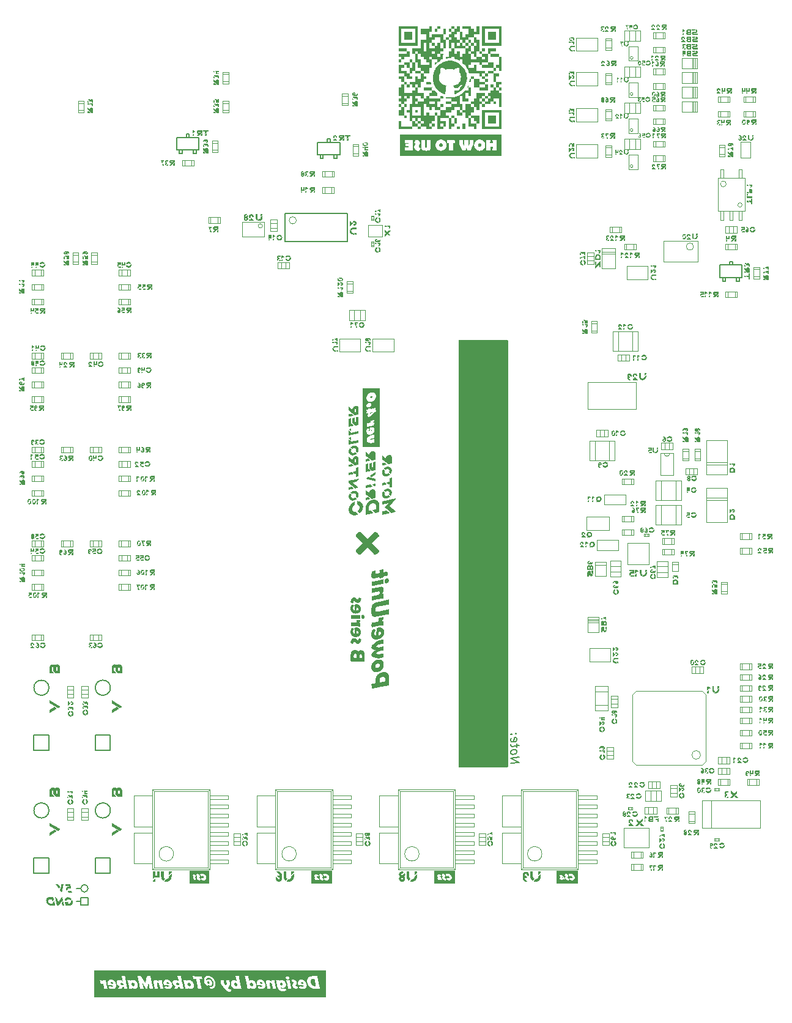
<source format=gbr>
%TF.GenerationSoftware,KiCad,Pcbnew,7.0.1*%
%TF.CreationDate,2023-03-27T08:56:54+09:00*%
%TF.ProjectId,(Eagle)PowerUnit-Bseries(ver2.0),28456167-6c65-4295-906f-776572556e69,rev?*%
%TF.SameCoordinates,Original*%
%TF.FileFunction,Legend,Bot*%
%TF.FilePolarity,Positive*%
%FSLAX46Y46*%
G04 Gerber Fmt 4.6, Leading zero omitted, Abs format (unit mm)*
G04 Created by KiCad (PCBNEW 7.0.1) date 2023-03-27 08:56:54*
%MOMM*%
%LPD*%
G01*
G04 APERTURE LIST*
%ADD10C,0.100000*%
%ADD11C,0.150000*%
%ADD12C,0.200000*%
%ADD13C,0.250000*%
%ADD14C,0.600000*%
%ADD15C,0.312500*%
%ADD16C,0.400000*%
%ADD17C,0.360000*%
%ADD18C,0.300000*%
%ADD19C,0.007360*%
%ADD20C,0.036800*%
%ADD21C,0.073600*%
%ADD22C,0.051520*%
%ADD23C,0.022080*%
%ADD24C,0.014720*%
%ADD25C,0.018694*%
%ADD26C,0.110400*%
%ADD27C,0.080000*%
%ADD28C,0.028042*%
%ADD29C,0.044160*%
%ADD30C,0.050000*%
%ADD31C,0.127000*%
G04 APERTURE END LIST*
D10*
G36*
X110255801Y-125721339D02*
G01*
X110272077Y-125722295D01*
X110288285Y-125723878D01*
X110304393Y-125726081D01*
X110320367Y-125728893D01*
X110336173Y-125732308D01*
X110342441Y-125733841D01*
X110360028Y-125738626D01*
X110377267Y-125744109D01*
X110394143Y-125750271D01*
X110410644Y-125757096D01*
X110426754Y-125764565D01*
X110442461Y-125772662D01*
X110457750Y-125781368D01*
X110472609Y-125790667D01*
X110487022Y-125800541D01*
X110500977Y-125810972D01*
X110514459Y-125821942D01*
X110527455Y-125833435D01*
X110539951Y-125845433D01*
X110551934Y-125857918D01*
X110563389Y-125870872D01*
X110574303Y-125884279D01*
X110584662Y-125898121D01*
X110594453Y-125912379D01*
X110603661Y-125927038D01*
X110612273Y-125942078D01*
X110620275Y-125957483D01*
X110627653Y-125973236D01*
X110634394Y-125989318D01*
X110640484Y-126005712D01*
X110645908Y-126022400D01*
X110650654Y-126039366D01*
X110654708Y-126056592D01*
X110658055Y-126074059D01*
X110660683Y-126091752D01*
X110662577Y-126109651D01*
X110663723Y-126127740D01*
X110664108Y-126146001D01*
X110664108Y-126971419D01*
X110067301Y-126971419D01*
X109710096Y-126613848D01*
X109751495Y-126613848D01*
X109751495Y-126518593D01*
X110119691Y-126518593D01*
X110215312Y-126613848D01*
X110339876Y-126613848D01*
X110339876Y-126226234D01*
X110338603Y-126209554D01*
X110334911Y-126193644D01*
X110328987Y-126178694D01*
X110321020Y-126164893D01*
X110311198Y-126152434D01*
X110299710Y-126141504D01*
X110286744Y-126132295D01*
X110272488Y-126124998D01*
X110257131Y-126119801D01*
X110240861Y-126116895D01*
X110229600Y-126116325D01*
X110212920Y-126117598D01*
X110197010Y-126121288D01*
X110182060Y-126127206D01*
X110168259Y-126135162D01*
X110155799Y-126144965D01*
X110144870Y-126156426D01*
X110135661Y-126169354D01*
X110128364Y-126183559D01*
X110123167Y-126198850D01*
X110120261Y-126215038D01*
X110119691Y-126226234D01*
X110119691Y-126518593D01*
X109751495Y-126518593D01*
X109751495Y-126226234D01*
X109750223Y-126209554D01*
X109746532Y-126193644D01*
X109740614Y-126178694D01*
X109732658Y-126164893D01*
X109722855Y-126152434D01*
X109711394Y-126141504D01*
X109698466Y-126132295D01*
X109684261Y-126124998D01*
X109668970Y-126119801D01*
X109652782Y-126116895D01*
X109641586Y-126116325D01*
X109624812Y-126117598D01*
X109608825Y-126121288D01*
X109593815Y-126127206D01*
X109579968Y-126135162D01*
X109567473Y-126144965D01*
X109556520Y-126156426D01*
X109547295Y-126169354D01*
X109539988Y-126183559D01*
X109534787Y-126198850D01*
X109531880Y-126215038D01*
X109531310Y-126226234D01*
X109531310Y-126613848D01*
X109546697Y-126613848D01*
X109903903Y-126971419D01*
X109221000Y-126971419D01*
X109221000Y-126146001D01*
X109221210Y-126130824D01*
X109221841Y-126116068D01*
X109222099Y-126111929D01*
X109223772Y-126094950D01*
X109226105Y-126078163D01*
X109229086Y-126061583D01*
X109232702Y-126045223D01*
X109236941Y-126029098D01*
X109241790Y-126013221D01*
X109247239Y-125997607D01*
X109253274Y-125982270D01*
X109259883Y-125967224D01*
X109267054Y-125952482D01*
X109274775Y-125938060D01*
X109283034Y-125923971D01*
X109291818Y-125910229D01*
X109301115Y-125896848D01*
X109310913Y-125883843D01*
X109321200Y-125871227D01*
X109331964Y-125859015D01*
X109343191Y-125847221D01*
X109354871Y-125835858D01*
X109366991Y-125824941D01*
X109379539Y-125814484D01*
X109392502Y-125804501D01*
X109405869Y-125795006D01*
X109419626Y-125786013D01*
X109433763Y-125777537D01*
X109448266Y-125769591D01*
X109463123Y-125762189D01*
X109478323Y-125755346D01*
X109493853Y-125749076D01*
X109509701Y-125743392D01*
X109525854Y-125738309D01*
X109542301Y-125733841D01*
X109558177Y-125730188D01*
X109574188Y-125727133D01*
X109590311Y-125724685D01*
X109606518Y-125722853D01*
X109622787Y-125721645D01*
X109639090Y-125721069D01*
X109645616Y-125721018D01*
X109666377Y-125721531D01*
X109687008Y-125723058D01*
X109707473Y-125725585D01*
X109727739Y-125729095D01*
X109747767Y-125733574D01*
X109767525Y-125739005D01*
X109786975Y-125745373D01*
X109806083Y-125752663D01*
X109824813Y-125760858D01*
X109843130Y-125769944D01*
X109860999Y-125779905D01*
X109878383Y-125790725D01*
X109895248Y-125802388D01*
X109911558Y-125814880D01*
X109927277Y-125828184D01*
X109942371Y-125842285D01*
X109957529Y-125828184D01*
X109973305Y-125814880D01*
X109989664Y-125802388D01*
X110006570Y-125790725D01*
X110023990Y-125779905D01*
X110041888Y-125769944D01*
X110060229Y-125760858D01*
X110078979Y-125752663D01*
X110098102Y-125745373D01*
X110117564Y-125739005D01*
X110137329Y-125733574D01*
X110157364Y-125729095D01*
X110177632Y-125725585D01*
X110198099Y-125723058D01*
X110218731Y-125721531D01*
X110239492Y-125721018D01*
X110255801Y-125721339D01*
G37*
G36*
X109221000Y-132457819D02*
G01*
X109221000Y-132039798D01*
X109891812Y-131632767D01*
X110236928Y-131841228D01*
X109221000Y-132457819D01*
G37*
G36*
X110690853Y-131566089D02*
G01*
X110348302Y-131773817D01*
X109363515Y-131179208D01*
X109221000Y-131092380D01*
X109221000Y-130674358D01*
X110690853Y-131566089D01*
G37*
G36*
X110255801Y-142764739D02*
G01*
X110272077Y-142765695D01*
X110288285Y-142767278D01*
X110304393Y-142769481D01*
X110320367Y-142772293D01*
X110336173Y-142775708D01*
X110342441Y-142777241D01*
X110360028Y-142782026D01*
X110377267Y-142787509D01*
X110394143Y-142793671D01*
X110410644Y-142800496D01*
X110426754Y-142807965D01*
X110442461Y-142816062D01*
X110457750Y-142824768D01*
X110472609Y-142834067D01*
X110487022Y-142843941D01*
X110500977Y-142854372D01*
X110514459Y-142865342D01*
X110527455Y-142876835D01*
X110539951Y-142888833D01*
X110551934Y-142901318D01*
X110563389Y-142914272D01*
X110574303Y-142927679D01*
X110584662Y-142941521D01*
X110594453Y-142955779D01*
X110603661Y-142970438D01*
X110612273Y-142985478D01*
X110620275Y-143000883D01*
X110627653Y-143016636D01*
X110634394Y-143032718D01*
X110640484Y-143049112D01*
X110645908Y-143065800D01*
X110650654Y-143082766D01*
X110654708Y-143099992D01*
X110658055Y-143117459D01*
X110660683Y-143135152D01*
X110662577Y-143153051D01*
X110663723Y-143171140D01*
X110664108Y-143189401D01*
X110664108Y-144014819D01*
X110067301Y-144014819D01*
X109710096Y-143657248D01*
X109751495Y-143657248D01*
X109751495Y-143561993D01*
X110119691Y-143561993D01*
X110215312Y-143657248D01*
X110339876Y-143657248D01*
X110339876Y-143269634D01*
X110338603Y-143252954D01*
X110334911Y-143237044D01*
X110328987Y-143222094D01*
X110321020Y-143208293D01*
X110311198Y-143195834D01*
X110299710Y-143184904D01*
X110286744Y-143175695D01*
X110272488Y-143168398D01*
X110257131Y-143163201D01*
X110240861Y-143160295D01*
X110229600Y-143159725D01*
X110212920Y-143160998D01*
X110197010Y-143164688D01*
X110182060Y-143170606D01*
X110168259Y-143178562D01*
X110155799Y-143188365D01*
X110144870Y-143199826D01*
X110135661Y-143212754D01*
X110128364Y-143226959D01*
X110123167Y-143242250D01*
X110120261Y-143258438D01*
X110119691Y-143269634D01*
X110119691Y-143561993D01*
X109751495Y-143561993D01*
X109751495Y-143269634D01*
X109750223Y-143252954D01*
X109746532Y-143237044D01*
X109740614Y-143222094D01*
X109732658Y-143208293D01*
X109722855Y-143195834D01*
X109711394Y-143184904D01*
X109698466Y-143175695D01*
X109684261Y-143168398D01*
X109668970Y-143163201D01*
X109652782Y-143160295D01*
X109641586Y-143159725D01*
X109624812Y-143160998D01*
X109608825Y-143164688D01*
X109593815Y-143170606D01*
X109579968Y-143178562D01*
X109567473Y-143188365D01*
X109556520Y-143199826D01*
X109547295Y-143212754D01*
X109539988Y-143226959D01*
X109534787Y-143242250D01*
X109531880Y-143258438D01*
X109531310Y-143269634D01*
X109531310Y-143657248D01*
X109546697Y-143657248D01*
X109903903Y-144014819D01*
X109221000Y-144014819D01*
X109221000Y-143189401D01*
X109221210Y-143174224D01*
X109221841Y-143159468D01*
X109222099Y-143155329D01*
X109223772Y-143138350D01*
X109226105Y-143121563D01*
X109229086Y-143104983D01*
X109232702Y-143088623D01*
X109236941Y-143072498D01*
X109241790Y-143056621D01*
X109247239Y-143041007D01*
X109253274Y-143025670D01*
X109259883Y-143010624D01*
X109267054Y-142995882D01*
X109274775Y-142981460D01*
X109283034Y-142967371D01*
X109291818Y-142953629D01*
X109301115Y-142940248D01*
X109310913Y-142927243D01*
X109321200Y-142914627D01*
X109331964Y-142902415D01*
X109343191Y-142890621D01*
X109354871Y-142879258D01*
X109366991Y-142868341D01*
X109379539Y-142857884D01*
X109392502Y-142847901D01*
X109405869Y-142838406D01*
X109419626Y-142829413D01*
X109433763Y-142820937D01*
X109448266Y-142812991D01*
X109463123Y-142805589D01*
X109478323Y-142798746D01*
X109493853Y-142792476D01*
X109509701Y-142786792D01*
X109525854Y-142781709D01*
X109542301Y-142777241D01*
X109558177Y-142773588D01*
X109574188Y-142770533D01*
X109590311Y-142768085D01*
X109606518Y-142766253D01*
X109622787Y-142765045D01*
X109639090Y-142764469D01*
X109645616Y-142764418D01*
X109666377Y-142764931D01*
X109687008Y-142766458D01*
X109707473Y-142768985D01*
X109727739Y-142772495D01*
X109747767Y-142776974D01*
X109767525Y-142782405D01*
X109786975Y-142788773D01*
X109806083Y-142796063D01*
X109824813Y-142804258D01*
X109843130Y-142813344D01*
X109860999Y-142823305D01*
X109878383Y-142834125D01*
X109895248Y-142845788D01*
X109911558Y-142858280D01*
X109927277Y-142871584D01*
X109942371Y-142885685D01*
X109957529Y-142871584D01*
X109973305Y-142858280D01*
X109989664Y-142845788D01*
X110006570Y-142834125D01*
X110023990Y-142823305D01*
X110041888Y-142813344D01*
X110060229Y-142804258D01*
X110078979Y-142796063D01*
X110098102Y-142788773D01*
X110117564Y-142782405D01*
X110137329Y-142776974D01*
X110157364Y-142772495D01*
X110177632Y-142768985D01*
X110198099Y-142766458D01*
X110218731Y-142764931D01*
X110239492Y-142764418D01*
X110255801Y-142764739D01*
G37*
G36*
X109221000Y-149450419D02*
G01*
X109221000Y-149032398D01*
X109891812Y-148625367D01*
X110236928Y-148833828D01*
X109221000Y-149450419D01*
G37*
G36*
X110690853Y-148558689D02*
G01*
X110348302Y-148766417D01*
X109363515Y-148171808D01*
X109221000Y-148084980D01*
X109221000Y-147666958D01*
X110690853Y-148558689D01*
G37*
G36*
X101670601Y-142764739D02*
G01*
X101686877Y-142765695D01*
X101703085Y-142767278D01*
X101719193Y-142769481D01*
X101735167Y-142772293D01*
X101750973Y-142775708D01*
X101757241Y-142777241D01*
X101774828Y-142782026D01*
X101792067Y-142787509D01*
X101808943Y-142793671D01*
X101825444Y-142800496D01*
X101841554Y-142807965D01*
X101857261Y-142816062D01*
X101872550Y-142824768D01*
X101887409Y-142834067D01*
X101901822Y-142843941D01*
X101915777Y-142854372D01*
X101929259Y-142865342D01*
X101942255Y-142876835D01*
X101954751Y-142888833D01*
X101966734Y-142901318D01*
X101978189Y-142914272D01*
X101989103Y-142927679D01*
X101999462Y-142941521D01*
X102009253Y-142955779D01*
X102018461Y-142970438D01*
X102027073Y-142985478D01*
X102035075Y-143000883D01*
X102042453Y-143016636D01*
X102049194Y-143032718D01*
X102055284Y-143049112D01*
X102060708Y-143065800D01*
X102065454Y-143082766D01*
X102069508Y-143099992D01*
X102072855Y-143117459D01*
X102075483Y-143135152D01*
X102077377Y-143153051D01*
X102078523Y-143171140D01*
X102078908Y-143189401D01*
X102078908Y-144014819D01*
X101482101Y-144014819D01*
X101124896Y-143657248D01*
X101166295Y-143657248D01*
X101166295Y-143561993D01*
X101534491Y-143561993D01*
X101630112Y-143657248D01*
X101754676Y-143657248D01*
X101754676Y-143269634D01*
X101753403Y-143252954D01*
X101749711Y-143237044D01*
X101743787Y-143222094D01*
X101735820Y-143208293D01*
X101725998Y-143195834D01*
X101714510Y-143184904D01*
X101701544Y-143175695D01*
X101687288Y-143168398D01*
X101671931Y-143163201D01*
X101655661Y-143160295D01*
X101644400Y-143159725D01*
X101627720Y-143160998D01*
X101611810Y-143164688D01*
X101596860Y-143170606D01*
X101583059Y-143178562D01*
X101570599Y-143188365D01*
X101559670Y-143199826D01*
X101550461Y-143212754D01*
X101543164Y-143226959D01*
X101537967Y-143242250D01*
X101535061Y-143258438D01*
X101534491Y-143269634D01*
X101534491Y-143561993D01*
X101166295Y-143561993D01*
X101166295Y-143269634D01*
X101165023Y-143252954D01*
X101161332Y-143237044D01*
X101155414Y-143222094D01*
X101147458Y-143208293D01*
X101137655Y-143195834D01*
X101126194Y-143184904D01*
X101113266Y-143175695D01*
X101099061Y-143168398D01*
X101083770Y-143163201D01*
X101067582Y-143160295D01*
X101056386Y-143159725D01*
X101039612Y-143160998D01*
X101023625Y-143164688D01*
X101008615Y-143170606D01*
X100994768Y-143178562D01*
X100982273Y-143188365D01*
X100971320Y-143199826D01*
X100962095Y-143212754D01*
X100954788Y-143226959D01*
X100949587Y-143242250D01*
X100946680Y-143258438D01*
X100946110Y-143269634D01*
X100946110Y-143657248D01*
X100961497Y-143657248D01*
X101318703Y-144014819D01*
X100635800Y-144014819D01*
X100635800Y-143189401D01*
X100636010Y-143174224D01*
X100636641Y-143159468D01*
X100636899Y-143155329D01*
X100638572Y-143138350D01*
X100640905Y-143121563D01*
X100643886Y-143104983D01*
X100647502Y-143088623D01*
X100651741Y-143072498D01*
X100656590Y-143056621D01*
X100662039Y-143041007D01*
X100668074Y-143025670D01*
X100674683Y-143010624D01*
X100681854Y-142995882D01*
X100689575Y-142981460D01*
X100697834Y-142967371D01*
X100706618Y-142953629D01*
X100715915Y-142940248D01*
X100725713Y-142927243D01*
X100736000Y-142914627D01*
X100746764Y-142902415D01*
X100757991Y-142890621D01*
X100769671Y-142879258D01*
X100781791Y-142868341D01*
X100794339Y-142857884D01*
X100807302Y-142847901D01*
X100820669Y-142838406D01*
X100834426Y-142829413D01*
X100848563Y-142820937D01*
X100863066Y-142812991D01*
X100877923Y-142805589D01*
X100893123Y-142798746D01*
X100908653Y-142792476D01*
X100924501Y-142786792D01*
X100940654Y-142781709D01*
X100957101Y-142777241D01*
X100972977Y-142773588D01*
X100988988Y-142770533D01*
X101005111Y-142768085D01*
X101021318Y-142766253D01*
X101037587Y-142765045D01*
X101053890Y-142764469D01*
X101060416Y-142764418D01*
X101081177Y-142764931D01*
X101101808Y-142766458D01*
X101122273Y-142768985D01*
X101142539Y-142772495D01*
X101162567Y-142776974D01*
X101182325Y-142782405D01*
X101201775Y-142788773D01*
X101220883Y-142796063D01*
X101239613Y-142804258D01*
X101257930Y-142813344D01*
X101275799Y-142823305D01*
X101293183Y-142834125D01*
X101310048Y-142845788D01*
X101326358Y-142858280D01*
X101342077Y-142871584D01*
X101357171Y-142885685D01*
X101372329Y-142871584D01*
X101388105Y-142858280D01*
X101404464Y-142845788D01*
X101421370Y-142834125D01*
X101438790Y-142823305D01*
X101456688Y-142813344D01*
X101475029Y-142804258D01*
X101493779Y-142796063D01*
X101512902Y-142788773D01*
X101532364Y-142782405D01*
X101552129Y-142776974D01*
X101572164Y-142772495D01*
X101592432Y-142768985D01*
X101612899Y-142766458D01*
X101633531Y-142764931D01*
X101654292Y-142764418D01*
X101670601Y-142764739D01*
G37*
G36*
X100635800Y-149450419D02*
G01*
X100635800Y-149032398D01*
X101306612Y-148625367D01*
X101651728Y-148833828D01*
X100635800Y-149450419D01*
G37*
G36*
X102105653Y-148558689D02*
G01*
X101763102Y-148766417D01*
X100778315Y-148171808D01*
X100635800Y-148084980D01*
X100635800Y-147666958D01*
X102105653Y-148558689D01*
G37*
G36*
X101670601Y-125721339D02*
G01*
X101686877Y-125722295D01*
X101703085Y-125723878D01*
X101719193Y-125726081D01*
X101735167Y-125728893D01*
X101750973Y-125732308D01*
X101757241Y-125733841D01*
X101774828Y-125738626D01*
X101792067Y-125744109D01*
X101808943Y-125750271D01*
X101825444Y-125757096D01*
X101841554Y-125764565D01*
X101857261Y-125772662D01*
X101872550Y-125781368D01*
X101887409Y-125790667D01*
X101901822Y-125800541D01*
X101915777Y-125810972D01*
X101929259Y-125821942D01*
X101942255Y-125833435D01*
X101954751Y-125845433D01*
X101966734Y-125857918D01*
X101978189Y-125870872D01*
X101989103Y-125884279D01*
X101999462Y-125898121D01*
X102009253Y-125912379D01*
X102018461Y-125927038D01*
X102027073Y-125942078D01*
X102035075Y-125957483D01*
X102042453Y-125973236D01*
X102049194Y-125989318D01*
X102055284Y-126005712D01*
X102060708Y-126022400D01*
X102065454Y-126039366D01*
X102069508Y-126056592D01*
X102072855Y-126074059D01*
X102075483Y-126091752D01*
X102077377Y-126109651D01*
X102078523Y-126127740D01*
X102078908Y-126146001D01*
X102078908Y-126971419D01*
X101482101Y-126971419D01*
X101124896Y-126613848D01*
X101166295Y-126613848D01*
X101166295Y-126518593D01*
X101534491Y-126518593D01*
X101630112Y-126613848D01*
X101754676Y-126613848D01*
X101754676Y-126226234D01*
X101753403Y-126209554D01*
X101749711Y-126193644D01*
X101743787Y-126178694D01*
X101735820Y-126164893D01*
X101725998Y-126152434D01*
X101714510Y-126141504D01*
X101701544Y-126132295D01*
X101687288Y-126124998D01*
X101671931Y-126119801D01*
X101655661Y-126116895D01*
X101644400Y-126116325D01*
X101627720Y-126117598D01*
X101611810Y-126121288D01*
X101596860Y-126127206D01*
X101583059Y-126135162D01*
X101570599Y-126144965D01*
X101559670Y-126156426D01*
X101550461Y-126169354D01*
X101543164Y-126183559D01*
X101537967Y-126198850D01*
X101535061Y-126215038D01*
X101534491Y-126226234D01*
X101534491Y-126518593D01*
X101166295Y-126518593D01*
X101166295Y-126226234D01*
X101165023Y-126209554D01*
X101161332Y-126193644D01*
X101155414Y-126178694D01*
X101147458Y-126164893D01*
X101137655Y-126152434D01*
X101126194Y-126141504D01*
X101113266Y-126132295D01*
X101099061Y-126124998D01*
X101083770Y-126119801D01*
X101067582Y-126116895D01*
X101056386Y-126116325D01*
X101039612Y-126117598D01*
X101023625Y-126121288D01*
X101008615Y-126127206D01*
X100994768Y-126135162D01*
X100982273Y-126144965D01*
X100971320Y-126156426D01*
X100962095Y-126169354D01*
X100954788Y-126183559D01*
X100949587Y-126198850D01*
X100946680Y-126215038D01*
X100946110Y-126226234D01*
X100946110Y-126613848D01*
X100961497Y-126613848D01*
X101318703Y-126971419D01*
X100635800Y-126971419D01*
X100635800Y-126146001D01*
X100636010Y-126130824D01*
X100636641Y-126116068D01*
X100636899Y-126111929D01*
X100638572Y-126094950D01*
X100640905Y-126078163D01*
X100643886Y-126061583D01*
X100647502Y-126045223D01*
X100651741Y-126029098D01*
X100656590Y-126013221D01*
X100662039Y-125997607D01*
X100668074Y-125982270D01*
X100674683Y-125967224D01*
X100681854Y-125952482D01*
X100689575Y-125938060D01*
X100697834Y-125923971D01*
X100706618Y-125910229D01*
X100715915Y-125896848D01*
X100725713Y-125883843D01*
X100736000Y-125871227D01*
X100746764Y-125859015D01*
X100757991Y-125847221D01*
X100769671Y-125835858D01*
X100781791Y-125824941D01*
X100794339Y-125814484D01*
X100807302Y-125804501D01*
X100820669Y-125795006D01*
X100834426Y-125786013D01*
X100848563Y-125777537D01*
X100863066Y-125769591D01*
X100877923Y-125762189D01*
X100893123Y-125755346D01*
X100908653Y-125749076D01*
X100924501Y-125743392D01*
X100940654Y-125738309D01*
X100957101Y-125733841D01*
X100972977Y-125730188D01*
X100988988Y-125727133D01*
X101005111Y-125724685D01*
X101021318Y-125722853D01*
X101037587Y-125721645D01*
X101053890Y-125721069D01*
X101060416Y-125721018D01*
X101081177Y-125721531D01*
X101101808Y-125723058D01*
X101122273Y-125725585D01*
X101142539Y-125729095D01*
X101162567Y-125733574D01*
X101182325Y-125739005D01*
X101201775Y-125745373D01*
X101220883Y-125752663D01*
X101239613Y-125760858D01*
X101257930Y-125769944D01*
X101275799Y-125779905D01*
X101293183Y-125790725D01*
X101310048Y-125802388D01*
X101326358Y-125814880D01*
X101342077Y-125828184D01*
X101357171Y-125842285D01*
X101372329Y-125828184D01*
X101388105Y-125814880D01*
X101404464Y-125802388D01*
X101421370Y-125790725D01*
X101438790Y-125779905D01*
X101456688Y-125769944D01*
X101475029Y-125760858D01*
X101493779Y-125752663D01*
X101512902Y-125745373D01*
X101532364Y-125739005D01*
X101552129Y-125733574D01*
X101572164Y-125729095D01*
X101592432Y-125725585D01*
X101612899Y-125723058D01*
X101633531Y-125721531D01*
X101654292Y-125721018D01*
X101670601Y-125721339D01*
G37*
G36*
X100635800Y-132457819D02*
G01*
X100635800Y-132039798D01*
X101306612Y-131632767D01*
X101651728Y-131841228D01*
X100635800Y-132457819D01*
G37*
G36*
X102105653Y-131566089D02*
G01*
X101763102Y-131773817D01*
X100778315Y-131179208D01*
X100635800Y-131092380D01*
X100635800Y-130674358D01*
X102105653Y-131566089D01*
G37*
D11*
G36*
X103315506Y-157074334D02*
G01*
X103690370Y-157074334D01*
X103741075Y-157317600D01*
X103335143Y-157317600D01*
X103319088Y-157313954D01*
X103303136Y-157309731D01*
X103287301Y-157304942D01*
X103271597Y-157299602D01*
X103256037Y-157293722D01*
X103240635Y-157287316D01*
X103225404Y-157280396D01*
X103210359Y-157272976D01*
X103195513Y-157265068D01*
X103180881Y-157256686D01*
X103166475Y-157247841D01*
X103152309Y-157238547D01*
X103138397Y-157228817D01*
X103124754Y-157218664D01*
X103111392Y-157208100D01*
X103098325Y-157197139D01*
X103230802Y-157024801D01*
X103240344Y-157033012D01*
X103250261Y-157040701D01*
X103260514Y-157047841D01*
X103271066Y-157054403D01*
X103281879Y-157060361D01*
X103292915Y-157065687D01*
X103304136Y-157070354D01*
X103315506Y-157074334D01*
G37*
G36*
X102912212Y-156772156D02*
G01*
X102913859Y-156758417D01*
X102915994Y-156744902D01*
X102918609Y-156731617D01*
X102921697Y-156718570D01*
X102925250Y-156705769D01*
X102929262Y-156693221D01*
X102933725Y-156680932D01*
X102938631Y-156668910D01*
X102943975Y-156657163D01*
X102949748Y-156645697D01*
X102953831Y-156638214D01*
X102961639Y-156624914D01*
X102970053Y-156612065D01*
X102979058Y-156599683D01*
X102988643Y-156587786D01*
X102998794Y-156576391D01*
X103009498Y-156565516D01*
X103020742Y-156555179D01*
X103032512Y-156545395D01*
X103044797Y-156536184D01*
X103057583Y-156527562D01*
X103066378Y-156522149D01*
X103337781Y-156522149D01*
X103336608Y-156516874D01*
X103320781Y-156440670D01*
X102856818Y-156440670D01*
X102806113Y-156197404D01*
X103508067Y-156197404D01*
X103599804Y-156638214D01*
X103600977Y-156638214D01*
X103628821Y-156772156D01*
X103606252Y-156772156D01*
X103605666Y-156771277D01*
X103183322Y-156771277D01*
X103182735Y-156772156D01*
X103175611Y-156782522D01*
X103169427Y-156793589D01*
X103164219Y-156805315D01*
X103160021Y-156817659D01*
X103156867Y-156830580D01*
X103154791Y-156844037D01*
X103153828Y-156857989D01*
X103154012Y-156872394D01*
X102994571Y-157079023D01*
X102991640Y-157074334D01*
X102985369Y-157064370D01*
X102979309Y-157054268D01*
X102973466Y-157044030D01*
X102967844Y-157033663D01*
X102962449Y-157023170D01*
X102957286Y-157012556D01*
X102952360Y-157001826D01*
X102947676Y-156990986D01*
X102943239Y-156980039D01*
X102939055Y-156968990D01*
X102935128Y-156957844D01*
X102931464Y-156946605D01*
X102928068Y-156935279D01*
X102924945Y-156923871D01*
X102922101Y-156912384D01*
X102919539Y-156900824D01*
X102917168Y-156888258D01*
X102915163Y-156875789D01*
X102913516Y-156863418D01*
X102912223Y-156851148D01*
X102911278Y-156838983D01*
X102910675Y-156826925D01*
X102910408Y-156814977D01*
X102910472Y-156803142D01*
X102910860Y-156791423D01*
X102911872Y-156775983D01*
X102912212Y-156772156D01*
G37*
G36*
X102265945Y-156132338D02*
G01*
X102575450Y-156132338D01*
X102270928Y-157317600D01*
X102054920Y-156996371D01*
X102048179Y-156986406D01*
X102190035Y-156427774D01*
X102265945Y-156132338D01*
G37*
G36*
X101783517Y-156132338D02*
G01*
X102052868Y-156533287D01*
X102060488Y-156544131D01*
X101975785Y-156878549D01*
X101933287Y-156815827D01*
X101473426Y-156132338D01*
X101783517Y-156132338D01*
G37*
D12*
X104926880Y-158538800D02*
X104327440Y-158538800D01*
X104952800Y-156740480D02*
X104353360Y-156740480D01*
X104952800Y-159070040D02*
X105952800Y-159070040D01*
D11*
G36*
X103467944Y-158370979D02*
G01*
X103459783Y-158362470D01*
X103451237Y-158354126D01*
X103442472Y-158346002D01*
X103433652Y-158338152D01*
X103421256Y-158328166D01*
X103408592Y-158318764D01*
X103395680Y-158309956D01*
X103382539Y-158301749D01*
X103369191Y-158294152D01*
X103355656Y-158287173D01*
X103341953Y-158280820D01*
X103328102Y-158275101D01*
X103314125Y-158270024D01*
X103300040Y-158265598D01*
X103285869Y-158261830D01*
X103271632Y-158258729D01*
X103257348Y-158256303D01*
X103243038Y-158254560D01*
X103228721Y-158253508D01*
X103214419Y-158253156D01*
X103200319Y-158253508D01*
X103186497Y-158254560D01*
X103172970Y-158256303D01*
X103159753Y-158258729D01*
X103146865Y-158261830D01*
X103134321Y-158265598D01*
X103122139Y-158270024D01*
X103110335Y-158275101D01*
X103098926Y-158280820D01*
X103087929Y-158287173D01*
X103077361Y-158294152D01*
X103067237Y-158301749D01*
X103057576Y-158309956D01*
X103048393Y-158318764D01*
X103039706Y-158328166D01*
X103031530Y-158338152D01*
X103023934Y-158348565D01*
X103016977Y-158359356D01*
X103010665Y-158370517D01*
X103005006Y-158382043D01*
X103000006Y-158393926D01*
X102995672Y-158406159D01*
X102992012Y-158418735D01*
X102989032Y-158431648D01*
X102986394Y-158446010D01*
X102697406Y-158446010D01*
X102697406Y-158417873D01*
X102697704Y-158404600D01*
X102698321Y-158391435D01*
X102699255Y-158378384D01*
X102700504Y-158365451D01*
X102702067Y-158352640D01*
X102703941Y-158339954D01*
X102706125Y-158327400D01*
X102708617Y-158314980D01*
X102711414Y-158302699D01*
X102714515Y-158290562D01*
X102717918Y-158278572D01*
X102721621Y-158266734D01*
X102725621Y-158255053D01*
X102729918Y-158243532D01*
X102734509Y-158232176D01*
X102739392Y-158220989D01*
X102744565Y-158209976D01*
X102750026Y-158199140D01*
X102755774Y-158188486D01*
X102761806Y-158178019D01*
X102768121Y-158167742D01*
X102774716Y-158157661D01*
X102781590Y-158147778D01*
X102788741Y-158138099D01*
X102796166Y-158128628D01*
X102803864Y-158119369D01*
X102811834Y-158110326D01*
X102820072Y-158101504D01*
X102828577Y-158092907D01*
X102837347Y-158084539D01*
X102846381Y-158076405D01*
X102855676Y-158068508D01*
X102871102Y-158056350D01*
X102887035Y-158044940D01*
X102903460Y-158034281D01*
X102920362Y-158024380D01*
X102937726Y-158015241D01*
X102955537Y-158006870D01*
X102973780Y-157999271D01*
X102992439Y-157992451D01*
X103011501Y-157986414D01*
X103030949Y-157981165D01*
X103050770Y-157976709D01*
X103070947Y-157973052D01*
X103091465Y-157970199D01*
X103112311Y-157968154D01*
X103133468Y-157966924D01*
X103154922Y-157966512D01*
X103170573Y-157966731D01*
X103186252Y-157967384D01*
X103201951Y-157968467D01*
X103217661Y-157969978D01*
X103233375Y-157971913D01*
X103249083Y-157974267D01*
X103264778Y-157977039D01*
X103280452Y-157980224D01*
X103296096Y-157983818D01*
X103311703Y-157987818D01*
X103327263Y-157992221D01*
X103342769Y-157997023D01*
X103358212Y-158002220D01*
X103373585Y-158007809D01*
X103388879Y-158013786D01*
X103404086Y-158020148D01*
X103419198Y-158026892D01*
X103434206Y-158034013D01*
X103449102Y-158041508D01*
X103463879Y-158049374D01*
X103478527Y-158057607D01*
X103493039Y-158066203D01*
X103507406Y-158075160D01*
X103521620Y-158084473D01*
X103535674Y-158094138D01*
X103549558Y-158104154D01*
X103563265Y-158114515D01*
X103576786Y-158125218D01*
X103590114Y-158136260D01*
X103603239Y-158147637D01*
X103616154Y-158159346D01*
X103628851Y-158171383D01*
X103645850Y-158187503D01*
X103488167Y-158392374D01*
X103467944Y-158370979D01*
G37*
G36*
X103236108Y-158639450D02*
G01*
X103163422Y-158783358D01*
X103173648Y-158789440D01*
X103183989Y-158795155D01*
X103194435Y-158800499D01*
X103210280Y-158807812D01*
X103226307Y-158814270D01*
X103242485Y-158819863D01*
X103258781Y-158824579D01*
X103275165Y-158828407D01*
X103291603Y-158831334D01*
X103308065Y-158833349D01*
X103324518Y-158834440D01*
X103335466Y-158834649D01*
X103349618Y-158834297D01*
X103363486Y-158833244D01*
X103377054Y-158831500D01*
X103390306Y-158829071D01*
X103403227Y-158825966D01*
X103415801Y-158822192D01*
X103428012Y-158817756D01*
X103439843Y-158812667D01*
X103451280Y-158806933D01*
X103462306Y-158800560D01*
X103472904Y-158793557D01*
X103483061Y-158785932D01*
X103492758Y-158777692D01*
X103501982Y-158768844D01*
X103510715Y-158759398D01*
X103518941Y-158749360D01*
X103526580Y-158738873D01*
X103533555Y-158727981D01*
X103539864Y-158716702D01*
X103545503Y-158705057D01*
X103550469Y-158693065D01*
X103554758Y-158680745D01*
X103558367Y-158668118D01*
X103561293Y-158655204D01*
X103563532Y-158642022D01*
X103565080Y-158628591D01*
X103565935Y-158614932D01*
X103566092Y-158601064D01*
X103565549Y-158587008D01*
X103564302Y-158572782D01*
X103562347Y-158558407D01*
X103559681Y-158543903D01*
X103556696Y-158531113D01*
X103553232Y-158518462D01*
X103549369Y-158505950D01*
X103547078Y-158499060D01*
X103542682Y-158487336D01*
X103713261Y-158265759D01*
X103732898Y-158295361D01*
X103742691Y-158310044D01*
X103752065Y-158324854D01*
X103761022Y-158339789D01*
X103769562Y-158354845D01*
X103777687Y-158370020D01*
X103785397Y-158385310D01*
X103792693Y-158400712D01*
X103799576Y-158416225D01*
X103806047Y-158431843D01*
X103812107Y-158447565D01*
X103817757Y-158463388D01*
X103822996Y-158479308D01*
X103827827Y-158495322D01*
X103832250Y-158511428D01*
X103836267Y-158527623D01*
X103839877Y-158543903D01*
X103842695Y-158558328D01*
X103845160Y-158572696D01*
X103847273Y-158587000D01*
X103849036Y-158601236D01*
X103850447Y-158615400D01*
X103851510Y-158629485D01*
X103852223Y-158643487D01*
X103852589Y-158657402D01*
X103852608Y-158671224D01*
X103852281Y-158684948D01*
X103851609Y-158698570D01*
X103850593Y-158712084D01*
X103849233Y-158725486D01*
X103847530Y-158738770D01*
X103845486Y-158751932D01*
X103843101Y-158764967D01*
X103840375Y-158777869D01*
X103837311Y-158790634D01*
X103833908Y-158803257D01*
X103830168Y-158815733D01*
X103826091Y-158828057D01*
X103821679Y-158840225D01*
X103816931Y-158852230D01*
X103811850Y-158864068D01*
X103806435Y-158875735D01*
X103800688Y-158887225D01*
X103794610Y-158898533D01*
X103788201Y-158909655D01*
X103781462Y-158920586D01*
X103774395Y-158931320D01*
X103766999Y-158941852D01*
X103759276Y-158952179D01*
X103751285Y-158962256D01*
X103743029Y-158972042D01*
X103734515Y-158981537D01*
X103725747Y-158990736D01*
X103716728Y-158999640D01*
X103707463Y-159008245D01*
X103697958Y-159016551D01*
X103688215Y-159024554D01*
X103678241Y-159032253D01*
X103668038Y-159039647D01*
X103657613Y-159046732D01*
X103646968Y-159053508D01*
X103636109Y-159059972D01*
X103625040Y-159066123D01*
X103613765Y-159071958D01*
X103602289Y-159077475D01*
X103590617Y-159082673D01*
X103578752Y-159087550D01*
X103566700Y-159092104D01*
X103554464Y-159096332D01*
X103542050Y-159100233D01*
X103529461Y-159103805D01*
X103516703Y-159107046D01*
X103503779Y-159109954D01*
X103490693Y-159112527D01*
X103477452Y-159114763D01*
X103464058Y-159116661D01*
X103450517Y-159118217D01*
X103436832Y-159119432D01*
X103423009Y-159120301D01*
X103409051Y-159120825D01*
X103394964Y-159121000D01*
X103376031Y-159120684D01*
X103357049Y-159119740D01*
X103338032Y-159118171D01*
X103318994Y-159115980D01*
X103299946Y-159113171D01*
X103280904Y-159109748D01*
X103261879Y-159105712D01*
X103242886Y-159101069D01*
X103223937Y-159095822D01*
X103205047Y-159089973D01*
X103186227Y-159083527D01*
X103167493Y-159076486D01*
X103148856Y-159068855D01*
X103130330Y-159060636D01*
X103111929Y-159051834D01*
X103093666Y-159042451D01*
X103109786Y-159118948D01*
X102829883Y-159118948D01*
X102729939Y-158639450D01*
X103236108Y-158639450D01*
G37*
G36*
X102638495Y-159121000D02*
G01*
X102358886Y-159121000D01*
X102280337Y-158743205D01*
X102500449Y-158457441D01*
X102638495Y-159121000D01*
G37*
G36*
X101682138Y-158213002D02*
G01*
X101690051Y-158219743D01*
X101789702Y-158699534D01*
X102349214Y-157973254D01*
X102354782Y-157966512D01*
X102398453Y-157966512D01*
X102473484Y-158326722D01*
X102253080Y-158612779D01*
X102253080Y-158612486D01*
X102112396Y-158795375D01*
X101870302Y-159109862D01*
X101861803Y-159121000D01*
X101598020Y-159121000D01*
X101351237Y-157933979D01*
X101682138Y-158213002D01*
G37*
G36*
X100195285Y-158216226D02*
G01*
X100196750Y-158213882D01*
X100203798Y-158199557D01*
X100211308Y-158185601D01*
X100219270Y-158172021D01*
X100227675Y-158158822D01*
X100236514Y-158146009D01*
X100245778Y-158133588D01*
X100255458Y-158121564D01*
X100265544Y-158109944D01*
X100276028Y-158098732D01*
X100286901Y-158087935D01*
X100298153Y-158077558D01*
X100309775Y-158067606D01*
X100321758Y-158058085D01*
X100334093Y-158049001D01*
X100346771Y-158040359D01*
X100359782Y-158032165D01*
X100373118Y-158024424D01*
X100386770Y-158017142D01*
X100400728Y-158010325D01*
X100414983Y-158003978D01*
X100429526Y-157998106D01*
X100444348Y-157992716D01*
X100459440Y-157987813D01*
X100474793Y-157983402D01*
X100490398Y-157979489D01*
X100506244Y-157976080D01*
X100522324Y-157973180D01*
X100538629Y-157970794D01*
X100555148Y-157968929D01*
X100571874Y-157967590D01*
X100588796Y-157966783D01*
X100605906Y-157966512D01*
X101167469Y-157966512D01*
X101235466Y-158293896D01*
X101015061Y-158580539D01*
X100947064Y-158254621D01*
X100665696Y-158254621D01*
X100648680Y-158255160D01*
X100632058Y-158256763D01*
X100615866Y-158259407D01*
X100600140Y-158263071D01*
X100584918Y-158267732D01*
X100570235Y-158273369D01*
X100556129Y-158279961D01*
X100542635Y-158287484D01*
X100529790Y-158295918D01*
X100517631Y-158305240D01*
X100506194Y-158315428D01*
X100495516Y-158326461D01*
X100485633Y-158338316D01*
X100476581Y-158350972D01*
X100468398Y-158364407D01*
X100461119Y-158378599D01*
X100461119Y-158378892D01*
X100460532Y-158379771D01*
X100454716Y-158393584D01*
X100449800Y-158407803D01*
X100445785Y-158422399D01*
X100442676Y-158437345D01*
X100440474Y-158452614D01*
X100439184Y-158468178D01*
X100438807Y-158484009D01*
X100439347Y-158500081D01*
X100440807Y-158516365D01*
X100443190Y-158532834D01*
X100445292Y-158543903D01*
X100449102Y-158560255D01*
X100453765Y-158576481D01*
X100459267Y-158592547D01*
X100465596Y-158608421D01*
X100472738Y-158624069D01*
X100480680Y-158639457D01*
X100489410Y-158654553D01*
X100498914Y-158669323D01*
X100505673Y-158678972D01*
X100512767Y-158688451D01*
X100520192Y-158697751D01*
X100527944Y-158706861D01*
X100529995Y-158709206D01*
X100542289Y-158722506D01*
X100555079Y-158735136D01*
X100568330Y-158747080D01*
X100582010Y-158758322D01*
X100596085Y-158768844D01*
X100610521Y-158778629D01*
X100625285Y-158787662D01*
X100640344Y-158795924D01*
X100655664Y-158803401D01*
X100671211Y-158810074D01*
X100686953Y-158815926D01*
X100702855Y-158820943D01*
X100718884Y-158825105D01*
X100735007Y-158828398D01*
X100751190Y-158830803D01*
X100767399Y-158832304D01*
X100779346Y-158833060D01*
X100786157Y-158833184D01*
X101067525Y-158833184D01*
X101042026Y-158710965D01*
X101262724Y-158424321D01*
X101407511Y-159121000D01*
X100845948Y-159121000D01*
X100828726Y-159120730D01*
X100811469Y-159119925D01*
X100794188Y-159118590D01*
X100776895Y-159116730D01*
X100759601Y-159114350D01*
X100742318Y-159111457D01*
X100725056Y-159108056D01*
X100707828Y-159104151D01*
X100690645Y-159099749D01*
X100673517Y-159094855D01*
X100656457Y-159089474D01*
X100639476Y-159083611D01*
X100622585Y-159077273D01*
X100605796Y-159070464D01*
X100589119Y-159063190D01*
X100572567Y-159055457D01*
X100556150Y-159047269D01*
X100539880Y-159038633D01*
X100523769Y-159029553D01*
X100507828Y-159020035D01*
X100492068Y-159010084D01*
X100476500Y-158999707D01*
X100461136Y-158988907D01*
X100445988Y-158977692D01*
X100431066Y-158966065D01*
X100416382Y-158954033D01*
X100401948Y-158941601D01*
X100387775Y-158928774D01*
X100373874Y-158915559D01*
X100360256Y-158901959D01*
X100346933Y-158887981D01*
X100333917Y-158873630D01*
X100329521Y-158869234D01*
X100321767Y-158860174D01*
X100314169Y-158851020D01*
X100306729Y-158841774D01*
X100299446Y-158832438D01*
X100292323Y-158823016D01*
X100285361Y-158813509D01*
X100278561Y-158803919D01*
X100271924Y-158794248D01*
X100259144Y-158774675D01*
X100247032Y-158754808D01*
X100235597Y-158734664D01*
X100224850Y-158714262D01*
X100214800Y-158693619D01*
X100205458Y-158672754D01*
X100196832Y-158651684D01*
X100188933Y-158630429D01*
X100181771Y-158609004D01*
X100175355Y-158587430D01*
X100169696Y-158565723D01*
X100164803Y-158543903D01*
X100160599Y-158521869D01*
X100157217Y-158499962D01*
X100154656Y-158478199D01*
X100152915Y-158456598D01*
X100151991Y-158435175D01*
X100151882Y-158413949D01*
X100152588Y-158392935D01*
X100154105Y-158372151D01*
X100156434Y-158351614D01*
X100159571Y-158331343D01*
X100163516Y-158311352D01*
X100168265Y-158291661D01*
X100173819Y-158272285D01*
X100180175Y-158253243D01*
X100187330Y-158234551D01*
X100195285Y-158216226D01*
G37*
D12*
X105952800Y-156738320D02*
G75*
G03*
X105952800Y-156738320I-500000J0D01*
G01*
X104952800Y-158038800D02*
X104952800Y-159038800D01*
X105952800Y-159070040D02*
X105952800Y-158038800D01*
X105952800Y-158038800D02*
X104952800Y-158038800D01*
X106959400Y-152527000D02*
X109042200Y-152527000D01*
X109042200Y-154635200D01*
X106959400Y-154635200D01*
X106959400Y-152527000D01*
X98450400Y-152527000D02*
X100533200Y-152527000D01*
X100533200Y-154635200D01*
X98450400Y-154635200D01*
X98450400Y-152527000D01*
X98450400Y-135534400D02*
X100533200Y-135534400D01*
X100533200Y-137642600D01*
X98450400Y-137642600D01*
X98450400Y-135534400D01*
X106959400Y-135534400D02*
X109042200Y-135534400D01*
X109042200Y-137617200D01*
X106959400Y-137617200D01*
X106959400Y-135534400D01*
X109042201Y-128955800D02*
G75*
G03*
X109042201Y-128955800I-1042329J0D01*
G01*
X100533201Y-128955800D02*
G75*
G03*
X100533201Y-128955800I-1042329J0D01*
G01*
X109042201Y-145948400D02*
G75*
G03*
X109042201Y-145948400I-1042329J0D01*
G01*
X100533201Y-145948400D02*
G75*
G03*
X100533201Y-145948400I-1042329J0D01*
G01*
G36*
X145206087Y-93261057D02*
G01*
X145221239Y-93263636D01*
X145236040Y-93268530D01*
X145244341Y-93272365D01*
X145257189Y-93280192D01*
X145268008Y-93290639D01*
X145275253Y-93304308D01*
X145277314Y-93318161D01*
X145275981Y-93333566D01*
X145271984Y-93349005D01*
X145265322Y-93364480D01*
X145257491Y-93377773D01*
X145249470Y-93388869D01*
X145238831Y-93401217D01*
X145227522Y-93411606D01*
X145213482Y-93421254D01*
X145198531Y-93428236D01*
X145184990Y-93432100D01*
X145169809Y-93430537D01*
X145161634Y-93418155D01*
X145160077Y-93403890D01*
X145160077Y-93389234D01*
X145160077Y-93373206D01*
X145160077Y-93358528D01*
X145160077Y-93352599D01*
X145160077Y-93336102D01*
X145160077Y-93320812D01*
X145160077Y-93305995D01*
X145160077Y-93300942D01*
X145162367Y-93285234D01*
X145167011Y-93270365D01*
X145174732Y-93262840D01*
X145190585Y-93260791D01*
X145206087Y-93261057D01*
G37*
G36*
X145338680Y-90776783D02*
G01*
X145343625Y-90786217D01*
X145334881Y-90798032D01*
X145322739Y-90808490D01*
X145308646Y-90819370D01*
X145294770Y-90829491D01*
X145278581Y-90840871D01*
X145269620Y-90847034D01*
X145255164Y-90857146D01*
X145241015Y-90867333D01*
X145227172Y-90877594D01*
X145213635Y-90887929D01*
X145200404Y-90898339D01*
X145187480Y-90908823D01*
X145174862Y-90919382D01*
X145162550Y-90930015D01*
X145150544Y-90940723D01*
X145138845Y-90951505D01*
X145127452Y-90962361D01*
X145116365Y-90973292D01*
X145105585Y-90984297D01*
X145095110Y-90995377D01*
X145084942Y-91006531D01*
X145075080Y-91017759D01*
X145064093Y-91030232D01*
X145053007Y-91041939D01*
X145041741Y-91050732D01*
X145026464Y-91049360D01*
X145019589Y-91035594D01*
X145019393Y-91031315D01*
X145019393Y-90874145D01*
X145037179Y-90869370D01*
X145054999Y-90864573D01*
X145072854Y-90859753D01*
X145090743Y-90854911D01*
X145108666Y-90850045D01*
X145126623Y-90845156D01*
X145144615Y-90840245D01*
X145162642Y-90835310D01*
X145178193Y-90830819D01*
X145193249Y-90826277D01*
X145207808Y-90821683D01*
X145221872Y-90817038D01*
X145239853Y-90810764D01*
X145256952Y-90804398D01*
X145273169Y-90797941D01*
X145288505Y-90791392D01*
X145302959Y-90784752D01*
X145316419Y-90778660D01*
X145323842Y-90776325D01*
X145338680Y-90776783D01*
G37*
G36*
X145210277Y-88571703D02*
G01*
X145225507Y-88575438D01*
X145239987Y-88581320D01*
X145253715Y-88589348D01*
X145258995Y-88593161D01*
X145271027Y-88603597D01*
X145281020Y-88615214D01*
X145288973Y-88628012D01*
X145294888Y-88641990D01*
X145298762Y-88657149D01*
X145300598Y-88673489D01*
X145300761Y-88680355D01*
X145299741Y-88697491D01*
X145296682Y-88714323D01*
X145291584Y-88730850D01*
X145284446Y-88747074D01*
X145275269Y-88762993D01*
X145266459Y-88775510D01*
X145258995Y-88784769D01*
X145248314Y-88796378D01*
X145237151Y-88806843D01*
X145225507Y-88816162D01*
X145210277Y-88826201D01*
X145194295Y-88834452D01*
X145177562Y-88840913D01*
X145160077Y-88845586D01*
X145142592Y-88848194D01*
X145125859Y-88848691D01*
X145109877Y-88847078D01*
X145094647Y-88843353D01*
X145080167Y-88837518D01*
X145066439Y-88829572D01*
X145061159Y-88825802D01*
X145049127Y-88815375D01*
X145039134Y-88803784D01*
X145031180Y-88791031D01*
X145025266Y-88777116D01*
X145021392Y-88762037D01*
X145019556Y-88745796D01*
X145019393Y-88738974D01*
X145020413Y-88721732D01*
X145023472Y-88704813D01*
X145028570Y-88688216D01*
X145035708Y-88671940D01*
X145042886Y-88659152D01*
X145051370Y-88646570D01*
X145061159Y-88634193D01*
X145071840Y-88622504D01*
X145083003Y-88611983D01*
X145094647Y-88602629D01*
X145109877Y-88592579D01*
X145125859Y-88584354D01*
X145142592Y-88577953D01*
X145160077Y-88573377D01*
X145177562Y-88570672D01*
X145194295Y-88570114D01*
X145210277Y-88571703D01*
G37*
G36*
X146330889Y-95602751D02*
G01*
X143989267Y-95602751D01*
X143989267Y-94857990D01*
X144527000Y-94857990D01*
X144532465Y-94872925D01*
X144544706Y-94886432D01*
X144558478Y-94897471D01*
X144576185Y-94909290D01*
X144590176Y-94917602D01*
X144605915Y-94926260D01*
X144623403Y-94935264D01*
X144642640Y-94944615D01*
X144663626Y-94954312D01*
X144686360Y-94964356D01*
X144710844Y-94974746D01*
X144737076Y-94985482D01*
X144750848Y-94990980D01*
X144774540Y-95000235D01*
X144797439Y-95009041D01*
X144819546Y-95017397D01*
X144840859Y-95025304D01*
X144861380Y-95032761D01*
X144881108Y-95039769D01*
X144900043Y-95046328D01*
X144918185Y-95052438D01*
X144935534Y-95058098D01*
X144952091Y-95063308D01*
X144967854Y-95068070D01*
X144982825Y-95072382D01*
X144997003Y-95076244D01*
X145016784Y-95081195D01*
X145034780Y-95085136D01*
X145049352Y-95087108D01*
X145065727Y-95088218D01*
X145083905Y-95088465D01*
X145103886Y-95087849D01*
X145125670Y-95086370D01*
X145141195Y-95084904D01*
X145157521Y-95083055D01*
X145174649Y-95080823D01*
X145192577Y-95078207D01*
X145211308Y-95075207D01*
X145230840Y-95071824D01*
X145251173Y-95068057D01*
X145272308Y-95063907D01*
X145283175Y-95061688D01*
X145299567Y-95058168D01*
X145315392Y-95054683D01*
X145333184Y-95050697D01*
X145348835Y-95047148D01*
X145365745Y-95043278D01*
X145383914Y-95039088D01*
X145398368Y-95035735D01*
X145403343Y-95034577D01*
X145418098Y-95031164D01*
X145436659Y-95026894D01*
X145453950Y-95022944D01*
X145469970Y-95019315D01*
X145484719Y-95016006D01*
X145501368Y-95012321D01*
X145516032Y-95009136D01*
X145523877Y-95007466D01*
X145539104Y-95001719D01*
X145549980Y-94991438D01*
X145556506Y-94976623D01*
X145558647Y-94959941D01*
X145558681Y-94957274D01*
X145558681Y-94941458D01*
X145558681Y-94926152D01*
X145558681Y-94908914D01*
X145558681Y-94893733D01*
X145558681Y-94877315D01*
X145558681Y-94859661D01*
X145558681Y-94840771D01*
X145558681Y-94821880D01*
X145558681Y-94804226D01*
X145558681Y-94787808D01*
X145558681Y-94772627D01*
X145558681Y-94755389D01*
X145558681Y-94740083D01*
X145558681Y-94724267D01*
X145558681Y-94708173D01*
X145558681Y-94691979D01*
X145558681Y-94676791D01*
X145558681Y-94660065D01*
X145558681Y-94641800D01*
X145558681Y-94626081D01*
X145558681Y-94610276D01*
X145558681Y-94595467D01*
X145558681Y-94578356D01*
X145558681Y-94562802D01*
X145558681Y-94546191D01*
X145558681Y-94529644D01*
X145558681Y-94527529D01*
X145553066Y-94512812D01*
X145538051Y-94507739D01*
X145521204Y-94509107D01*
X145518748Y-94509577D01*
X145503882Y-94512770D01*
X145486762Y-94516626D01*
X145471444Y-94520186D01*
X145454682Y-94524170D01*
X145436479Y-94528578D01*
X145421879Y-94532162D01*
X145406468Y-94535984D01*
X145390246Y-94540045D01*
X145384658Y-94541451D01*
X145368221Y-94545594D01*
X145352570Y-94549505D01*
X145337704Y-94553185D01*
X145319106Y-94557730D01*
X145301904Y-94561863D01*
X145286098Y-94565584D01*
X145271690Y-94568893D01*
X145255644Y-94572449D01*
X145249836Y-94573691D01*
X145234937Y-94576718D01*
X145220511Y-94579524D01*
X145193078Y-94584476D01*
X145167537Y-94588546D01*
X145143888Y-94591734D01*
X145122131Y-94594041D01*
X145102266Y-94595467D01*
X145084293Y-94596011D01*
X145068211Y-94595673D01*
X145047636Y-94593513D01*
X145031319Y-94589370D01*
X145016183Y-94580761D01*
X145007906Y-94565040D01*
X145007669Y-94561235D01*
X145012799Y-94543426D01*
X145023377Y-94530137D01*
X145039726Y-94516906D01*
X145053831Y-94508118D01*
X145070501Y-94499355D01*
X145089735Y-94490618D01*
X145111534Y-94481907D01*
X145135897Y-94473221D01*
X145162825Y-94464562D01*
X145177250Y-94460242D01*
X145192317Y-94455928D01*
X145208025Y-94451621D01*
X145224374Y-94447320D01*
X145241364Y-94443025D01*
X145258995Y-94438737D01*
X145277268Y-94434456D01*
X145296181Y-94430181D01*
X145315736Y-94425912D01*
X145335932Y-94421650D01*
X145350976Y-94418782D01*
X145366131Y-94416352D01*
X145383373Y-94413948D01*
X145399336Y-94411964D01*
X145416747Y-94409998D01*
X145427889Y-94408827D01*
X145442613Y-94407184D01*
X145459664Y-94405147D01*
X145475213Y-94403127D01*
X145491889Y-94400727D01*
X145506400Y-94398353D01*
X145518748Y-94396004D01*
X145534308Y-94391549D01*
X145547411Y-94384182D01*
X145556770Y-94371559D01*
X145558681Y-94360467D01*
X145558681Y-94344767D01*
X145558681Y-94328770D01*
X145558681Y-94313648D01*
X145558681Y-94296899D01*
X145558681Y-94278522D01*
X145558681Y-94262648D01*
X145558681Y-94246774D01*
X145558681Y-94231942D01*
X145558681Y-94214867D01*
X145558681Y-94199420D01*
X145558681Y-94183032D01*
X145558681Y-94166876D01*
X145558681Y-94164829D01*
X145558681Y-94148309D01*
X145558681Y-94131582D01*
X145558681Y-94115833D01*
X145558681Y-94098438D01*
X145558681Y-94083337D01*
X145558681Y-94067182D01*
X145558681Y-94062979D01*
X145558681Y-94046470D01*
X145558681Y-94031014D01*
X145558681Y-94013175D01*
X145558681Y-93996982D01*
X145558681Y-93979723D01*
X145558681Y-93964834D01*
X145558681Y-93960397D01*
X145557908Y-93945439D01*
X145553186Y-93932187D01*
X145539333Y-93926663D01*
X145523877Y-93923761D01*
X145508896Y-93923091D01*
X145489599Y-93923830D01*
X145472293Y-93925308D01*
X145452560Y-93927578D01*
X145430399Y-93930640D01*
X145414276Y-93933121D01*
X145397074Y-93935955D01*
X145378793Y-93939141D01*
X145359433Y-93942678D01*
X145338994Y-93946568D01*
X145317476Y-93950810D01*
X145294879Y-93955404D01*
X145283175Y-93957833D01*
X145256917Y-93963321D01*
X145232090Y-93968612D01*
X145208695Y-93973705D01*
X145186730Y-93978601D01*
X145166196Y-93983299D01*
X145147094Y-93987800D01*
X145129423Y-93992104D01*
X145113182Y-93996209D01*
X145098373Y-94000118D01*
X145078843Y-94005610D01*
X145062532Y-94010658D01*
X145045794Y-94016697D01*
X145034780Y-94021946D01*
X145017478Y-94032448D01*
X145004884Y-94040508D01*
X144991443Y-94049415D01*
X144977155Y-94059170D01*
X144962020Y-94069771D01*
X144946037Y-94081220D01*
X144929207Y-94093516D01*
X144911530Y-94106660D01*
X144893006Y-94120650D01*
X144873634Y-94135488D01*
X144853416Y-94151173D01*
X144832350Y-94167705D01*
X144810437Y-94185084D01*
X144787676Y-94203311D01*
X144775978Y-94212742D01*
X144764069Y-94222385D01*
X144751947Y-94232240D01*
X144738108Y-94243553D01*
X144724707Y-94254595D01*
X144711747Y-94265366D01*
X144699225Y-94275866D01*
X144687143Y-94286094D01*
X144675500Y-94296051D01*
X144664297Y-94305737D01*
X144643208Y-94324296D01*
X144623876Y-94341770D01*
X144606302Y-94358159D01*
X144590486Y-94373463D01*
X144576426Y-94387683D01*
X144564125Y-94400818D01*
X144553580Y-94412868D01*
X144541059Y-94428908D01*
X144532491Y-94442509D01*
X144527219Y-94456846D01*
X144527000Y-94459752D01*
X144527192Y-94475417D01*
X144527665Y-94491328D01*
X144528275Y-94506339D01*
X144529081Y-94522941D01*
X144530085Y-94541136D01*
X144531030Y-94556838D01*
X144532060Y-94572455D01*
X144533155Y-94590558D01*
X144534035Y-94607087D01*
X144534700Y-94622043D01*
X144535216Y-94637911D01*
X144535426Y-94653558D01*
X144535216Y-94670095D01*
X144534700Y-94686865D01*
X144534035Y-94702670D01*
X144533155Y-94720138D01*
X144532296Y-94735311D01*
X144531300Y-94751548D01*
X144531030Y-94755774D01*
X144530085Y-94772198D01*
X144529266Y-94787579D01*
X144528420Y-94805341D01*
X144527771Y-94821475D01*
X144527251Y-94838687D01*
X144527015Y-94853555D01*
X144527000Y-94857990D01*
X143989267Y-94857990D01*
X143989267Y-93451517D01*
X144503552Y-93451517D01*
X144503678Y-93467773D01*
X144504057Y-93483752D01*
X144504689Y-93499452D01*
X144505573Y-93514875D01*
X144506710Y-93530021D01*
X144508099Y-93544889D01*
X144509741Y-93559479D01*
X144513782Y-93587826D01*
X144518834Y-93615063D01*
X144524896Y-93641190D01*
X144531969Y-93666205D01*
X144540052Y-93690111D01*
X144549145Y-93712905D01*
X144559249Y-93734590D01*
X144570363Y-93755163D01*
X144582487Y-93774626D01*
X144595622Y-93792979D01*
X144609767Y-93810221D01*
X144624922Y-93826352D01*
X144632879Y-93834002D01*
X144650647Y-93849489D01*
X144669424Y-93863528D01*
X144689207Y-93876119D01*
X144709998Y-93887262D01*
X144731797Y-93896956D01*
X144754603Y-93905202D01*
X144778417Y-93912000D01*
X144803238Y-93917349D01*
X144829067Y-93921251D01*
X144855903Y-93923704D01*
X144883747Y-93924708D01*
X144912598Y-93924265D01*
X144927401Y-93923500D01*
X144942457Y-93922373D01*
X144957764Y-93920884D01*
X144973323Y-93919032D01*
X144989134Y-93916819D01*
X145005196Y-93914244D01*
X145021511Y-93911307D01*
X145038078Y-93908007D01*
X145053068Y-93904737D01*
X145067906Y-93901201D01*
X145082592Y-93897398D01*
X145097125Y-93893330D01*
X145111506Y-93888995D01*
X145125735Y-93884394D01*
X145139811Y-93879527D01*
X145153734Y-93874393D01*
X145167505Y-93868994D01*
X145181124Y-93863328D01*
X145194591Y-93857396D01*
X145207905Y-93851198D01*
X145221066Y-93844733D01*
X145246932Y-93831006D01*
X145272188Y-93816214D01*
X145296835Y-93800358D01*
X145308930Y-93792030D01*
X145320872Y-93783436D01*
X145332662Y-93774576D01*
X145344299Y-93765450D01*
X145355784Y-93756058D01*
X145367117Y-93746399D01*
X145378297Y-93736474D01*
X145389325Y-93726283D01*
X145400200Y-93715826D01*
X145410923Y-93705103D01*
X145421494Y-93694113D01*
X145431912Y-93682858D01*
X145442177Y-93671336D01*
X145452230Y-93659639D01*
X145461964Y-93647858D01*
X145471379Y-93635994D01*
X145480474Y-93624046D01*
X145489250Y-93612015D01*
X145497707Y-93599899D01*
X145505845Y-93587700D01*
X145521164Y-93563051D01*
X145535206Y-93538066D01*
X145547972Y-93512747D01*
X145559461Y-93487093D01*
X145569673Y-93461104D01*
X145578609Y-93434780D01*
X145586268Y-93408121D01*
X145592651Y-93381128D01*
X145597757Y-93353799D01*
X145601587Y-93326136D01*
X145604140Y-93298138D01*
X145605416Y-93269805D01*
X145605576Y-93255512D01*
X145604983Y-93230945D01*
X145603206Y-93207066D01*
X145600244Y-93183878D01*
X145596096Y-93161380D01*
X145590764Y-93139571D01*
X145584247Y-93118452D01*
X145576544Y-93098023D01*
X145567657Y-93078284D01*
X145557585Y-93059234D01*
X145546328Y-93040874D01*
X145533886Y-93023205D01*
X145520259Y-93006224D01*
X145505447Y-92989934D01*
X145489450Y-92974334D01*
X145472268Y-92959423D01*
X145453901Y-92945202D01*
X145434774Y-92931883D01*
X145415221Y-92919768D01*
X145395241Y-92908859D01*
X145374835Y-92899154D01*
X145354002Y-92890655D01*
X145332743Y-92883361D01*
X145311058Y-92877271D01*
X145288946Y-92872387D01*
X145266407Y-92868708D01*
X145243442Y-92866233D01*
X145220051Y-92864964D01*
X145196233Y-92864899D01*
X145171988Y-92866040D01*
X145147317Y-92868386D01*
X145122220Y-92871936D01*
X145096696Y-92876692D01*
X145077302Y-92881291D01*
X145059511Y-92886708D01*
X145043324Y-92892943D01*
X145028741Y-92899996D01*
X145015761Y-92907867D01*
X145000949Y-92919633D01*
X144988988Y-92932854D01*
X144979878Y-92947529D01*
X144973618Y-92963657D01*
X144972498Y-92967916D01*
X144970146Y-92984811D01*
X144967948Y-93004617D01*
X144965968Y-93023958D01*
X144964491Y-93038987D01*
X144962889Y-93055725D01*
X144961160Y-93074172D01*
X144959305Y-93094328D01*
X144957324Y-93116193D01*
X144955218Y-93139766D01*
X144952985Y-93165048D01*
X144950627Y-93192039D01*
X144948142Y-93220738D01*
X144946853Y-93235729D01*
X144931985Y-93403890D01*
X144925604Y-93476064D01*
X144908963Y-93473355D01*
X144893661Y-93467426D01*
X144879700Y-93458276D01*
X144867077Y-93445907D01*
X144857582Y-93433140D01*
X144852331Y-93424406D01*
X144845359Y-93409500D01*
X144839829Y-93394181D01*
X144835742Y-93378451D01*
X144833097Y-93362308D01*
X144831895Y-93345753D01*
X144831815Y-93340143D01*
X144832387Y-93325078D01*
X144834104Y-93308279D01*
X144836303Y-93293590D01*
X144839233Y-93277791D01*
X144842897Y-93260881D01*
X144847293Y-93242860D01*
X144851072Y-93228616D01*
X144855262Y-93213747D01*
X144859452Y-93199115D01*
X144864398Y-93181530D01*
X144868611Y-93166142D01*
X144872847Y-93150000D01*
X144876419Y-93135162D01*
X144878709Y-93121423D01*
X144873333Y-93107087D01*
X144859658Y-93099075D01*
X144845022Y-93095915D01*
X144828042Y-93091931D01*
X144812101Y-93087981D01*
X144794533Y-93083459D01*
X144779306Y-93079429D01*
X144763037Y-93075032D01*
X144754512Y-93072697D01*
X144739399Y-93066377D01*
X144723974Y-93059407D01*
X144709672Y-93052861D01*
X144696260Y-93046685D01*
X144681569Y-93039957D01*
X144666869Y-93033465D01*
X144652237Y-93027495D01*
X144640572Y-93024337D01*
X144627151Y-93031099D01*
X144616392Y-93042288D01*
X144602728Y-93059729D01*
X144589945Y-93078255D01*
X144578044Y-93097866D01*
X144567025Y-93118561D01*
X144556887Y-93140341D01*
X144547630Y-93163206D01*
X144539256Y-93187155D01*
X144531762Y-93212190D01*
X144525151Y-93238309D01*
X144519420Y-93265513D01*
X144514572Y-93293802D01*
X144512478Y-93308353D01*
X144510605Y-93323175D01*
X144508952Y-93338269D01*
X144507519Y-93353634D01*
X144506307Y-93369270D01*
X144505315Y-93385177D01*
X144504544Y-93401355D01*
X144503993Y-93417805D01*
X144503662Y-93434525D01*
X144503552Y-93451517D01*
X143989267Y-93451517D01*
X143989267Y-92393824D01*
X144522969Y-92393824D01*
X144523127Y-92409506D01*
X144523514Y-92425460D01*
X144524013Y-92440527D01*
X144524673Y-92457203D01*
X144525494Y-92475489D01*
X144526267Y-92491277D01*
X144526954Y-92506979D01*
X144527549Y-92521662D01*
X144528164Y-92538583D01*
X144528637Y-92553912D01*
X144529015Y-92570205D01*
X144529195Y-92586316D01*
X144529198Y-92588363D01*
X144529145Y-92604953D01*
X144529016Y-92621851D01*
X144528850Y-92637822D01*
X144528630Y-92655511D01*
X144528415Y-92670898D01*
X144528166Y-92687384D01*
X144528099Y-92691678D01*
X144527841Y-92708359D01*
X144527618Y-92723964D01*
X144527387Y-92741956D01*
X144527210Y-92758267D01*
X144527068Y-92775621D01*
X144527004Y-92790553D01*
X144527000Y-92794993D01*
X144529173Y-92811382D01*
X144536981Y-92823930D01*
X144550468Y-92829883D01*
X144566927Y-92829683D01*
X144572429Y-92828698D01*
X145067020Y-92726116D01*
X145081383Y-92723172D01*
X145109730Y-92717620D01*
X145137574Y-92712513D01*
X145164914Y-92707854D01*
X145191750Y-92703640D01*
X145218083Y-92699874D01*
X145243911Y-92696554D01*
X145269236Y-92693680D01*
X145294058Y-92691253D01*
X145318375Y-92689272D01*
X145342189Y-92687738D01*
X145365499Y-92686650D01*
X145388305Y-92686009D01*
X145410607Y-92685815D01*
X145432406Y-92686066D01*
X145453701Y-92686765D01*
X145464159Y-92687281D01*
X145479309Y-92687010D01*
X145484309Y-92686182D01*
X145498134Y-92680876D01*
X145508923Y-92669606D01*
X145511787Y-92663101D01*
X145515706Y-92648611D01*
X145518926Y-92632004D01*
X145521511Y-92615214D01*
X145523515Y-92599849D01*
X145525461Y-92582767D01*
X145527350Y-92563968D01*
X145528273Y-92553925D01*
X145529749Y-92536633D01*
X145531154Y-92520617D01*
X145532488Y-92505876D01*
X145534157Y-92488205D01*
X145535699Y-92472800D01*
X145537451Y-92456732D01*
X145539293Y-92442126D01*
X145540363Y-92435223D01*
X145545421Y-92409262D01*
X145550152Y-92384871D01*
X145554557Y-92362047D01*
X145558635Y-92340792D01*
X145562388Y-92321106D01*
X145565814Y-92302988D01*
X145568914Y-92286439D01*
X145571687Y-92271458D01*
X145575236Y-92251928D01*
X145578050Y-92235926D01*
X145580660Y-92220081D01*
X145582129Y-92208077D01*
X145572237Y-92197189D01*
X145557330Y-92194740D01*
X145542561Y-92194750D01*
X145524358Y-92196228D01*
X145511787Y-92197819D01*
X145495300Y-92199920D01*
X145477783Y-92201499D01*
X145461297Y-92201860D01*
X145445841Y-92199261D01*
X145441445Y-92193789D01*
X145452665Y-92180485D01*
X145462110Y-92165401D01*
X145471727Y-92149419D01*
X145480142Y-92135148D01*
X145489587Y-92118919D01*
X145500063Y-92100732D01*
X145510539Y-92081647D01*
X145519984Y-92062723D01*
X145528399Y-92043960D01*
X145535784Y-92025359D01*
X145542138Y-92006918D01*
X145547461Y-91988638D01*
X145551755Y-91970519D01*
X145555018Y-91952561D01*
X145557250Y-91934764D01*
X145558452Y-91917128D01*
X145558681Y-91905460D01*
X145554457Y-91890485D01*
X145540345Y-91884494D01*
X145528639Y-91885676D01*
X145513535Y-91888939D01*
X145498863Y-91892446D01*
X145482294Y-91896667D01*
X145467674Y-91900560D01*
X145451840Y-91904911D01*
X145434793Y-91909719D01*
X145416532Y-91914986D01*
X145398340Y-91920172D01*
X145381315Y-91924923D01*
X145365458Y-91929239D01*
X145350770Y-91933121D01*
X145334051Y-91937360D01*
X145319156Y-91940920D01*
X145303692Y-91944295D01*
X145288626Y-91947347D01*
X145274045Y-91950147D01*
X145257621Y-91953179D01*
X145243156Y-91955772D01*
X145227511Y-91958514D01*
X145210687Y-91961405D01*
X145192683Y-91964445D01*
X145174760Y-91967399D01*
X145157993Y-91970215D01*
X145142383Y-91972894D01*
X145127928Y-91975436D01*
X145111487Y-91978420D01*
X145096852Y-91981189D01*
X145081675Y-91984228D01*
X145066734Y-91990613D01*
X145054885Y-92002896D01*
X145047371Y-92017638D01*
X145042906Y-92032381D01*
X145039815Y-92049746D01*
X145038398Y-92064491D01*
X145037754Y-92080710D01*
X145037711Y-92086444D01*
X145038014Y-92102525D01*
X145038713Y-92117871D01*
X145039675Y-92133167D01*
X145040276Y-92141399D01*
X145041398Y-92156557D01*
X145042350Y-92171254D01*
X145042840Y-92183897D01*
X145041850Y-92201105D01*
X145038879Y-92216458D01*
X145032380Y-92233041D01*
X145022786Y-92246726D01*
X145010098Y-92257513D01*
X144994314Y-92265402D01*
X144979459Y-92269626D01*
X144961834Y-92273210D01*
X144947240Y-92276033D01*
X144931467Y-92278971D01*
X144914516Y-92282026D01*
X144896386Y-92285197D01*
X144877078Y-92288483D01*
X144856591Y-92291886D01*
X144834926Y-92295404D01*
X144819828Y-92297814D01*
X144804206Y-92300276D01*
X144788060Y-92302789D01*
X144779791Y-92304064D01*
X144763426Y-92306603D01*
X144747579Y-92309090D01*
X144732251Y-92311526D01*
X144717440Y-92313910D01*
X144696196Y-92317390D01*
X144676117Y-92320754D01*
X144657204Y-92324002D01*
X144639456Y-92327134D01*
X144622874Y-92330150D01*
X144607458Y-92333050D01*
X144588716Y-92336737D01*
X144580122Y-92338503D01*
X144563657Y-92342944D01*
X144549983Y-92348943D01*
X144537258Y-92358195D01*
X144527490Y-92371821D01*
X144523472Y-92385929D01*
X144522969Y-92393824D01*
X143989267Y-92393824D01*
X143989267Y-91014096D01*
X144503552Y-91014096D01*
X144505761Y-91028679D01*
X144508681Y-91036444D01*
X144521704Y-91043285D01*
X144528831Y-91043405D01*
X144542994Y-91035876D01*
X144556711Y-91027678D01*
X144569278Y-91019999D01*
X144584152Y-91010799D01*
X144599420Y-91001412D01*
X144613168Y-90993403D01*
X144627658Y-90985611D01*
X144641796Y-90979027D01*
X144655593Y-90974528D01*
X144671141Y-90973177D01*
X144685266Y-90978872D01*
X144690992Y-90993312D01*
X144691131Y-90996877D01*
X144691068Y-91013741D01*
X144690892Y-91031315D01*
X144690879Y-91032643D01*
X144690654Y-91048157D01*
X144690359Y-91064817D01*
X144689993Y-91082624D01*
X144689556Y-91101577D01*
X144689049Y-91121676D01*
X144688470Y-91142922D01*
X144688045Y-91157722D01*
X144687589Y-91173032D01*
X144687101Y-91188852D01*
X144686613Y-91204675D01*
X144686156Y-91219998D01*
X144685731Y-91234820D01*
X144685153Y-91256114D01*
X144684645Y-91276281D01*
X144684208Y-91295321D01*
X144683842Y-91313234D01*
X144683547Y-91330020D01*
X144683323Y-91345678D01*
X144683134Y-91364804D01*
X144683071Y-91381926D01*
X144684273Y-91398509D01*
X144689156Y-91415391D01*
X144697797Y-91427997D01*
X144710194Y-91436328D01*
X144726347Y-91440384D01*
X144741975Y-91440550D01*
X144760007Y-91437979D01*
X145030384Y-91381559D01*
X145045548Y-91377196D01*
X145059626Y-91370520D01*
X145072616Y-91361529D01*
X145084520Y-91350224D01*
X145090834Y-91342725D01*
X145102094Y-91328018D01*
X145113801Y-91313118D01*
X145125954Y-91298022D01*
X145138553Y-91282732D01*
X145151599Y-91267248D01*
X145165092Y-91251569D01*
X145179031Y-91235695D01*
X145193416Y-91219626D01*
X145208248Y-91203363D01*
X145223527Y-91186905D01*
X145239252Y-91170253D01*
X145255423Y-91153406D01*
X145272041Y-91136364D01*
X145289106Y-91119128D01*
X145306617Y-91101697D01*
X145324575Y-91084071D01*
X145342979Y-91066251D01*
X145361829Y-91048236D01*
X145381126Y-91030027D01*
X145400870Y-91011623D01*
X145421060Y-90993024D01*
X145441697Y-90974231D01*
X145462780Y-90955243D01*
X145484309Y-90936060D01*
X145506285Y-90916683D01*
X145528708Y-90897111D01*
X145551577Y-90877345D01*
X145574893Y-90857383D01*
X145598655Y-90837228D01*
X145622864Y-90816877D01*
X145647519Y-90796332D01*
X145672621Y-90775593D01*
X145685329Y-90766292D01*
X145698037Y-90756938D01*
X145710745Y-90747530D01*
X145723454Y-90738069D01*
X145736162Y-90728554D01*
X145748870Y-90718985D01*
X145753953Y-90715143D01*
X145768637Y-90703625D01*
X145781362Y-90693069D01*
X145794516Y-90681227D01*
X145806262Y-90668999D01*
X145815072Y-90656062D01*
X145816602Y-90649930D01*
X145813918Y-90634524D01*
X145809732Y-90619064D01*
X145804768Y-90602618D01*
X145799831Y-90587131D01*
X145794035Y-90569571D01*
X145789124Y-90555041D01*
X145783091Y-90537243D01*
X145777631Y-90521081D01*
X145772744Y-90506555D01*
X145767120Y-90489730D01*
X145762515Y-90475814D01*
X145757517Y-90460393D01*
X145754320Y-90449528D01*
X145748689Y-90428609D01*
X145743612Y-90408167D01*
X145739089Y-90388200D01*
X145735120Y-90368711D01*
X145731705Y-90349698D01*
X145728843Y-90331161D01*
X145726536Y-90313101D01*
X145724782Y-90295518D01*
X145723582Y-90278411D01*
X145722936Y-90261781D01*
X145722812Y-90250959D01*
X145720500Y-90236373D01*
X145709768Y-90224917D01*
X145694482Y-90222949D01*
X145685810Y-90224214D01*
X145668635Y-90228018D01*
X145653078Y-90231756D01*
X145635908Y-90236112D01*
X145617123Y-90241087D01*
X145601975Y-90245223D01*
X145585919Y-90249708D01*
X145568955Y-90254540D01*
X145551083Y-90259720D01*
X145532303Y-90265247D01*
X145513588Y-90270772D01*
X145495775Y-90275942D01*
X145478864Y-90280758D01*
X145462854Y-90285220D01*
X145447746Y-90289327D01*
X145433539Y-90293081D01*
X145416000Y-90297535D01*
X145400063Y-90301358D01*
X145385729Y-90304553D01*
X145379163Y-90305914D01*
X145363973Y-90309224D01*
X145348678Y-90312632D01*
X145330986Y-90316630D01*
X145315106Y-90320253D01*
X145297693Y-90324255D01*
X145278745Y-90328634D01*
X145263527Y-90332166D01*
X145258263Y-90333391D01*
X145239555Y-90337564D01*
X145221901Y-90341474D01*
X145205300Y-90345120D01*
X145189752Y-90348504D01*
X145175258Y-90351623D01*
X145158622Y-90355153D01*
X145143631Y-90358271D01*
X145138095Y-90359403D01*
X145066288Y-90373325D01*
X145067370Y-90357154D01*
X145069517Y-90341532D01*
X145072334Y-90325195D01*
X145075447Y-90309211D01*
X145078310Y-90294034D01*
X145080903Y-90278249D01*
X145082877Y-90262741D01*
X145083865Y-90247156D01*
X145083873Y-90245830D01*
X145071566Y-90237370D01*
X145055297Y-90239235D01*
X145040871Y-90242372D01*
X145025619Y-90245756D01*
X145010592Y-90249130D01*
X144993763Y-90252943D01*
X144978360Y-90256454D01*
X144962949Y-90259966D01*
X144946085Y-90263779D01*
X144930998Y-90267153D01*
X144915643Y-90270537D01*
X144901057Y-90273674D01*
X144886602Y-90276504D01*
X144871867Y-90279097D01*
X144854969Y-90281845D01*
X144839233Y-90284252D01*
X144821996Y-90286768D01*
X144810932Y-90288328D01*
X144796380Y-90290400D01*
X144779511Y-90292894D01*
X144764109Y-90295281D01*
X144747562Y-90298002D01*
X144733128Y-90300570D01*
X144720806Y-90302983D01*
X144706229Y-90309239D01*
X144695883Y-90321002D01*
X144690239Y-90336080D01*
X144688200Y-90350244D01*
X144690899Y-90367771D01*
X144691059Y-90385580D01*
X144691119Y-90401807D01*
X144691131Y-90413991D01*
X144686475Y-90428851D01*
X144675263Y-90439064D01*
X144662921Y-90445132D01*
X144648996Y-90449798D01*
X144633405Y-90453752D01*
X144617113Y-90457072D01*
X144605768Y-90459054D01*
X144589363Y-90461132D01*
X144573300Y-90463101D01*
X144561438Y-90464183D01*
X144546943Y-90467480D01*
X144532323Y-90471416D01*
X144522969Y-90475174D01*
X144515276Y-90488271D01*
X144512962Y-90503120D01*
X144512711Y-90511444D01*
X144513169Y-90527862D01*
X144514114Y-90542489D01*
X144515574Y-90559100D01*
X144517184Y-90574458D01*
X144519151Y-90591193D01*
X144520039Y-90598272D01*
X144522044Y-90615576D01*
X144523709Y-90631539D01*
X144525035Y-90646159D01*
X144526177Y-90661933D01*
X144526891Y-90677894D01*
X144527000Y-90685833D01*
X144526816Y-90700534D01*
X144526267Y-90716974D01*
X144525351Y-90735155D01*
X144524424Y-90749933D01*
X144523290Y-90765689D01*
X144521951Y-90782425D01*
X144520405Y-90800139D01*
X144518653Y-90818832D01*
X144516696Y-90838504D01*
X144515276Y-90852163D01*
X144513181Y-90872387D01*
X144511292Y-90891567D01*
X144509609Y-90909704D01*
X144508132Y-90926798D01*
X144506861Y-90942849D01*
X144505796Y-90957856D01*
X144504697Y-90976243D01*
X144503964Y-90992775D01*
X144503598Y-91007453D01*
X144503552Y-91014096D01*
X143989267Y-91014096D01*
X143989267Y-89899249D01*
X144503552Y-89899249D01*
X144503930Y-89915283D01*
X144505063Y-89930871D01*
X144506953Y-89946012D01*
X144509597Y-89960707D01*
X144514981Y-89981912D01*
X144522065Y-90002112D01*
X144530849Y-90021307D01*
X144541334Y-90039498D01*
X144553518Y-90056684D01*
X144567403Y-90072866D01*
X144582987Y-90088043D01*
X144594322Y-90097603D01*
X144600272Y-90102215D01*
X144612556Y-90110891D01*
X144625134Y-90118782D01*
X144638006Y-90125889D01*
X144657868Y-90135078D01*
X144678394Y-90142504D01*
X144699582Y-90148165D01*
X144714077Y-90150958D01*
X144728866Y-90152967D01*
X144743950Y-90154192D01*
X144759328Y-90154633D01*
X144775002Y-90154290D01*
X144790970Y-90153162D01*
X144807233Y-90151250D01*
X144823791Y-90148554D01*
X144832181Y-90146912D01*
X144848928Y-90143055D01*
X144865371Y-90138537D01*
X144881511Y-90133358D01*
X144897348Y-90127517D01*
X144912881Y-90121016D01*
X144928111Y-90113853D01*
X144943038Y-90106029D01*
X144957661Y-90097544D01*
X144971980Y-90088398D01*
X144985997Y-90078590D01*
X144999710Y-90068122D01*
X145013119Y-90056992D01*
X145026225Y-90045201D01*
X145039028Y-90032749D01*
X145051527Y-90019636D01*
X145063723Y-90005861D01*
X145075391Y-89991689D01*
X145086306Y-89977382D01*
X145096468Y-89962941D01*
X145105878Y-89948365D01*
X145114535Y-89933655D01*
X145122439Y-89918810D01*
X145129590Y-89903830D01*
X145135989Y-89888716D01*
X145141634Y-89873468D01*
X145146527Y-89858085D01*
X145150667Y-89842567D01*
X145154055Y-89826915D01*
X145156690Y-89811129D01*
X145158571Y-89795208D01*
X145159701Y-89779152D01*
X145160077Y-89762962D01*
X145159701Y-89746926D01*
X145158571Y-89731334D01*
X145156690Y-89716186D01*
X145154055Y-89701481D01*
X145150667Y-89687220D01*
X145144175Y-89666661D01*
X145135989Y-89647099D01*
X145126108Y-89628536D01*
X145114535Y-89610971D01*
X145101267Y-89594404D01*
X145086306Y-89578835D01*
X145075391Y-89569011D01*
X145063723Y-89559630D01*
X145051527Y-89550867D01*
X145039028Y-89542897D01*
X145026225Y-89535720D01*
X145006452Y-89526441D01*
X144985997Y-89518946D01*
X144964858Y-89513235D01*
X144950387Y-89510418D01*
X144935612Y-89508395D01*
X144920534Y-89507164D01*
X144905153Y-89506726D01*
X144889468Y-89507081D01*
X144873479Y-89508229D01*
X144857187Y-89510169D01*
X144840592Y-89512903D01*
X144832181Y-89514567D01*
X144815476Y-89518382D01*
X144799065Y-89522867D01*
X144782949Y-89528022D01*
X144767128Y-89533847D01*
X144751602Y-89540341D01*
X144736371Y-89547505D01*
X144721434Y-89555339D01*
X144706793Y-89563843D01*
X144692446Y-89573016D01*
X144678394Y-89582859D01*
X144664637Y-89593372D01*
X144651174Y-89604555D01*
X144638006Y-89616408D01*
X144625134Y-89628930D01*
X144612556Y-89642122D01*
X144600272Y-89655983D01*
X144588560Y-89670200D01*
X144577604Y-89684548D01*
X144567403Y-89699028D01*
X144557957Y-89713640D01*
X144549268Y-89728383D01*
X144541334Y-89743258D01*
X144534155Y-89758265D01*
X144527732Y-89773403D01*
X144522065Y-89788673D01*
X144517153Y-89804075D01*
X144512998Y-89819608D01*
X144509597Y-89835273D01*
X144506953Y-89851070D01*
X144505063Y-89866998D01*
X144503930Y-89883058D01*
X144503552Y-89899249D01*
X143989267Y-89899249D01*
X143989267Y-88845952D01*
X144503552Y-88845952D01*
X144503740Y-88862461D01*
X144504302Y-88878740D01*
X144505239Y-88894790D01*
X144506552Y-88910610D01*
X144508239Y-88926200D01*
X144510301Y-88941560D01*
X144512738Y-88956691D01*
X144515551Y-88971592D01*
X144518738Y-88986263D01*
X144522300Y-89000705D01*
X144526237Y-89014917D01*
X144535236Y-89042652D01*
X144545734Y-89069468D01*
X144557733Y-89095366D01*
X144571231Y-89120344D01*
X144586229Y-89144404D01*
X144602727Y-89167545D01*
X144620724Y-89189767D01*
X144640222Y-89211071D01*
X144661219Y-89231456D01*
X144672280Y-89241303D01*
X144683716Y-89250922D01*
X144695527Y-89260310D01*
X144707626Y-89269361D01*
X144719882Y-89278013D01*
X144732293Y-89286265D01*
X144744860Y-89294119D01*
X144757584Y-89301573D01*
X144770463Y-89308627D01*
X144796689Y-89321539D01*
X144823540Y-89332853D01*
X144851014Y-89342570D01*
X144879113Y-89350690D01*
X144893396Y-89354152D01*
X144907835Y-89357213D01*
X144922430Y-89359876D01*
X144937182Y-89362139D01*
X144952089Y-89364003D01*
X144967152Y-89365468D01*
X144982371Y-89366533D01*
X144997746Y-89367200D01*
X145013277Y-89367467D01*
X145028964Y-89367334D01*
X145044807Y-89366803D01*
X145060807Y-89365872D01*
X145076962Y-89364541D01*
X145093273Y-89362812D01*
X145109740Y-89360683D01*
X145126363Y-89358155D01*
X145143142Y-89355228D01*
X145160077Y-89351901D01*
X145177012Y-89348185D01*
X145193790Y-89344134D01*
X145210411Y-89339750D01*
X145226875Y-89335031D01*
X145243183Y-89329978D01*
X145259334Y-89324591D01*
X145275329Y-89318870D01*
X145291167Y-89312815D01*
X145306848Y-89306425D01*
X145322372Y-89299701D01*
X145337740Y-89292643D01*
X145352951Y-89285251D01*
X145368005Y-89277525D01*
X145382902Y-89269465D01*
X145397643Y-89261070D01*
X145412227Y-89252342D01*
X145426655Y-89243279D01*
X145440925Y-89233882D01*
X145455039Y-89224151D01*
X145468996Y-89214085D01*
X145482797Y-89203686D01*
X145496441Y-89192952D01*
X145509928Y-89181884D01*
X145523258Y-89170482D01*
X145536432Y-89158746D01*
X145549449Y-89146676D01*
X145562310Y-89134271D01*
X145575013Y-89121532D01*
X145587560Y-89108460D01*
X145599950Y-89095053D01*
X145612184Y-89081311D01*
X145624260Y-89067236D01*
X145636094Y-89052934D01*
X145647552Y-89038558D01*
X145658634Y-89024108D01*
X145669340Y-89009585D01*
X145679671Y-88994988D01*
X145689626Y-88980318D01*
X145699206Y-88965573D01*
X145708410Y-88950755D01*
X145717238Y-88935863D01*
X145725690Y-88920898D01*
X145733767Y-88905859D01*
X145741468Y-88890746D01*
X145748794Y-88875559D01*
X145755744Y-88860299D01*
X145762318Y-88844965D01*
X145768516Y-88829557D01*
X145774339Y-88814076D01*
X145779786Y-88798521D01*
X145784858Y-88782892D01*
X145789554Y-88767189D01*
X145793874Y-88751413D01*
X145797818Y-88735563D01*
X145801387Y-88719640D01*
X145804580Y-88703642D01*
X145807398Y-88687571D01*
X145809840Y-88671427D01*
X145811906Y-88655208D01*
X145813596Y-88638916D01*
X145814911Y-88622550D01*
X145815850Y-88606111D01*
X145816414Y-88589598D01*
X145816602Y-88573011D01*
X145816414Y-88556502D01*
X145815850Y-88540224D01*
X145814911Y-88524176D01*
X145813596Y-88508359D01*
X145811906Y-88492772D01*
X145809840Y-88477415D01*
X145807398Y-88462289D01*
X145804580Y-88447394D01*
X145801387Y-88432728D01*
X145797818Y-88418293D01*
X145793874Y-88404089D01*
X145784858Y-88376371D01*
X145774339Y-88349575D01*
X145762318Y-88323700D01*
X145748794Y-88298748D01*
X145733767Y-88274716D01*
X145717238Y-88251607D01*
X145699206Y-88229419D01*
X145679671Y-88208153D01*
X145658634Y-88187808D01*
X145647552Y-88177981D01*
X145636094Y-88168385D01*
X145624260Y-88159019D01*
X145612184Y-88149968D01*
X145599950Y-88141318D01*
X145587560Y-88133067D01*
X145575013Y-88125216D01*
X145562310Y-88117765D01*
X145549449Y-88110715D01*
X145523258Y-88097813D01*
X145496441Y-88086512D01*
X145468996Y-88076810D01*
X145440925Y-88068709D01*
X145426655Y-88065258D01*
X145412227Y-88062207D01*
X145397643Y-88059557D01*
X145382902Y-88057306D01*
X145368005Y-88055455D01*
X145352951Y-88054004D01*
X145337740Y-88052953D01*
X145322372Y-88052303D01*
X145306848Y-88052052D01*
X145291167Y-88052201D01*
X145275329Y-88052750D01*
X145259334Y-88053699D01*
X145243183Y-88055049D01*
X145226875Y-88056798D01*
X145210411Y-88058947D01*
X145193790Y-88061496D01*
X145177012Y-88064445D01*
X145160077Y-88067794D01*
X145143142Y-88071488D01*
X145126363Y-88075517D01*
X145109740Y-88079880D01*
X145093273Y-88084578D01*
X145076962Y-88089612D01*
X145060807Y-88094980D01*
X145044807Y-88100683D01*
X145028964Y-88106721D01*
X145013277Y-88113093D01*
X144997746Y-88119801D01*
X144982371Y-88126843D01*
X144967152Y-88134221D01*
X144952089Y-88141933D01*
X144937182Y-88149980D01*
X144922430Y-88158362D01*
X144907835Y-88167079D01*
X144893396Y-88176131D01*
X144879113Y-88185517D01*
X144864986Y-88195239D01*
X144851014Y-88205295D01*
X144837199Y-88215687D01*
X144823540Y-88226413D01*
X144810037Y-88237474D01*
X144796689Y-88248870D01*
X144783498Y-88260601D01*
X144770463Y-88272666D01*
X144757584Y-88285067D01*
X144744860Y-88297802D01*
X144732293Y-88310873D01*
X144719882Y-88324278D01*
X144707626Y-88338018D01*
X144695527Y-88352093D01*
X144683716Y-88366373D01*
X144672280Y-88380727D01*
X144661219Y-88395155D01*
X144650533Y-88409658D01*
X144640222Y-88424235D01*
X144630286Y-88438887D01*
X144620724Y-88453613D01*
X144611538Y-88468414D01*
X144602727Y-88483289D01*
X144594290Y-88498238D01*
X144586229Y-88513262D01*
X144578542Y-88528360D01*
X144571231Y-88543533D01*
X144564294Y-88558780D01*
X144557733Y-88574101D01*
X144551546Y-88589497D01*
X144545734Y-88604967D01*
X144540297Y-88620512D01*
X144535236Y-88636131D01*
X144530549Y-88651825D01*
X144526237Y-88667593D01*
X144522300Y-88683435D01*
X144518738Y-88699352D01*
X144515551Y-88715343D01*
X144512738Y-88731409D01*
X144511596Y-88738974D01*
X144510301Y-88747549D01*
X144508239Y-88763763D01*
X144506552Y-88780052D01*
X144505239Y-88796416D01*
X144504302Y-88812853D01*
X144503740Y-88829365D01*
X144503552Y-88845952D01*
X143989267Y-88845952D01*
X143989267Y-87537766D01*
X146330889Y-87537766D01*
X146330889Y-95602751D01*
G37*
D10*
G36*
X143254156Y-104491158D02*
G01*
X143271900Y-104478244D01*
X143289221Y-104464780D01*
X143306106Y-104450766D01*
X143322544Y-104436203D01*
X143338525Y-104421091D01*
X143354037Y-104405429D01*
X143369067Y-104389217D01*
X143383605Y-104372456D01*
X143400868Y-104351150D01*
X143417110Y-104329386D01*
X143432319Y-104307200D01*
X143446482Y-104284628D01*
X143459586Y-104261703D01*
X143471618Y-104238461D01*
X143482566Y-104214937D01*
X143492415Y-104191167D01*
X143501154Y-104167184D01*
X143508770Y-104143025D01*
X143515249Y-104118724D01*
X143520580Y-104094317D01*
X143524748Y-104069838D01*
X143527741Y-104045322D01*
X143529546Y-104020805D01*
X143530151Y-103996322D01*
X143529546Y-103971998D01*
X143527741Y-103948141D01*
X143524748Y-103924782D01*
X143520580Y-103901953D01*
X143515249Y-103879684D01*
X143508770Y-103858008D01*
X143501154Y-103836956D01*
X143492415Y-103816559D01*
X143482566Y-103796849D01*
X143471618Y-103777858D01*
X143459586Y-103759617D01*
X143446482Y-103742157D01*
X143432319Y-103725510D01*
X143417110Y-103709707D01*
X143400868Y-103694780D01*
X143383605Y-103680760D01*
X143365678Y-103667756D01*
X143347076Y-103655863D01*
X143327809Y-103645091D01*
X143307890Y-103635453D01*
X143287330Y-103626960D01*
X143266140Y-103619623D01*
X143244331Y-103613454D01*
X143221916Y-103608464D01*
X143197981Y-103603579D01*
X143197981Y-103110209D01*
X143244875Y-103110697D01*
X143265103Y-103111102D01*
X143285207Y-103111948D01*
X143305180Y-103113232D01*
X143325016Y-103114953D01*
X143344709Y-103117107D01*
X143364252Y-103119692D01*
X143383639Y-103122706D01*
X143421916Y-103130009D01*
X143459489Y-103138997D01*
X143496305Y-103149650D01*
X143532312Y-103161946D01*
X143567458Y-103175867D01*
X143601690Y-103191393D01*
X143634957Y-103208502D01*
X143667206Y-103227176D01*
X143698385Y-103247394D01*
X143728441Y-103269136D01*
X143757323Y-103292382D01*
X143784978Y-103317112D01*
X143798330Y-103330027D01*
X143824321Y-103357358D01*
X143848790Y-103386008D01*
X143871718Y-103415921D01*
X143893081Y-103447043D01*
X143912858Y-103479318D01*
X143931028Y-103512691D01*
X143947569Y-103547108D01*
X143962461Y-103582513D01*
X143975681Y-103618852D01*
X143987207Y-103656068D01*
X143992329Y-103674988D01*
X143997020Y-103694107D01*
X144001276Y-103713418D01*
X144005096Y-103732914D01*
X144008477Y-103752588D01*
X144011415Y-103772433D01*
X144013909Y-103792443D01*
X144015956Y-103812610D01*
X144017552Y-103832928D01*
X144018696Y-103853390D01*
X144019384Y-103873988D01*
X144019614Y-103894717D01*
X144019149Y-103924431D01*
X144017760Y-103954207D01*
X144015457Y-103984028D01*
X144012250Y-104013871D01*
X144008148Y-104043718D01*
X144003159Y-104073549D01*
X143997295Y-104103344D01*
X143990564Y-104133083D01*
X143982976Y-104162746D01*
X143974540Y-104192313D01*
X143965265Y-104221764D01*
X143955162Y-104251081D01*
X143944240Y-104280241D01*
X143932507Y-104309227D01*
X143919975Y-104338018D01*
X143906651Y-104366594D01*
X143892546Y-104394935D01*
X143877670Y-104423022D01*
X143862030Y-104450834D01*
X143845638Y-104478352D01*
X143828503Y-104505556D01*
X143810633Y-104532426D01*
X143792039Y-104558942D01*
X143772730Y-104585085D01*
X143752715Y-104610833D01*
X143732004Y-104636169D01*
X143710607Y-104661071D01*
X143688533Y-104685520D01*
X143665791Y-104709496D01*
X143642391Y-104732979D01*
X143618342Y-104755950D01*
X143593654Y-104778387D01*
X143567276Y-104801835D01*
X143206773Y-104523886D01*
X143254156Y-104491158D01*
G37*
G36*
X142838944Y-103687599D02*
G01*
X142822064Y-103698309D01*
X142805503Y-103709551D01*
X142789270Y-103721314D01*
X142773376Y-103733589D01*
X142757829Y-103746367D01*
X142742640Y-103759637D01*
X142727818Y-103773390D01*
X142713372Y-103787616D01*
X142699313Y-103802307D01*
X142685650Y-103817451D01*
X142676766Y-103827794D01*
X142662779Y-103845010D01*
X142649404Y-103862568D01*
X142636658Y-103880448D01*
X142624559Y-103898625D01*
X142613125Y-103917077D01*
X142602372Y-103935780D01*
X142592317Y-103954713D01*
X142582977Y-103973852D01*
X142574966Y-103992253D01*
X142567521Y-104010602D01*
X142562949Y-104023189D01*
X142556516Y-104041917D01*
X142550775Y-104060726D01*
X142544582Y-104084332D01*
X142539492Y-104108023D01*
X142535514Y-104131776D01*
X142532662Y-104155570D01*
X142531198Y-104174619D01*
X142530414Y-104194454D01*
X142530492Y-104214129D01*
X142531512Y-104235327D01*
X142532175Y-104243496D01*
X142534405Y-104264472D01*
X142537606Y-104285068D01*
X142541765Y-104305258D01*
X142546867Y-104325019D01*
X142552900Y-104344325D01*
X142559849Y-104363151D01*
X142567702Y-104381471D01*
X142576444Y-104399262D01*
X142586061Y-104416497D01*
X142596541Y-104433151D01*
X142607870Y-104449200D01*
X142620033Y-104464619D01*
X142633018Y-104479383D01*
X142646811Y-104493466D01*
X142661399Y-104506843D01*
X142676766Y-104519490D01*
X142692830Y-104531144D01*
X142709494Y-104541918D01*
X142726729Y-104551806D01*
X142744506Y-104560798D01*
X142762795Y-104568885D01*
X142781567Y-104576059D01*
X142800792Y-104582312D01*
X142820442Y-104587634D01*
X142840487Y-104592017D01*
X142860898Y-104595453D01*
X142881645Y-104597934D01*
X142902699Y-104599449D01*
X142924030Y-104599991D01*
X142945610Y-104599552D01*
X142967409Y-104598122D01*
X142989397Y-104595694D01*
X143003563Y-104593740D01*
X143416822Y-104912721D01*
X143359669Y-104944473D01*
X143339824Y-104955177D01*
X143319857Y-104965490D01*
X143299774Y-104975409D01*
X143279581Y-104984933D01*
X143259281Y-104994059D01*
X143238881Y-105002785D01*
X143218385Y-105011108D01*
X143197797Y-105019028D01*
X143177124Y-105026541D01*
X143156371Y-105033645D01*
X143135541Y-105040339D01*
X143114640Y-105046620D01*
X143093674Y-105052485D01*
X143072647Y-105057934D01*
X143051564Y-105062963D01*
X143030430Y-105067571D01*
X143005702Y-105072397D01*
X142981074Y-105076618D01*
X142956554Y-105080235D01*
X142932152Y-105083250D01*
X142907875Y-105085665D01*
X142883732Y-105087481D01*
X142859732Y-105088700D01*
X142835883Y-105089324D01*
X142812193Y-105089354D01*
X142788672Y-105088791D01*
X142765327Y-105087637D01*
X142742167Y-105085895D01*
X142719201Y-105083565D01*
X142696437Y-105080649D01*
X142673883Y-105077149D01*
X142651548Y-105073066D01*
X142629441Y-105068403D01*
X142607570Y-105063160D01*
X142585944Y-105057339D01*
X142564570Y-105050942D01*
X142543458Y-105043970D01*
X142522616Y-105036425D01*
X142502053Y-105028309D01*
X142481777Y-105019623D01*
X142461796Y-105010369D01*
X142442119Y-105000549D01*
X142422755Y-104990163D01*
X142403711Y-104979214D01*
X142384998Y-104967704D01*
X142366622Y-104955633D01*
X142348593Y-104943004D01*
X142330919Y-104929818D01*
X142313627Y-104916083D01*
X142296834Y-104901904D01*
X142280543Y-104887287D01*
X142264756Y-104872240D01*
X142249479Y-104856770D01*
X142234712Y-104840884D01*
X142220461Y-104824590D01*
X142206729Y-104807895D01*
X142193518Y-104790807D01*
X142180831Y-104773332D01*
X142168674Y-104755479D01*
X142157047Y-104737254D01*
X142145956Y-104718664D01*
X142135402Y-104699718D01*
X142125391Y-104680422D01*
X142115924Y-104660785D01*
X142107005Y-104640812D01*
X142098637Y-104620511D01*
X142090825Y-104599891D01*
X142083570Y-104578957D01*
X142076877Y-104557719D01*
X142070748Y-104536181D01*
X142065188Y-104514353D01*
X142060198Y-104492242D01*
X142055783Y-104469854D01*
X142051947Y-104447197D01*
X142048691Y-104424279D01*
X142046020Y-104401107D01*
X142043936Y-104377687D01*
X142042444Y-104354029D01*
X142041546Y-104330138D01*
X142041247Y-104306022D01*
X142041550Y-104281459D01*
X142042460Y-104256868D01*
X142043977Y-104232254D01*
X142046101Y-104207622D01*
X142048831Y-104182980D01*
X142052169Y-104158331D01*
X142056113Y-104133683D01*
X142060664Y-104109040D01*
X142065822Y-104084409D01*
X142071586Y-104059795D01*
X142077957Y-104035203D01*
X142084935Y-104010641D01*
X142092520Y-103986112D01*
X142100712Y-103961624D01*
X142109510Y-103937182D01*
X142118916Y-103912791D01*
X142126426Y-103894396D01*
X142134303Y-103875910D01*
X142142546Y-103857424D01*
X142151156Y-103839030D01*
X142163770Y-103813285D01*
X142177054Y-103787721D01*
X142190993Y-103762361D01*
X142205569Y-103737226D01*
X142220766Y-103712337D01*
X142236567Y-103687715D01*
X142252957Y-103663383D01*
X142269919Y-103639361D01*
X142287436Y-103615671D01*
X142305492Y-103592335D01*
X142324070Y-103569373D01*
X142343154Y-103546808D01*
X142362727Y-103524661D01*
X142382773Y-103502953D01*
X142403276Y-103481706D01*
X142424219Y-103460942D01*
X142445980Y-103440393D01*
X142468201Y-103420340D01*
X142490861Y-103400796D01*
X142513940Y-103381776D01*
X142537417Y-103363295D01*
X142561271Y-103345365D01*
X142585481Y-103328002D01*
X142610027Y-103311221D01*
X142634888Y-103295034D01*
X142660042Y-103279458D01*
X142685471Y-103264505D01*
X142711151Y-103250191D01*
X142737064Y-103236529D01*
X142763187Y-103223534D01*
X142789501Y-103211220D01*
X142815985Y-103199602D01*
X142862391Y-103180062D01*
X142862391Y-103673433D01*
X142838944Y-103687599D01*
G37*
G36*
X143198469Y-101795694D02*
G01*
X143221873Y-101814818D01*
X143243897Y-101835159D01*
X143264523Y-101856675D01*
X143283733Y-101879324D01*
X143301508Y-101903064D01*
X143317832Y-101927851D01*
X143332686Y-101953645D01*
X143346053Y-101980403D01*
X143357914Y-102008082D01*
X143368251Y-102036640D01*
X143377047Y-102066036D01*
X143384284Y-102096227D01*
X143389944Y-102127171D01*
X143394009Y-102158825D01*
X143396461Y-102191147D01*
X143397283Y-102224096D01*
X143396706Y-102251964D01*
X143394981Y-102279865D01*
X143392115Y-102307775D01*
X143388116Y-102335669D01*
X143382993Y-102363523D01*
X143376752Y-102391312D01*
X143369402Y-102419013D01*
X143360952Y-102446601D01*
X143351407Y-102474051D01*
X143340778Y-102501340D01*
X143329070Y-102528443D01*
X143316293Y-102555335D01*
X143302454Y-102581992D01*
X143287561Y-102608391D01*
X143271622Y-102634506D01*
X143254645Y-102660314D01*
X143236083Y-102687669D01*
X142996725Y-102503021D01*
X143007960Y-102482993D01*
X143020184Y-102460224D01*
X143030835Y-102437037D01*
X143039893Y-102413519D01*
X143047344Y-102389754D01*
X143053168Y-102365828D01*
X143057350Y-102341828D01*
X143059872Y-102317840D01*
X143060716Y-102293949D01*
X143059782Y-102269154D01*
X143057000Y-102245099D01*
X143052406Y-102221853D01*
X143046033Y-102199487D01*
X143037915Y-102178072D01*
X143028085Y-102157676D01*
X143016577Y-102138370D01*
X143003426Y-102120224D01*
X142988665Y-102103308D01*
X142972327Y-102087692D01*
X142960577Y-102078039D01*
X142941900Y-102064903D01*
X142922191Y-102053528D01*
X142901524Y-102043924D01*
X142879974Y-102036101D01*
X142857615Y-102030069D01*
X142834523Y-102025836D01*
X142810773Y-102023413D01*
X142786439Y-102022809D01*
X142761596Y-102024034D01*
X142736320Y-102027098D01*
X142719265Y-102030167D01*
X142695006Y-102036113D01*
X142671011Y-102043661D01*
X142647360Y-102052767D01*
X142624132Y-102063384D01*
X142601408Y-102075466D01*
X142579268Y-102088968D01*
X142563094Y-102099999D01*
X142547327Y-102111783D01*
X142537059Y-102120048D01*
X142518497Y-102135191D01*
X142279139Y-101951032D01*
X142303563Y-101927096D01*
X142326280Y-101905746D01*
X142349535Y-101885301D01*
X142373307Y-101865774D01*
X142397574Y-101847176D01*
X142422313Y-101829519D01*
X142447502Y-101812817D01*
X142473118Y-101797080D01*
X142499141Y-101782322D01*
X142525547Y-101768553D01*
X142552314Y-101755788D01*
X142579421Y-101744037D01*
X142606844Y-101733313D01*
X142634563Y-101723628D01*
X142662554Y-101714994D01*
X142690795Y-101707423D01*
X142719265Y-101700928D01*
X142753106Y-101694715D01*
X142786638Y-101690173D01*
X142819818Y-101687292D01*
X142852598Y-101686059D01*
X142884935Y-101686464D01*
X142916784Y-101688494D01*
X142948098Y-101692139D01*
X142978834Y-101697386D01*
X143008945Y-101704225D01*
X143038388Y-101712644D01*
X143067116Y-101722631D01*
X143095086Y-101734175D01*
X143122251Y-101747265D01*
X143148566Y-101761889D01*
X143173987Y-101778036D01*
X143198469Y-101795694D01*
G37*
G36*
X142430081Y-102246566D02*
G01*
X142418018Y-102269196D01*
X142407489Y-102292324D01*
X142398517Y-102315852D01*
X142391124Y-102339684D01*
X142385335Y-102363722D01*
X142381171Y-102387868D01*
X142378657Y-102412026D01*
X142377813Y-102436099D01*
X142378736Y-102460768D01*
X142381484Y-102484719D01*
X142386029Y-102507877D01*
X142392342Y-102530165D01*
X142400393Y-102551511D01*
X142410155Y-102571838D01*
X142421597Y-102591071D01*
X142434691Y-102609137D01*
X142449408Y-102625960D01*
X142465719Y-102641465D01*
X142477464Y-102651032D01*
X142496153Y-102664168D01*
X142515895Y-102675540D01*
X142536611Y-102685136D01*
X142558222Y-102692944D01*
X142580647Y-102698952D01*
X142603807Y-102703148D01*
X142627623Y-102705520D01*
X142652014Y-102706056D01*
X142676901Y-102704743D01*
X142702204Y-102701570D01*
X142719265Y-102698415D01*
X142743523Y-102692652D01*
X142767518Y-102685280D01*
X142791169Y-102676339D01*
X142814397Y-102665870D01*
X142837121Y-102653913D01*
X142859262Y-102640507D01*
X142875435Y-102629526D01*
X142891202Y-102617771D01*
X142901470Y-102609511D01*
X142920032Y-102593879D01*
X143159390Y-102778527D01*
X143134966Y-102802463D01*
X143112244Y-102823646D01*
X143088974Y-102843956D01*
X143065180Y-102863375D01*
X143040887Y-102881888D01*
X143016118Y-102899479D01*
X142990899Y-102916133D01*
X142965253Y-102931834D01*
X142939205Y-102946566D01*
X142912780Y-102960314D01*
X142886000Y-102973061D01*
X142858892Y-102984792D01*
X142831479Y-102995491D01*
X142803785Y-103005143D01*
X142775835Y-103013731D01*
X142747654Y-103021240D01*
X142719265Y-103027655D01*
X142685418Y-103033954D01*
X142651870Y-103038570D01*
X142618667Y-103041517D01*
X142585855Y-103042805D01*
X142553481Y-103042448D01*
X142521591Y-103040457D01*
X142490232Y-103036845D01*
X142459451Y-103031624D01*
X142429294Y-103024805D01*
X142399807Y-103016401D01*
X142371038Y-103006425D01*
X142343031Y-102994888D01*
X142315835Y-102981803D01*
X142289496Y-102967181D01*
X142264059Y-102951035D01*
X142239572Y-102933377D01*
X142216253Y-102914259D01*
X142194305Y-102893934D01*
X142173744Y-102872444D01*
X142154590Y-102849831D01*
X142136862Y-102826136D01*
X142120578Y-102801400D01*
X142105756Y-102775666D01*
X142092415Y-102748974D01*
X142080575Y-102721366D01*
X142070252Y-102692884D01*
X142061467Y-102663569D01*
X142054237Y-102633462D01*
X142048582Y-102602606D01*
X142044519Y-102571041D01*
X142042068Y-102538809D01*
X142041247Y-102505952D01*
X142041818Y-102477917D01*
X142043528Y-102449881D01*
X142046370Y-102421865D01*
X142050337Y-102393890D01*
X142055423Y-102365979D01*
X142061623Y-102338151D01*
X142068928Y-102310430D01*
X142077333Y-102282836D01*
X142086832Y-102255391D01*
X142097418Y-102228116D01*
X142109084Y-102201033D01*
X142121824Y-102174163D01*
X142135631Y-102147528D01*
X142150500Y-102121149D01*
X142166424Y-102095048D01*
X142183396Y-102069246D01*
X142202447Y-102041402D01*
X142441805Y-102226538D01*
X142430081Y-102246566D01*
G37*
G36*
X142041247Y-101535331D02*
G01*
X142041247Y-101206580D01*
X142484792Y-101114256D01*
X142820870Y-101373154D01*
X142041247Y-101535331D01*
G37*
G36*
X143107611Y-100412302D02*
G01*
X143099795Y-100421095D01*
X142536083Y-100538332D01*
X143389467Y-101195833D01*
X143397283Y-101202184D01*
X143397283Y-101253475D01*
X142974254Y-101341402D01*
X142638176Y-101082505D01*
X142638665Y-101082505D01*
X142423731Y-100917397D01*
X142053947Y-100633098D01*
X142041247Y-100622840D01*
X142041247Y-100312651D01*
X143435873Y-100022491D01*
X143107611Y-100412302D01*
G37*
G36*
X142041247Y-99508604D02*
G01*
X142041247Y-99180341D01*
X142409076Y-99103649D01*
X142744666Y-99362547D01*
X142041247Y-99508604D01*
G37*
G36*
X143397283Y-99725491D02*
G01*
X143061693Y-99795345D01*
X143061693Y-99296601D01*
X142898539Y-99330307D01*
X142562461Y-99071898D01*
X143061693Y-98968339D01*
X143061693Y-98468618D01*
X143397283Y-98398764D01*
X143397283Y-99725491D01*
G37*
G36*
X142749062Y-98226817D02*
G01*
X142041247Y-98373852D01*
X142041247Y-98045101D01*
X142412984Y-97967920D01*
X142749062Y-98226817D01*
G37*
G36*
X143094910Y-96892274D02*
G01*
X143114534Y-96893350D01*
X143140159Y-96896406D01*
X143165095Y-96901290D01*
X143189260Y-96907973D01*
X143212576Y-96916426D01*
X143234961Y-96926620D01*
X143256336Y-96938528D01*
X143276620Y-96952120D01*
X143281512Y-96955778D01*
X143296569Y-96968325D01*
X143315160Y-96986435D01*
X143332003Y-97006044D01*
X143347040Y-97027065D01*
X143360213Y-97049413D01*
X143368836Y-97066992D01*
X143376355Y-97085234D01*
X143382745Y-97104101D01*
X143387982Y-97123557D01*
X143389467Y-97130167D01*
X143393316Y-97150783D01*
X143395839Y-97172066D01*
X143397102Y-97193754D01*
X143397283Y-97205882D01*
X143397283Y-98091995D01*
X142902447Y-98194577D01*
X142566369Y-97936168D01*
X142567346Y-97935680D01*
X142248790Y-97689483D01*
X142886327Y-97689483D01*
X143047039Y-97813070D01*
X143047039Y-97239099D01*
X143028476Y-97236657D01*
X143015287Y-97236657D01*
X143008448Y-97237634D01*
X143001609Y-97238611D01*
X142982813Y-97244115D01*
X142964996Y-97252143D01*
X142953738Y-97259127D01*
X142940060Y-97268897D01*
X142935664Y-97272805D01*
X142930290Y-97277690D01*
X142929802Y-97278178D01*
X142926871Y-97281109D01*
X142926383Y-97281598D01*
X142925406Y-97283063D01*
X142920032Y-97288925D01*
X142907710Y-97305480D01*
X142898119Y-97323271D01*
X142893166Y-97335819D01*
X142888769Y-97352428D01*
X142886372Y-97372477D01*
X142886327Y-97375387D01*
X142886327Y-97689483D01*
X142248790Y-97689483D01*
X142049062Y-97535122D01*
X142041247Y-97528771D01*
X142041247Y-97019769D01*
X142551226Y-97421793D01*
X142551226Y-97404207D01*
X142550737Y-97399323D01*
X142551226Y-97398834D01*
X142552162Y-97378838D01*
X142554050Y-97358807D01*
X142556876Y-97338773D01*
X142560629Y-97318768D01*
X142565298Y-97298827D01*
X142570872Y-97278981D01*
X142577339Y-97259265D01*
X142584687Y-97239710D01*
X142592905Y-97220350D01*
X142601982Y-97201217D01*
X142611907Y-97182345D01*
X142622667Y-97163766D01*
X142634251Y-97145513D01*
X142646648Y-97127620D01*
X142659847Y-97110118D01*
X142673835Y-97093042D01*
X142688331Y-97076404D01*
X142703405Y-97060390D01*
X142719030Y-97045017D01*
X142735179Y-97030302D01*
X142751822Y-97016263D01*
X142768933Y-97002916D01*
X142786483Y-96990280D01*
X142804444Y-96978370D01*
X142822789Y-96967205D01*
X142841490Y-96956800D01*
X142860518Y-96947175D01*
X142879847Y-96938345D01*
X142899447Y-96930328D01*
X142919291Y-96923141D01*
X142939351Y-96916801D01*
X142959600Y-96911325D01*
X142979299Y-96905931D01*
X142998959Y-96901139D01*
X143001609Y-96900579D01*
X143022371Y-96896853D01*
X143042962Y-96894091D01*
X143063351Y-96892415D01*
X143083508Y-96891950D01*
X143094910Y-96892274D01*
G37*
G36*
X143198469Y-95533307D02*
G01*
X143221873Y-95552431D01*
X143243897Y-95572773D01*
X143264523Y-95594289D01*
X143283733Y-95616938D01*
X143301508Y-95640677D01*
X143317832Y-95665465D01*
X143332686Y-95691258D01*
X143346053Y-95718016D01*
X143357914Y-95745695D01*
X143368251Y-95774254D01*
X143377047Y-95803650D01*
X143384284Y-95833840D01*
X143389944Y-95864784D01*
X143394009Y-95896438D01*
X143396461Y-95928761D01*
X143397283Y-95961709D01*
X143396706Y-95989577D01*
X143394981Y-96017479D01*
X143392115Y-96045388D01*
X143388116Y-96073282D01*
X143382993Y-96101136D01*
X143376752Y-96128926D01*
X143369402Y-96156627D01*
X143360952Y-96184214D01*
X143351407Y-96211665D01*
X143340778Y-96238953D01*
X143329070Y-96266056D01*
X143316293Y-96292948D01*
X143302454Y-96319606D01*
X143287561Y-96346004D01*
X143271622Y-96372119D01*
X143254645Y-96397927D01*
X143236083Y-96425282D01*
X142996725Y-96240635D01*
X143007960Y-96220607D01*
X143020184Y-96197838D01*
X143030835Y-96174651D01*
X143039893Y-96151132D01*
X143047344Y-96127367D01*
X143053168Y-96103442D01*
X143057350Y-96079442D01*
X143059872Y-96055454D01*
X143060716Y-96031563D01*
X143059782Y-96006767D01*
X143057000Y-95982712D01*
X143052406Y-95959466D01*
X143046033Y-95937101D01*
X143037915Y-95915685D01*
X143028085Y-95895289D01*
X143016577Y-95875983D01*
X143003426Y-95857837D01*
X142988665Y-95840921D01*
X142972327Y-95825306D01*
X142960577Y-95815652D01*
X142941900Y-95802516D01*
X142922191Y-95791141D01*
X142901524Y-95781538D01*
X142879974Y-95773715D01*
X142857615Y-95767682D01*
X142834523Y-95763449D01*
X142810773Y-95761026D01*
X142786439Y-95760423D01*
X142761596Y-95761648D01*
X142736320Y-95764712D01*
X142719265Y-95767780D01*
X142695006Y-95773726D01*
X142671011Y-95781275D01*
X142647360Y-95790380D01*
X142624132Y-95800997D01*
X142601408Y-95813080D01*
X142579268Y-95826582D01*
X142563094Y-95837612D01*
X142547327Y-95849397D01*
X142537059Y-95857662D01*
X142518497Y-95872805D01*
X142279139Y-95688646D01*
X142303563Y-95664710D01*
X142326280Y-95643360D01*
X142349535Y-95622915D01*
X142373307Y-95603387D01*
X142397574Y-95584789D01*
X142422313Y-95567133D01*
X142447502Y-95550430D01*
X142473118Y-95534693D01*
X142499141Y-95519935D01*
X142525547Y-95506167D01*
X142552314Y-95493401D01*
X142579421Y-95481650D01*
X142606844Y-95470926D01*
X142634563Y-95461241D01*
X142662554Y-95452607D01*
X142690795Y-95445036D01*
X142719265Y-95438541D01*
X142753106Y-95432328D01*
X142786638Y-95427787D01*
X142819818Y-95424905D01*
X142852598Y-95423673D01*
X142884935Y-95424077D01*
X142916784Y-95426108D01*
X142948098Y-95429752D01*
X142978834Y-95435000D01*
X143008945Y-95441838D01*
X143038388Y-95450257D01*
X143067116Y-95460244D01*
X143095086Y-95471789D01*
X143122251Y-95484878D01*
X143148566Y-95499503D01*
X143173987Y-95515649D01*
X143198469Y-95533307D01*
G37*
G36*
X142430081Y-95984180D02*
G01*
X142418018Y-96006809D01*
X142407489Y-96029937D01*
X142398517Y-96053465D01*
X142391124Y-96077297D01*
X142385335Y-96101335D01*
X142381171Y-96125482D01*
X142378657Y-96149640D01*
X142377813Y-96173712D01*
X142378736Y-96198382D01*
X142381484Y-96222333D01*
X142386029Y-96245490D01*
X142392342Y-96267779D01*
X142400393Y-96289124D01*
X142410155Y-96309451D01*
X142421597Y-96328685D01*
X142434691Y-96346750D01*
X142449408Y-96363573D01*
X142465719Y-96379078D01*
X142477464Y-96388646D01*
X142496153Y-96401781D01*
X142515895Y-96413153D01*
X142536611Y-96422749D01*
X142558222Y-96430557D01*
X142580647Y-96436565D01*
X142603807Y-96440761D01*
X142627623Y-96443133D01*
X142652014Y-96443669D01*
X142676901Y-96442356D01*
X142702204Y-96439184D01*
X142719265Y-96436029D01*
X142743523Y-96430265D01*
X142767518Y-96422893D01*
X142791169Y-96413952D01*
X142814397Y-96403483D01*
X142837121Y-96391526D01*
X142859262Y-96378120D01*
X142875435Y-96367140D01*
X142891202Y-96355384D01*
X142901470Y-96347124D01*
X142920032Y-96331493D01*
X143159390Y-96516140D01*
X143134966Y-96540076D01*
X143112244Y-96561260D01*
X143088974Y-96581569D01*
X143065180Y-96600988D01*
X143040887Y-96619501D01*
X143016118Y-96637092D01*
X142990899Y-96653747D01*
X142965253Y-96669447D01*
X142939205Y-96684180D01*
X142912780Y-96697927D01*
X142886000Y-96710674D01*
X142858892Y-96722405D01*
X142831479Y-96733104D01*
X142803785Y-96742756D01*
X142775835Y-96751344D01*
X142747654Y-96758854D01*
X142719265Y-96765268D01*
X142685418Y-96771567D01*
X142651870Y-96776184D01*
X142618667Y-96779130D01*
X142585855Y-96780419D01*
X142553481Y-96780062D01*
X142521591Y-96778071D01*
X142490232Y-96774459D01*
X142459451Y-96769237D01*
X142429294Y-96762418D01*
X142399807Y-96754015D01*
X142371038Y-96744038D01*
X142343031Y-96732501D01*
X142315835Y-96719416D01*
X142289496Y-96704794D01*
X142264059Y-96688648D01*
X142239572Y-96670990D01*
X142216253Y-96651872D01*
X142194305Y-96631547D01*
X142173744Y-96610057D01*
X142154590Y-96587444D01*
X142136862Y-96563749D01*
X142120578Y-96539013D01*
X142105756Y-96513279D01*
X142092415Y-96486587D01*
X142080575Y-96458979D01*
X142070252Y-96430497D01*
X142061467Y-96401182D01*
X142054237Y-96371075D01*
X142048582Y-96340219D01*
X142044519Y-96308654D01*
X142042068Y-96276423D01*
X142041247Y-96243565D01*
X142041818Y-96215531D01*
X142043528Y-96187495D01*
X142046370Y-96159478D01*
X142050337Y-96131504D01*
X142055423Y-96103592D01*
X142061623Y-96075765D01*
X142068928Y-96048044D01*
X142077333Y-96020450D01*
X142086832Y-95993004D01*
X142097418Y-95965730D01*
X142109084Y-95938647D01*
X142121824Y-95911777D01*
X142135631Y-95885142D01*
X142150500Y-95858763D01*
X142166424Y-95832661D01*
X142183396Y-95806859D01*
X142202447Y-95779016D01*
X142441805Y-95964152D01*
X142430081Y-95984180D01*
G37*
G36*
X142376836Y-94825003D02*
G01*
X142376836Y-94874340D01*
X143397283Y-94662337D01*
X143397283Y-94991088D01*
X142041247Y-95272944D01*
X142041247Y-94566106D01*
X142369020Y-94818164D01*
X142376836Y-94825003D01*
G37*
G36*
X142376836Y-94674061D02*
G01*
X142041247Y-94415652D01*
X142041247Y-94350195D01*
X142376836Y-94280341D01*
X142376836Y-94674061D01*
G37*
G36*
X142376836Y-93601835D02*
G01*
X142376836Y-93651172D01*
X143397283Y-93439169D01*
X143397283Y-93767920D01*
X142041247Y-94049776D01*
X142041247Y-93342937D01*
X142369020Y-93594996D01*
X142376836Y-93601835D01*
G37*
G36*
X142376836Y-93450893D02*
G01*
X142041247Y-93192484D01*
X142041247Y-93127027D01*
X142376836Y-93057173D01*
X142376836Y-93450893D01*
G37*
G36*
X142376836Y-92428004D02*
G01*
X142472091Y-92408464D01*
X142807681Y-92667362D01*
X142041247Y-92826608D01*
X142041247Y-91720188D01*
X142376836Y-91649357D01*
X142376836Y-92428004D01*
G37*
G36*
X142549760Y-91614187D02*
G01*
X142885838Y-91544333D01*
X142885838Y-92115373D01*
X143061693Y-92250195D01*
X143061693Y-91507697D01*
X143397283Y-91437843D01*
X143397283Y-92544752D01*
X142959600Y-92635610D01*
X142549760Y-92320537D01*
X142549760Y-91614187D01*
G37*
G36*
X142749062Y-91268827D02*
G01*
X142041247Y-91415861D01*
X142041247Y-91087110D01*
X142412984Y-91009930D01*
X142749062Y-91268827D01*
G37*
G36*
X143094910Y-89934284D02*
G01*
X143114534Y-89935360D01*
X143140159Y-89938416D01*
X143165095Y-89943300D01*
X143189260Y-89949982D01*
X143212576Y-89958435D01*
X143234961Y-89968630D01*
X143256336Y-89980537D01*
X143276620Y-89994130D01*
X143281512Y-89997787D01*
X143296569Y-90010335D01*
X143315160Y-90028445D01*
X143332003Y-90048054D01*
X143347040Y-90069075D01*
X143360213Y-90091422D01*
X143368836Y-90109002D01*
X143376355Y-90127244D01*
X143382745Y-90146111D01*
X143387982Y-90165567D01*
X143389467Y-90172177D01*
X143393316Y-90192793D01*
X143395839Y-90214075D01*
X143397102Y-90235764D01*
X143397283Y-90247892D01*
X143397283Y-91134005D01*
X142902447Y-91236587D01*
X142566369Y-90978178D01*
X142567346Y-90977690D01*
X142248791Y-90731493D01*
X142886327Y-90731493D01*
X143047039Y-90855080D01*
X143047039Y-90281109D01*
X143028476Y-90278667D01*
X143015287Y-90278667D01*
X143008448Y-90279644D01*
X143001609Y-90280621D01*
X142982813Y-90286125D01*
X142964996Y-90294153D01*
X142953738Y-90301137D01*
X142940060Y-90310907D01*
X142935664Y-90314815D01*
X142930290Y-90319699D01*
X142929802Y-90320188D01*
X142926871Y-90323119D01*
X142926383Y-90323607D01*
X142925406Y-90325073D01*
X142920032Y-90330935D01*
X142907710Y-90347490D01*
X142898119Y-90365281D01*
X142893166Y-90377829D01*
X142888769Y-90394438D01*
X142886372Y-90414487D01*
X142886327Y-90417397D01*
X142886327Y-90731493D01*
X142248791Y-90731493D01*
X142049062Y-90577131D01*
X142041247Y-90570781D01*
X142041247Y-90061779D01*
X142551226Y-90463803D01*
X142551226Y-90446217D01*
X142550737Y-90441332D01*
X142551226Y-90440844D01*
X142552162Y-90420848D01*
X142554050Y-90400817D01*
X142556876Y-90380782D01*
X142560629Y-90360778D01*
X142565298Y-90340837D01*
X142570872Y-90320991D01*
X142577339Y-90301275D01*
X142584687Y-90281720D01*
X142592905Y-90262359D01*
X142601982Y-90243227D01*
X142611907Y-90224354D01*
X142622667Y-90205775D01*
X142634251Y-90187523D01*
X142646648Y-90169629D01*
X142659847Y-90152128D01*
X142673835Y-90135052D01*
X142688331Y-90118414D01*
X142703405Y-90102400D01*
X142719030Y-90087027D01*
X142735179Y-90072312D01*
X142751822Y-90058273D01*
X142768933Y-90044926D01*
X142786483Y-90032290D01*
X142804444Y-90020380D01*
X142822789Y-90009214D01*
X142841490Y-89998810D01*
X142860518Y-89989184D01*
X142879847Y-89980355D01*
X142899447Y-89972337D01*
X142919291Y-89965150D01*
X142939351Y-89958811D01*
X142959600Y-89953335D01*
X142979299Y-89947940D01*
X142998959Y-89943149D01*
X143001609Y-89942588D01*
X143022371Y-89938862D01*
X143042962Y-89936100D01*
X143063351Y-89934425D01*
X143083508Y-89933960D01*
X143094910Y-89934284D01*
G37*
D13*
G36*
X145865955Y-102998847D02*
G01*
X145869863Y-103001289D01*
X145893738Y-103013036D01*
X145916997Y-103025552D01*
X145939630Y-103038822D01*
X145961629Y-103052830D01*
X145982984Y-103067562D01*
X146003686Y-103083002D01*
X146023725Y-103099135D01*
X146043092Y-103115946D01*
X146061778Y-103133419D01*
X146079773Y-103151540D01*
X146097069Y-103170293D01*
X146113655Y-103189663D01*
X146129523Y-103209635D01*
X146144664Y-103230194D01*
X146159067Y-103251323D01*
X146172724Y-103273009D01*
X146185625Y-103295236D01*
X146197762Y-103317989D01*
X146209124Y-103341252D01*
X146219702Y-103365011D01*
X146229488Y-103389249D01*
X146238472Y-103413953D01*
X146246644Y-103439106D01*
X146253996Y-103464694D01*
X146260517Y-103490701D01*
X146266199Y-103517113D01*
X146271033Y-103543913D01*
X146275008Y-103571087D01*
X146278116Y-103598619D01*
X146280348Y-103626495D01*
X146281694Y-103654698D01*
X146282145Y-103683215D01*
X146282145Y-104619154D01*
X145736506Y-104732482D01*
X145258767Y-104365141D01*
X145801963Y-104251812D01*
X145801963Y-103782866D01*
X145801065Y-103754506D01*
X145798394Y-103726802D01*
X145793987Y-103699815D01*
X145787881Y-103673606D01*
X145780112Y-103648235D01*
X145770716Y-103623764D01*
X145759731Y-103600253D01*
X145747192Y-103577763D01*
X145733136Y-103556355D01*
X145717599Y-103536090D01*
X145700619Y-103517029D01*
X145682231Y-103499232D01*
X145662472Y-103482760D01*
X145641378Y-103467674D01*
X145618987Y-103454035D01*
X145595334Y-103441903D01*
X145594845Y-103441903D01*
X145593380Y-103440926D01*
X145570358Y-103431233D01*
X145546661Y-103423038D01*
X145522334Y-103416347D01*
X145497424Y-103411165D01*
X145471976Y-103407496D01*
X145446036Y-103405345D01*
X145419650Y-103404718D01*
X145392864Y-103405618D01*
X145365724Y-103408051D01*
X145338275Y-103412021D01*
X145319828Y-103415525D01*
X145292574Y-103421875D01*
X145265531Y-103429647D01*
X145238754Y-103438817D01*
X145212297Y-103449365D01*
X145186217Y-103461268D01*
X145160570Y-103474506D01*
X145135410Y-103489055D01*
X145110794Y-103504895D01*
X145094713Y-103516161D01*
X145078914Y-103527984D01*
X145063414Y-103540359D01*
X145048230Y-103553278D01*
X145044322Y-103556697D01*
X145022156Y-103577187D01*
X145001105Y-103598503D01*
X144981198Y-103620589D01*
X144962462Y-103643388D01*
X144944926Y-103666846D01*
X144928617Y-103690907D01*
X144913562Y-103715514D01*
X144899791Y-103740612D01*
X144887331Y-103766145D01*
X144876209Y-103792058D01*
X144866455Y-103818294D01*
X144858094Y-103844797D01*
X144851157Y-103871512D01*
X144845669Y-103898384D01*
X144841661Y-103925355D01*
X144839158Y-103952371D01*
X144837899Y-103972282D01*
X144837692Y-103983634D01*
X144837692Y-104452580D01*
X145041391Y-104410082D01*
X145519130Y-104777912D01*
X144358000Y-105019224D01*
X144358000Y-104083285D01*
X144358449Y-104054581D01*
X144359791Y-104025820D01*
X144362016Y-103997018D01*
X144365116Y-103968197D01*
X144369081Y-103939374D01*
X144373903Y-103910568D01*
X144379572Y-103881800D01*
X144386080Y-103853086D01*
X144393417Y-103824447D01*
X144401574Y-103795901D01*
X144410542Y-103767468D01*
X144420313Y-103739166D01*
X144430877Y-103711014D01*
X144442225Y-103683031D01*
X144454348Y-103655237D01*
X144467237Y-103627650D01*
X144480883Y-103600289D01*
X144495278Y-103573173D01*
X144510411Y-103546321D01*
X144526274Y-103519752D01*
X144542858Y-103493485D01*
X144560154Y-103467539D01*
X144578153Y-103441932D01*
X144596846Y-103416685D01*
X144616224Y-103391816D01*
X144636277Y-103367343D01*
X144656997Y-103343286D01*
X144678375Y-103319663D01*
X144700401Y-103296495D01*
X144723067Y-103273799D01*
X144746363Y-103251594D01*
X144770281Y-103229900D01*
X144777609Y-103222573D01*
X144792709Y-103209651D01*
X144807966Y-103196988D01*
X144823376Y-103184586D01*
X144838935Y-103172449D01*
X144854639Y-103160577D01*
X144870484Y-103148974D01*
X144886467Y-103137640D01*
X144902585Y-103126578D01*
X144935206Y-103105279D01*
X144968318Y-103085092D01*
X145001892Y-103066035D01*
X145035896Y-103048123D01*
X145070300Y-103031373D01*
X145105075Y-103015802D01*
X145140191Y-103001425D01*
X145175618Y-102988260D01*
X145211325Y-102976323D01*
X145247282Y-102965631D01*
X145283460Y-102956199D01*
X145319828Y-102948044D01*
X145356551Y-102941037D01*
X145393063Y-102935401D01*
X145429334Y-102931133D01*
X145465336Y-102928230D01*
X145501040Y-102926690D01*
X145536418Y-102926509D01*
X145571441Y-102927685D01*
X145606080Y-102930214D01*
X145640308Y-102934095D01*
X145674094Y-102939324D01*
X145707412Y-102945898D01*
X145740231Y-102953814D01*
X145772523Y-102963070D01*
X145804261Y-102973663D01*
X145835414Y-102985589D01*
X145865955Y-102998847D01*
G37*
G36*
X145065815Y-102820549D02*
G01*
X144358000Y-102967584D01*
X144358000Y-102638833D01*
X144729737Y-102561652D01*
X145065815Y-102820549D01*
G37*
G36*
X145411663Y-101486006D02*
G01*
X145431287Y-101487082D01*
X145456912Y-101490138D01*
X145481848Y-101495022D01*
X145506013Y-101501705D01*
X145529329Y-101510158D01*
X145551714Y-101520352D01*
X145573089Y-101532260D01*
X145593373Y-101545852D01*
X145598265Y-101549510D01*
X145613322Y-101562057D01*
X145631913Y-101580167D01*
X145648756Y-101599776D01*
X145663793Y-101620797D01*
X145676966Y-101643145D01*
X145685589Y-101660724D01*
X145693108Y-101678966D01*
X145699498Y-101697833D01*
X145704735Y-101717289D01*
X145706220Y-101723899D01*
X145710069Y-101744515D01*
X145712592Y-101765798D01*
X145713855Y-101787486D01*
X145714036Y-101799614D01*
X145714036Y-102685727D01*
X145219200Y-102788309D01*
X144883122Y-102529900D01*
X144884099Y-102529412D01*
X144565543Y-102283215D01*
X145203080Y-102283215D01*
X145363792Y-102406802D01*
X145363792Y-101832831D01*
X145345229Y-101830389D01*
X145332040Y-101830389D01*
X145325201Y-101831366D01*
X145318362Y-101832343D01*
X145299566Y-101837847D01*
X145281749Y-101845875D01*
X145270491Y-101852859D01*
X145256813Y-101862629D01*
X145252417Y-101866537D01*
X145247043Y-101871422D01*
X145246555Y-101871910D01*
X145243624Y-101874841D01*
X145243136Y-101875330D01*
X145242159Y-101876795D01*
X145236785Y-101882657D01*
X145224463Y-101899212D01*
X145214872Y-101917004D01*
X145209919Y-101929551D01*
X145205522Y-101946160D01*
X145203125Y-101966209D01*
X145203080Y-101969119D01*
X145203080Y-102283215D01*
X144565543Y-102283215D01*
X144365815Y-102128854D01*
X144358000Y-102122503D01*
X144358000Y-101613501D01*
X144867979Y-102015525D01*
X144867979Y-101997939D01*
X144867490Y-101993055D01*
X144867979Y-101992566D01*
X144868915Y-101972570D01*
X144870803Y-101952539D01*
X144873629Y-101932505D01*
X144877382Y-101912500D01*
X144882051Y-101892559D01*
X144887625Y-101872714D01*
X144894092Y-101852997D01*
X144901440Y-101833442D01*
X144909658Y-101814082D01*
X144918735Y-101794949D01*
X144928660Y-101776077D01*
X144939420Y-101757498D01*
X144951004Y-101739245D01*
X144963401Y-101721352D01*
X144976600Y-101703850D01*
X144990588Y-101686774D01*
X145005084Y-101670136D01*
X145020158Y-101654122D01*
X145035783Y-101638749D01*
X145051932Y-101624034D01*
X145068575Y-101609995D01*
X145085686Y-101596648D01*
X145103236Y-101584012D01*
X145121197Y-101572102D01*
X145139542Y-101560937D01*
X145158243Y-101550532D01*
X145177271Y-101540907D01*
X145196600Y-101532077D01*
X145216200Y-101524060D01*
X145236044Y-101516873D01*
X145256104Y-101510533D01*
X145276353Y-101505057D01*
X145296052Y-101499663D01*
X145315712Y-101494871D01*
X145318362Y-101494311D01*
X145339124Y-101490585D01*
X145359715Y-101487823D01*
X145380104Y-101486148D01*
X145400261Y-101485682D01*
X145411663Y-101486006D01*
G37*
G36*
X145714036Y-101022922D02*
G01*
X145546485Y-101057605D01*
X145210896Y-100798707D01*
X145714036Y-100694171D01*
X145714036Y-101022922D01*
G37*
G36*
X144358000Y-101304778D02*
G01*
X144358000Y-100976027D01*
X145057511Y-100830459D01*
X145393101Y-101089356D01*
X144358000Y-101304778D01*
G37*
G36*
X145750184Y-100036181D02*
G01*
X145750184Y-100399614D01*
X144358000Y-100042043D01*
X144735110Y-99788519D01*
X144746834Y-99780703D01*
X145402870Y-99946788D01*
X145750184Y-100036181D01*
G37*
G36*
X145750184Y-99469049D02*
G01*
X145279284Y-99786076D01*
X145266583Y-99795357D01*
X144873352Y-99695706D01*
X144947602Y-99645392D01*
X145750184Y-99105127D01*
X145750184Y-99469049D01*
G37*
G36*
X144693589Y-98686495D02*
G01*
X144788844Y-98666956D01*
X145124434Y-98925853D01*
X144358000Y-99085099D01*
X144358000Y-97978679D01*
X144693589Y-97907849D01*
X144693589Y-98686495D01*
G37*
G36*
X144866513Y-97872678D02*
G01*
X145202591Y-97802824D01*
X145202591Y-98373864D01*
X145378446Y-98508686D01*
X145378446Y-97766188D01*
X145714036Y-97696334D01*
X145714036Y-98803243D01*
X145276353Y-98894101D01*
X144866513Y-98579028D01*
X144866513Y-97872678D01*
G37*
G36*
X145065815Y-97527318D02*
G01*
X144358000Y-97674353D01*
X144358000Y-97345602D01*
X144729737Y-97268421D01*
X145065815Y-97527318D01*
G37*
G36*
X145411663Y-96192775D02*
G01*
X145431287Y-96193851D01*
X145456912Y-96196907D01*
X145481848Y-96201791D01*
X145506013Y-96208474D01*
X145529329Y-96216927D01*
X145551714Y-96227121D01*
X145573089Y-96239029D01*
X145593373Y-96252621D01*
X145598265Y-96256279D01*
X145613322Y-96268826D01*
X145631913Y-96286936D01*
X145648756Y-96306545D01*
X145663793Y-96327566D01*
X145676966Y-96349914D01*
X145685589Y-96367493D01*
X145693108Y-96385735D01*
X145699498Y-96404602D01*
X145704735Y-96424058D01*
X145706220Y-96430668D01*
X145710069Y-96451284D01*
X145712592Y-96472567D01*
X145713855Y-96494255D01*
X145714036Y-96506383D01*
X145714036Y-97392496D01*
X145219200Y-97495078D01*
X144883122Y-97236669D01*
X144884099Y-97236181D01*
X144565543Y-96989984D01*
X145203080Y-96989984D01*
X145363792Y-97113571D01*
X145363792Y-96539600D01*
X145345229Y-96537158D01*
X145332040Y-96537158D01*
X145325201Y-96538135D01*
X145318362Y-96539112D01*
X145299566Y-96544616D01*
X145281749Y-96552644D01*
X145270491Y-96559628D01*
X145256813Y-96569398D01*
X145252417Y-96573306D01*
X145247043Y-96578191D01*
X145246555Y-96578679D01*
X145243624Y-96581610D01*
X145243136Y-96582099D01*
X145242159Y-96583564D01*
X145236785Y-96589426D01*
X145224463Y-96605981D01*
X145214872Y-96623773D01*
X145209919Y-96636321D01*
X145205522Y-96652929D01*
X145203125Y-96672978D01*
X145203080Y-96675888D01*
X145203080Y-96989984D01*
X144565543Y-96989984D01*
X144365815Y-96835623D01*
X144358000Y-96829272D01*
X144358000Y-96320270D01*
X144867979Y-96722294D01*
X144867979Y-96704709D01*
X144867490Y-96699824D01*
X144867979Y-96699335D01*
X144868915Y-96679339D01*
X144870803Y-96659308D01*
X144873629Y-96639274D01*
X144877382Y-96619269D01*
X144882051Y-96599328D01*
X144887625Y-96579483D01*
X144894092Y-96559766D01*
X144901440Y-96540211D01*
X144909658Y-96520851D01*
X144918735Y-96501718D01*
X144928660Y-96482846D01*
X144939420Y-96464267D01*
X144951004Y-96446014D01*
X144963401Y-96428121D01*
X144976600Y-96410619D01*
X144990588Y-96393543D01*
X145005084Y-96376905D01*
X145020158Y-96360891D01*
X145035783Y-96345518D01*
X145051932Y-96330803D01*
X145068575Y-96316764D01*
X145085686Y-96303418D01*
X145103236Y-96290781D01*
X145121197Y-96278871D01*
X145139542Y-96267706D01*
X145158243Y-96257301D01*
X145177271Y-96247676D01*
X145196600Y-96238846D01*
X145216200Y-96230829D01*
X145236044Y-96223642D01*
X145256104Y-96217302D01*
X145276353Y-96211826D01*
X145296052Y-96206432D01*
X145315712Y-96201641D01*
X145318362Y-96201080D01*
X145339124Y-96197354D01*
X145359715Y-96194592D01*
X145380104Y-96192917D01*
X145400261Y-96192451D01*
X145411663Y-96192775D01*
G37*
D10*
G36*
X146644000Y-105019224D02*
G01*
X146644000Y-104553208D01*
X147273658Y-104422294D01*
X147749931Y-104789147D01*
X146644000Y-105019224D01*
G37*
G36*
X148568145Y-102810291D02*
G01*
X147681055Y-103862489D01*
X148568145Y-104546369D01*
X148568145Y-104619154D01*
X147967796Y-104744206D01*
X147491034Y-104376865D01*
X147491522Y-104376865D01*
X147005479Y-104002685D01*
X147491522Y-103426760D01*
X146644000Y-103603103D01*
X146644000Y-103136600D01*
X148568145Y-102736530D01*
X148568145Y-102810291D01*
G37*
G36*
X147801222Y-101498707D02*
G01*
X147824626Y-101517831D01*
X147846650Y-101538172D01*
X147867276Y-101559689D01*
X147886486Y-101582337D01*
X147904261Y-101606077D01*
X147920585Y-101630864D01*
X147935439Y-101656658D01*
X147948806Y-101683416D01*
X147960667Y-101711095D01*
X147971004Y-101739654D01*
X147979800Y-101769049D01*
X147987037Y-101799240D01*
X147992697Y-101830184D01*
X147996762Y-101861838D01*
X147999214Y-101894160D01*
X148000036Y-101927109D01*
X147999459Y-101954977D01*
X147997734Y-101982878D01*
X147994868Y-102010788D01*
X147990869Y-102038682D01*
X147985746Y-102066536D01*
X147979505Y-102094326D01*
X147972155Y-102122027D01*
X147963705Y-102149614D01*
X147954160Y-102177065D01*
X147943531Y-102204353D01*
X147931823Y-102231456D01*
X147919046Y-102258348D01*
X147905207Y-102285006D01*
X147890314Y-102311404D01*
X147874375Y-102337519D01*
X147857398Y-102363327D01*
X147838836Y-102390682D01*
X147599478Y-102206034D01*
X147610713Y-102186006D01*
X147622937Y-102163238D01*
X147633588Y-102140051D01*
X147642646Y-102116532D01*
X147650097Y-102092767D01*
X147655921Y-102068841D01*
X147660103Y-102044842D01*
X147662625Y-102020853D01*
X147663469Y-101996963D01*
X147662535Y-101972167D01*
X147659753Y-101948112D01*
X147655159Y-101924866D01*
X147648786Y-101902501D01*
X147640668Y-101881085D01*
X147630838Y-101860689D01*
X147619330Y-101841383D01*
X147606179Y-101823237D01*
X147591418Y-101806321D01*
X147575080Y-101790706D01*
X147563330Y-101781052D01*
X147544653Y-101767916D01*
X147524944Y-101756541D01*
X147504277Y-101746938D01*
X147482727Y-101739115D01*
X147460368Y-101733082D01*
X147437276Y-101728849D01*
X147413526Y-101726426D01*
X147389192Y-101725822D01*
X147364349Y-101727048D01*
X147339073Y-101730111D01*
X147322018Y-101733180D01*
X147297759Y-101739126D01*
X147273764Y-101746675D01*
X147250113Y-101755780D01*
X147226885Y-101766397D01*
X147204161Y-101778480D01*
X147182021Y-101791982D01*
X147165847Y-101803012D01*
X147150080Y-101814796D01*
X147139812Y-101823062D01*
X147121250Y-101838205D01*
X146881892Y-101654046D01*
X146906316Y-101630110D01*
X146929033Y-101608760D01*
X146952288Y-101588315D01*
X146976060Y-101568787D01*
X147000327Y-101550189D01*
X147025066Y-101532532D01*
X147050255Y-101515830D01*
X147075871Y-101500093D01*
X147101894Y-101485335D01*
X147128300Y-101471567D01*
X147155067Y-101458801D01*
X147182174Y-101447050D01*
X147209597Y-101436326D01*
X147237316Y-101426641D01*
X147265307Y-101418007D01*
X147293548Y-101410436D01*
X147322018Y-101403941D01*
X147355859Y-101397728D01*
X147389391Y-101393187D01*
X147422571Y-101390305D01*
X147455351Y-101389073D01*
X147487688Y-101389477D01*
X147519537Y-101391507D01*
X147550851Y-101395152D01*
X147581587Y-101400399D01*
X147611698Y-101407238D01*
X147641141Y-101415657D01*
X147669869Y-101425644D01*
X147697839Y-101437188D01*
X147725004Y-101450278D01*
X147751319Y-101464902D01*
X147776740Y-101481049D01*
X147801222Y-101498707D01*
G37*
G36*
X147032834Y-101949579D02*
G01*
X147020771Y-101972209D01*
X147010242Y-101995337D01*
X147001270Y-102018865D01*
X146993877Y-102042697D01*
X146988088Y-102066735D01*
X146983924Y-102090882D01*
X146981410Y-102115040D01*
X146980566Y-102139112D01*
X146981489Y-102163782D01*
X146984237Y-102187733D01*
X146988782Y-102210890D01*
X146995095Y-102233179D01*
X147003146Y-102254524D01*
X147012908Y-102274851D01*
X147024350Y-102294085D01*
X147037444Y-102312150D01*
X147052161Y-102328973D01*
X147068472Y-102344478D01*
X147080217Y-102354046D01*
X147098906Y-102367181D01*
X147118648Y-102378553D01*
X147139364Y-102388149D01*
X147160975Y-102395957D01*
X147183400Y-102401965D01*
X147206560Y-102406161D01*
X147230376Y-102408533D01*
X147254767Y-102409069D01*
X147279654Y-102407756D01*
X147304957Y-102404583D01*
X147322018Y-102401429D01*
X147346276Y-102395665D01*
X147370271Y-102388293D01*
X147393922Y-102379352D01*
X147417150Y-102368883D01*
X147439874Y-102356926D01*
X147462015Y-102343520D01*
X147478188Y-102332540D01*
X147493955Y-102320784D01*
X147504223Y-102312524D01*
X147522785Y-102296893D01*
X147762143Y-102481540D01*
X147737719Y-102505476D01*
X147714997Y-102526660D01*
X147691727Y-102546969D01*
X147667933Y-102566388D01*
X147643640Y-102584901D01*
X147618871Y-102602492D01*
X147593652Y-102619146D01*
X147568006Y-102634847D01*
X147541958Y-102649579D01*
X147515533Y-102663327D01*
X147488753Y-102676074D01*
X147461645Y-102687805D01*
X147434232Y-102698504D01*
X147406538Y-102708156D01*
X147378588Y-102716744D01*
X147350407Y-102724254D01*
X147322018Y-102730668D01*
X147288171Y-102736967D01*
X147254623Y-102741584D01*
X147221420Y-102744530D01*
X147188608Y-102745819D01*
X147156234Y-102745462D01*
X147124344Y-102743471D01*
X147092985Y-102739858D01*
X147062204Y-102734637D01*
X147032047Y-102727818D01*
X147002560Y-102719415D01*
X146973791Y-102709438D01*
X146945784Y-102697901D01*
X146918588Y-102684816D01*
X146892249Y-102670194D01*
X146866812Y-102654048D01*
X146842325Y-102636390D01*
X146819006Y-102617272D01*
X146797058Y-102596947D01*
X146776497Y-102575457D01*
X146757343Y-102552844D01*
X146739615Y-102529149D01*
X146723331Y-102504413D01*
X146708509Y-102478679D01*
X146695168Y-102451987D01*
X146683328Y-102424379D01*
X146673005Y-102395897D01*
X146664220Y-102366582D01*
X146656990Y-102336475D01*
X146651335Y-102305619D01*
X146647272Y-102274054D01*
X146644821Y-102241822D01*
X146644000Y-102208965D01*
X146644571Y-102180931D01*
X146646281Y-102152894D01*
X146649123Y-102124878D01*
X146653090Y-102096904D01*
X146658176Y-102068992D01*
X146664376Y-102041165D01*
X146671681Y-102013443D01*
X146680086Y-101985849D01*
X146689585Y-101958404D01*
X146700171Y-101931130D01*
X146711837Y-101904046D01*
X146724577Y-101877177D01*
X146738384Y-101850542D01*
X146753253Y-101824163D01*
X146769177Y-101798061D01*
X146786149Y-101772259D01*
X146805200Y-101744415D01*
X147044558Y-101929551D01*
X147032834Y-101949579D01*
G37*
G36*
X146644000Y-100962350D02*
G01*
X146644000Y-100634087D01*
X147011829Y-100557395D01*
X147347419Y-100816293D01*
X146644000Y-100962350D01*
G37*
G36*
X148000036Y-101179237D02*
G01*
X147664446Y-101249091D01*
X147664446Y-100750347D01*
X147501292Y-100784053D01*
X147165214Y-100525644D01*
X147664446Y-100422085D01*
X147664446Y-99922364D01*
X148000036Y-99852510D01*
X148000036Y-101179237D01*
G37*
G36*
X147801222Y-98454464D02*
G01*
X147824626Y-98473588D01*
X147846650Y-98493930D01*
X147867276Y-98515446D01*
X147886486Y-98538095D01*
X147904261Y-98561834D01*
X147920585Y-98586622D01*
X147935439Y-98612415D01*
X147948806Y-98639173D01*
X147960667Y-98666852D01*
X147971004Y-98695411D01*
X147979800Y-98724807D01*
X147987037Y-98754997D01*
X147992697Y-98785941D01*
X147996762Y-98817595D01*
X147999214Y-98849918D01*
X148000036Y-98882866D01*
X147999459Y-98910734D01*
X147997734Y-98938636D01*
X147994868Y-98966545D01*
X147990869Y-98994439D01*
X147985746Y-99022293D01*
X147979505Y-99050083D01*
X147972155Y-99077784D01*
X147963705Y-99105371D01*
X147954160Y-99132822D01*
X147943531Y-99160110D01*
X147931823Y-99187213D01*
X147919046Y-99214105D01*
X147905207Y-99240763D01*
X147890314Y-99267161D01*
X147874375Y-99293276D01*
X147857398Y-99319084D01*
X147838836Y-99346439D01*
X147599478Y-99161792D01*
X147610713Y-99141764D01*
X147622937Y-99118995D01*
X147633588Y-99095808D01*
X147642646Y-99072289D01*
X147650097Y-99048524D01*
X147655921Y-99024599D01*
X147660103Y-99000599D01*
X147662625Y-98976611D01*
X147663469Y-98952720D01*
X147662535Y-98927924D01*
X147659753Y-98903869D01*
X147655159Y-98880623D01*
X147648786Y-98858258D01*
X147640668Y-98836842D01*
X147630838Y-98816446D01*
X147619330Y-98797140D01*
X147606179Y-98778994D01*
X147591418Y-98762078D01*
X147575080Y-98746463D01*
X147563330Y-98736809D01*
X147544653Y-98723673D01*
X147524944Y-98712298D01*
X147504277Y-98702695D01*
X147482727Y-98694872D01*
X147460368Y-98688839D01*
X147437276Y-98684606D01*
X147413526Y-98682183D01*
X147389192Y-98681580D01*
X147364349Y-98682805D01*
X147339073Y-98685869D01*
X147322018Y-98688937D01*
X147297759Y-98694883D01*
X147273764Y-98702432D01*
X147250113Y-98711537D01*
X147226885Y-98722154D01*
X147204161Y-98734237D01*
X147182021Y-98747739D01*
X147165847Y-98758769D01*
X147150080Y-98770554D01*
X147139812Y-98778819D01*
X147121250Y-98793962D01*
X146881892Y-98609803D01*
X146906316Y-98585867D01*
X146929033Y-98564517D01*
X146952288Y-98544072D01*
X146976060Y-98524544D01*
X147000327Y-98505946D01*
X147025066Y-98488290D01*
X147050255Y-98471587D01*
X147075871Y-98455850D01*
X147101894Y-98441092D01*
X147128300Y-98427324D01*
X147155067Y-98414558D01*
X147182174Y-98402807D01*
X147209597Y-98392083D01*
X147237316Y-98382398D01*
X147265307Y-98373764D01*
X147293548Y-98366193D01*
X147322018Y-98359698D01*
X147355859Y-98353485D01*
X147389391Y-98348944D01*
X147422571Y-98346062D01*
X147455351Y-98344830D01*
X147487688Y-98345234D01*
X147519537Y-98347265D01*
X147550851Y-98350909D01*
X147581587Y-98356157D01*
X147611698Y-98362995D01*
X147641141Y-98371414D01*
X147669869Y-98381401D01*
X147697839Y-98392946D01*
X147725004Y-98406035D01*
X147751319Y-98420660D01*
X147776740Y-98436806D01*
X147801222Y-98454464D01*
G37*
G36*
X147032834Y-98905337D02*
G01*
X147020771Y-98927966D01*
X147010242Y-98951094D01*
X147001270Y-98974622D01*
X146993877Y-98998454D01*
X146988088Y-99022492D01*
X146983924Y-99046639D01*
X146981410Y-99070797D01*
X146980566Y-99094869D01*
X146981489Y-99119539D01*
X146984237Y-99143490D01*
X146988782Y-99166647D01*
X146995095Y-99188936D01*
X147003146Y-99210281D01*
X147012908Y-99230608D01*
X147024350Y-99249842D01*
X147037444Y-99267907D01*
X147052161Y-99284730D01*
X147068472Y-99300235D01*
X147080217Y-99309803D01*
X147098906Y-99322938D01*
X147118648Y-99334310D01*
X147139364Y-99343906D01*
X147160975Y-99351714D01*
X147183400Y-99357722D01*
X147206560Y-99361918D01*
X147230376Y-99364290D01*
X147254767Y-99364826D01*
X147279654Y-99363513D01*
X147304957Y-99360341D01*
X147322018Y-99357186D01*
X147346276Y-99351422D01*
X147370271Y-99344050D01*
X147393922Y-99335110D01*
X147417150Y-99324640D01*
X147439874Y-99312683D01*
X147462015Y-99299277D01*
X147478188Y-99288297D01*
X147493955Y-99276541D01*
X147504223Y-99268281D01*
X147522785Y-99252650D01*
X147762143Y-99437297D01*
X147737719Y-99461233D01*
X147714997Y-99482417D01*
X147691727Y-99502726D01*
X147667933Y-99522145D01*
X147643640Y-99540658D01*
X147618871Y-99558249D01*
X147593652Y-99574904D01*
X147568006Y-99590604D01*
X147541958Y-99605337D01*
X147515533Y-99619084D01*
X147488753Y-99631831D01*
X147461645Y-99643562D01*
X147434232Y-99654261D01*
X147406538Y-99663913D01*
X147378588Y-99672501D01*
X147350407Y-99680011D01*
X147322018Y-99686425D01*
X147288171Y-99692724D01*
X147254623Y-99697341D01*
X147221420Y-99700287D01*
X147188608Y-99701576D01*
X147156234Y-99701219D01*
X147124344Y-99699228D01*
X147092985Y-99695616D01*
X147062204Y-99690394D01*
X147032047Y-99683575D01*
X147002560Y-99675172D01*
X146973791Y-99665195D01*
X146945784Y-99653658D01*
X146918588Y-99640573D01*
X146892249Y-99625951D01*
X146866812Y-99609805D01*
X146842325Y-99592147D01*
X146819006Y-99573029D01*
X146797058Y-99552704D01*
X146776497Y-99531214D01*
X146757343Y-99508601D01*
X146739615Y-99484906D01*
X146723331Y-99460170D01*
X146708509Y-99434436D01*
X146695168Y-99407744D01*
X146683328Y-99380136D01*
X146673005Y-99351654D01*
X146664220Y-99322339D01*
X146656990Y-99292232D01*
X146651335Y-99261376D01*
X146647272Y-99229811D01*
X146644821Y-99197580D01*
X146644000Y-99164722D01*
X146644571Y-99136688D01*
X146646281Y-99108652D01*
X146649123Y-99080635D01*
X146653090Y-99052661D01*
X146658176Y-99024749D01*
X146664376Y-98996922D01*
X146671681Y-98969201D01*
X146680086Y-98941607D01*
X146689585Y-98914161D01*
X146700171Y-98886887D01*
X146711837Y-98859804D01*
X146724577Y-98832934D01*
X146738384Y-98806299D01*
X146753253Y-98779920D01*
X146769177Y-98753818D01*
X146786149Y-98728016D01*
X146805200Y-98700173D01*
X147044558Y-98885309D01*
X147032834Y-98905337D01*
G37*
G36*
X147351815Y-98047067D02*
G01*
X146644000Y-98194101D01*
X146644000Y-97865351D01*
X147015737Y-97788170D01*
X147351815Y-98047067D01*
G37*
G36*
X147697663Y-96712524D02*
G01*
X147717287Y-96713600D01*
X147742912Y-96716656D01*
X147767848Y-96721540D01*
X147792013Y-96728222D01*
X147815329Y-96736675D01*
X147837714Y-96746870D01*
X147859089Y-96758778D01*
X147879373Y-96772370D01*
X147884265Y-96776027D01*
X147899322Y-96788575D01*
X147917913Y-96806685D01*
X147934756Y-96826294D01*
X147949793Y-96847315D01*
X147962966Y-96869663D01*
X147971589Y-96887242D01*
X147979108Y-96905484D01*
X147985498Y-96924351D01*
X147990735Y-96943807D01*
X147992220Y-96950417D01*
X147996069Y-96971033D01*
X147998592Y-96992315D01*
X147999855Y-97014004D01*
X148000036Y-97026132D01*
X148000036Y-97912245D01*
X147505200Y-98014827D01*
X147169122Y-97756418D01*
X147170099Y-97755930D01*
X146851544Y-97509733D01*
X147489080Y-97509733D01*
X147649792Y-97633320D01*
X147649792Y-97059349D01*
X147631229Y-97056907D01*
X147618040Y-97056907D01*
X147611201Y-97057884D01*
X147604362Y-97058861D01*
X147585566Y-97064365D01*
X147567749Y-97072393D01*
X147556491Y-97079377D01*
X147542813Y-97089147D01*
X147538417Y-97093055D01*
X147533043Y-97097939D01*
X147532555Y-97098428D01*
X147529624Y-97101359D01*
X147529136Y-97101847D01*
X147528159Y-97103313D01*
X147522785Y-97109175D01*
X147510463Y-97125730D01*
X147500872Y-97143521D01*
X147495919Y-97156069D01*
X147491522Y-97172678D01*
X147489125Y-97192727D01*
X147489080Y-97195637D01*
X147489080Y-97509733D01*
X146851544Y-97509733D01*
X146651815Y-97355371D01*
X146644000Y-97349021D01*
X146644000Y-96840019D01*
X147153979Y-97242043D01*
X147153979Y-97224457D01*
X147153490Y-97219572D01*
X147153979Y-97219084D01*
X147154915Y-97199088D01*
X147156803Y-97179057D01*
X147159629Y-97159022D01*
X147163382Y-97139018D01*
X147168051Y-97119077D01*
X147173625Y-97099231D01*
X147180092Y-97079515D01*
X147187440Y-97059960D01*
X147195658Y-97040599D01*
X147204735Y-97021467D01*
X147214660Y-97002594D01*
X147225420Y-96984015D01*
X147237004Y-96965763D01*
X147249401Y-96947869D01*
X147262600Y-96930368D01*
X147276588Y-96913292D01*
X147291084Y-96896654D01*
X147306158Y-96880640D01*
X147321783Y-96865267D01*
X147337932Y-96850552D01*
X147354575Y-96836513D01*
X147371686Y-96823166D01*
X147389236Y-96810530D01*
X147407197Y-96798620D01*
X147425542Y-96787454D01*
X147444243Y-96777050D01*
X147463271Y-96767425D01*
X147482600Y-96758595D01*
X147502200Y-96750577D01*
X147522044Y-96743390D01*
X147542104Y-96737051D01*
X147562353Y-96731575D01*
X147582052Y-96726180D01*
X147601712Y-96721389D01*
X147604362Y-96720829D01*
X147625124Y-96717102D01*
X147645715Y-96714340D01*
X147666104Y-96712665D01*
X147686261Y-96712200D01*
X147697663Y-96712524D01*
G37*
D14*
G36*
X142994985Y-107905981D02*
G01*
X143010693Y-107976807D01*
X143049161Y-108035952D01*
X143077050Y-108064983D01*
X143984901Y-108940349D01*
X143082180Y-109807167D01*
X143038903Y-109860261D01*
X143008128Y-109923093D01*
X143000114Y-109974718D01*
X143013471Y-110045136D01*
X143047072Y-110115693D01*
X143092152Y-110182812D01*
X143141198Y-110243428D01*
X143187947Y-110294986D01*
X143213826Y-110321787D01*
X143265946Y-110372277D01*
X143327413Y-110425922D01*
X143384790Y-110469048D01*
X143448242Y-110506915D01*
X143514825Y-110531950D01*
X143557476Y-110537209D01*
X143625777Y-110521501D01*
X143685884Y-110483033D01*
X143716478Y-110455144D01*
X144629458Y-109542164D01*
X145533889Y-110451724D01*
X145587389Y-110495527D01*
X145652179Y-110523852D01*
X145692891Y-110528661D01*
X145764806Y-110515624D01*
X145836321Y-110482829D01*
X145904001Y-110438831D01*
X145964901Y-110390963D01*
X146016566Y-110345335D01*
X146043380Y-110320077D01*
X146094270Y-110268679D01*
X146148341Y-110207738D01*
X146191810Y-110150470D01*
X146229978Y-110086596D01*
X146255211Y-110018763D01*
X146260512Y-109974718D01*
X146245786Y-109906417D01*
X146209722Y-109846310D01*
X146183575Y-109815716D01*
X145268886Y-108940349D01*
X146173317Y-108073532D01*
X146217120Y-108020032D01*
X146245445Y-107955242D01*
X146250254Y-107914529D01*
X146237217Y-107840585D01*
X146204422Y-107768170D01*
X146160424Y-107700370D01*
X146112556Y-107639829D01*
X146066928Y-107588751D01*
X146041670Y-107562331D01*
X145990352Y-107512242D01*
X145929737Y-107459023D01*
X145873044Y-107416239D01*
X145810193Y-107378672D01*
X145744007Y-107353836D01*
X145701440Y-107348619D01*
X145630801Y-107363345D01*
X145569733Y-107399409D01*
X145539018Y-107425555D01*
X144629458Y-108338535D01*
X143721607Y-107434104D01*
X143665187Y-107385434D01*
X143603638Y-107355381D01*
X143557476Y-107348619D01*
X143487165Y-107361976D01*
X143416877Y-107395577D01*
X143350118Y-107440657D01*
X143289895Y-107489702D01*
X143238711Y-107536452D01*
X143212117Y-107562331D01*
X143161226Y-107614450D01*
X143107156Y-107675918D01*
X143063687Y-107733295D01*
X143025519Y-107796747D01*
X143000286Y-107863330D01*
X142994985Y-107905981D01*
G37*
D15*
G36*
X142944733Y-123725948D02*
G01*
X142967707Y-123726960D01*
X142990432Y-123728839D01*
X143012907Y-123731585D01*
X143035134Y-123735199D01*
X143057111Y-123739679D01*
X143078840Y-123745028D01*
X143100319Y-123751243D01*
X143121550Y-123758325D01*
X143142531Y-123766275D01*
X143163264Y-123775092D01*
X143178333Y-123782152D01*
X143199970Y-123793344D01*
X143220447Y-123805256D01*
X143239766Y-123817890D01*
X143257925Y-123831245D01*
X143274925Y-123845322D01*
X143290766Y-123860119D01*
X143305448Y-123875638D01*
X143318971Y-123891879D01*
X143331334Y-123908840D01*
X143342538Y-123926523D01*
X143346378Y-123932896D01*
X143357750Y-123949611D01*
X143373313Y-123962182D01*
X143378694Y-123955038D01*
X143393639Y-123940304D01*
X143408797Y-123926015D01*
X143424604Y-123911380D01*
X143428573Y-123907798D01*
X143444449Y-123893892D01*
X143460324Y-123880657D01*
X143476200Y-123868094D01*
X143492076Y-123856202D01*
X143511921Y-123842282D01*
X143531765Y-123829412D01*
X143551610Y-123817591D01*
X143573691Y-123806027D01*
X143595482Y-123796006D01*
X143616983Y-123787526D01*
X143638194Y-123780588D01*
X143659115Y-123775192D01*
X143679746Y-123771337D01*
X143700087Y-123769024D01*
X143720138Y-123768254D01*
X143757608Y-123769085D01*
X143793693Y-123771581D01*
X143828393Y-123775741D01*
X143861707Y-123781565D01*
X143893636Y-123789052D01*
X143924180Y-123798204D01*
X143953338Y-123809019D01*
X143981111Y-123821498D01*
X144007499Y-123835642D01*
X144032501Y-123851449D01*
X144056119Y-123868920D01*
X144078350Y-123888055D01*
X144099197Y-123908853D01*
X144118658Y-123931316D01*
X144136734Y-123955443D01*
X144153424Y-123981233D01*
X144159356Y-123991451D01*
X144170725Y-124012925D01*
X144181434Y-124035785D01*
X144191482Y-124060030D01*
X144200870Y-124085660D01*
X144209598Y-124112676D01*
X144217666Y-124141076D01*
X144225073Y-124170863D01*
X144231820Y-124202034D01*
X144237907Y-124234591D01*
X144243334Y-124268533D01*
X144248101Y-124303860D01*
X144252207Y-124340573D01*
X144255653Y-124378671D01*
X144257128Y-124398240D01*
X144258439Y-124418155D01*
X144259584Y-124438416D01*
X144260565Y-124459023D01*
X144261380Y-124479977D01*
X144262067Y-124504226D01*
X144262522Y-124529876D01*
X144262797Y-124550529D01*
X144263048Y-124574026D01*
X144263277Y-124600366D01*
X144263484Y-124629550D01*
X144263667Y-124661576D01*
X144263827Y-124696446D01*
X144263964Y-124734158D01*
X144264025Y-124754081D01*
X144264079Y-124774714D01*
X144264128Y-124796058D01*
X144264170Y-124818113D01*
X144264208Y-124840878D01*
X144264239Y-124864355D01*
X144264265Y-124888542D01*
X144264285Y-124913440D01*
X144264299Y-124939049D01*
X144264308Y-124965368D01*
X144264311Y-124992399D01*
X144264305Y-125009272D01*
X144264259Y-125041676D01*
X144264168Y-125072290D01*
X144264030Y-125101115D01*
X144263847Y-125128150D01*
X144263618Y-125153394D01*
X144263343Y-125176849D01*
X144263023Y-125198514D01*
X144262656Y-125218390D01*
X144262021Y-125244847D01*
X144261283Y-125267276D01*
X144260138Y-125290918D01*
X144258449Y-125310403D01*
X144255116Y-125327677D01*
X144245912Y-125346037D01*
X144227186Y-125353878D01*
X144207646Y-125352413D01*
X144179757Y-125351094D01*
X144152753Y-125349825D01*
X144126634Y-125348606D01*
X144101401Y-125347436D01*
X144077053Y-125346316D01*
X144053590Y-125345246D01*
X144031013Y-125344225D01*
X144009321Y-125343254D01*
X143988515Y-125342332D01*
X143968594Y-125341460D01*
X143940372Y-125340245D01*
X143914143Y-125339141D01*
X143889906Y-125338150D01*
X143867660Y-125337270D01*
X143840306Y-125336248D01*
X143813501Y-125335258D01*
X143787248Y-125334301D01*
X143761544Y-125333377D01*
X143736392Y-125332485D01*
X143711790Y-125331625D01*
X143687738Y-125330798D01*
X143664237Y-125330003D01*
X143641286Y-125329241D01*
X143618886Y-125328511D01*
X143597036Y-125327814D01*
X143575737Y-125327149D01*
X143554988Y-125326516D01*
X143534790Y-125325916D01*
X143496045Y-125324813D01*
X143459502Y-125323840D01*
X143425161Y-125322997D01*
X143393022Y-125322283D01*
X143363085Y-125321699D01*
X143335350Y-125321245D01*
X143309817Y-125320921D01*
X143286486Y-125320726D01*
X143265357Y-125320661D01*
X143246144Y-125320728D01*
X143225752Y-125320928D01*
X143204180Y-125321262D01*
X143181430Y-125321730D01*
X143157499Y-125322331D01*
X143132390Y-125323065D01*
X143106102Y-125323934D01*
X143078634Y-125324935D01*
X143049987Y-125326071D01*
X143020161Y-125327340D01*
X142989155Y-125328742D01*
X142956970Y-125330278D01*
X142923606Y-125331948D01*
X142889063Y-125333751D01*
X142853341Y-125335688D01*
X142816439Y-125337758D01*
X142797842Y-125338810D01*
X142761542Y-125340813D01*
X142726432Y-125342683D01*
X142692513Y-125344420D01*
X142659784Y-125346023D01*
X142628246Y-125347492D01*
X142597899Y-125348828D01*
X142568743Y-125350030D01*
X142540777Y-125351098D01*
X142514002Y-125352033D01*
X142488417Y-125352835D01*
X142464023Y-125353503D01*
X142440820Y-125354037D01*
X142418808Y-125354438D01*
X142397986Y-125354705D01*
X142368986Y-125354855D01*
X142366844Y-125354816D01*
X142346684Y-125349222D01*
X142332757Y-125334162D01*
X142326000Y-125314799D01*
X142323515Y-125301225D01*
X142320089Y-125274838D01*
X142318005Y-125253230D01*
X142316082Y-125228409D01*
X142314319Y-125200374D01*
X142312716Y-125169126D01*
X142311273Y-125134665D01*
X142309991Y-125096991D01*
X142309410Y-125076949D01*
X142308869Y-125056103D01*
X142308368Y-125034454D01*
X142307907Y-125012002D01*
X142307487Y-124988746D01*
X142307106Y-124964688D01*
X142306765Y-124939825D01*
X142306465Y-124914160D01*
X142306204Y-124887691D01*
X142305984Y-124860419D01*
X142305804Y-124832343D01*
X142305663Y-124803464D01*
X142305563Y-124773782D01*
X142305503Y-124743297D01*
X142305483Y-124712008D01*
X142305483Y-124698899D01*
X142305483Y-124677680D01*
X142305483Y-124655608D01*
X142305483Y-124634084D01*
X142305483Y-124614311D01*
X142305140Y-124598664D01*
X142304860Y-124584513D01*
X142732420Y-124584513D01*
X142732438Y-124595590D01*
X142732583Y-124616798D01*
X142733072Y-124646240D01*
X142733888Y-124672840D01*
X142735030Y-124696598D01*
X142736498Y-124717513D01*
X142738964Y-124740980D01*
X142742861Y-124763207D01*
X142750982Y-124782350D01*
X142760587Y-124787416D01*
X142782157Y-124792362D01*
X142802624Y-124794972D01*
X142827960Y-124797033D01*
X142850158Y-124798218D01*
X142875095Y-124799094D01*
X142902771Y-124799661D01*
X142922744Y-124799867D01*
X142943934Y-124799935D01*
X142964218Y-124799876D01*
X142992396Y-124799566D01*
X143017878Y-124798989D01*
X143040665Y-124798146D01*
X143060754Y-124797037D01*
X143083347Y-124795144D01*
X143104847Y-124792112D01*
X143124674Y-124784792D01*
X143128755Y-124776101D01*
X143132739Y-124755218D01*
X143134842Y-124734961D01*
X143136502Y-124709636D01*
X143137456Y-124687316D01*
X143138162Y-124662146D01*
X143138618Y-124634125D01*
X143138784Y-124613860D01*
X143138789Y-124611868D01*
X143545260Y-124611868D01*
X143545271Y-124621680D01*
X143545435Y-124649428D01*
X143545797Y-124674643D01*
X143546357Y-124697325D01*
X143547410Y-124723627D01*
X143548815Y-124745425D01*
X143551064Y-124766341D01*
X143556495Y-124786258D01*
X143565837Y-124794226D01*
X143586461Y-124801439D01*
X143607603Y-124805217D01*
X143628363Y-124807415D01*
X143652543Y-124808881D01*
X143672922Y-124809499D01*
X143695225Y-124809705D01*
X143706819Y-124809471D01*
X143727274Y-124808326D01*
X143746936Y-124806724D01*
X143766544Y-124804820D01*
X143775305Y-124803947D01*
X143796569Y-124802039D01*
X143816843Y-124800622D01*
X143837863Y-124799935D01*
X143847544Y-124788189D01*
X143852238Y-124767306D01*
X143854585Y-124747583D01*
X143856306Y-124723220D01*
X143857187Y-124701902D01*
X143857715Y-124677974D01*
X143857891Y-124651436D01*
X143857873Y-124642085D01*
X143857601Y-124615028D01*
X143857002Y-124589466D01*
X143856078Y-124565397D01*
X143854827Y-124542823D01*
X143853250Y-124521743D01*
X143851347Y-124502157D01*
X143848301Y-124478366D01*
X143844676Y-124457231D01*
X143839328Y-124434548D01*
X143834710Y-124420233D01*
X143826725Y-124400492D01*
X143817468Y-124382830D01*
X143803150Y-124362512D01*
X143786572Y-124345888D01*
X143767734Y-124332958D01*
X143746638Y-124323723D01*
X143723282Y-124318182D01*
X143697667Y-124316334D01*
X143679212Y-124317489D01*
X143653761Y-124323550D01*
X143630989Y-124334805D01*
X143610896Y-124351256D01*
X143593482Y-124372901D01*
X143583362Y-124390218D01*
X143574432Y-124409843D01*
X143566692Y-124431777D01*
X143560143Y-124456020D01*
X143554785Y-124482572D01*
X143550618Y-124511433D01*
X143547641Y-124542603D01*
X143545855Y-124576081D01*
X143545260Y-124611868D01*
X143138789Y-124611868D01*
X143138840Y-124592329D01*
X143138811Y-124583158D01*
X143138374Y-124556608D01*
X143137414Y-124531501D01*
X143135930Y-124507836D01*
X143133922Y-124485614D01*
X143131390Y-124464834D01*
X143128335Y-124445497D01*
X143123446Y-124421958D01*
X143117626Y-124400984D01*
X143109042Y-124378372D01*
X143102842Y-124365891D01*
X143092277Y-124348679D01*
X143075825Y-124328548D01*
X143056671Y-124311638D01*
X143034815Y-124297949D01*
X143016650Y-124289796D01*
X142996965Y-124283455D01*
X142975760Y-124278925D01*
X142953035Y-124276208D01*
X142928791Y-124275302D01*
X142905454Y-124276182D01*
X142883619Y-124278822D01*
X142863287Y-124283223D01*
X142838516Y-124291829D01*
X142816416Y-124303564D01*
X142796987Y-124318428D01*
X142780230Y-124336422D01*
X142766144Y-124357545D01*
X142757332Y-124375441D01*
X142750155Y-124396517D01*
X142745290Y-124416468D01*
X142741202Y-124439168D01*
X142737894Y-124464615D01*
X142735923Y-124485503D01*
X142734390Y-124507937D01*
X142733295Y-124531917D01*
X142732639Y-124557442D01*
X142732420Y-124584513D01*
X142304860Y-124584513D01*
X142304710Y-124576968D01*
X142304384Y-124557402D01*
X142304134Y-124537266D01*
X142304018Y-124515637D01*
X142304208Y-124487661D01*
X142304781Y-124460216D01*
X142305735Y-124433302D01*
X142307071Y-124406918D01*
X142308788Y-124381065D01*
X142310887Y-124355742D01*
X142313368Y-124330949D01*
X142316230Y-124306687D01*
X142319474Y-124282955D01*
X142323099Y-124259754D01*
X142327106Y-124237083D01*
X142331495Y-124214943D01*
X142336265Y-124193333D01*
X142341417Y-124172254D01*
X142346951Y-124151705D01*
X142352866Y-124131687D01*
X142359163Y-124112199D01*
X142365842Y-124093242D01*
X142380344Y-124056918D01*
X142396372Y-124022716D01*
X142413927Y-123990637D01*
X142433008Y-123960679D01*
X142453616Y-123932843D01*
X142475751Y-123907128D01*
X142499412Y-123883536D01*
X142521069Y-123864430D01*
X142543421Y-123846556D01*
X142566468Y-123829915D01*
X142590209Y-123814507D01*
X142614645Y-123800331D01*
X142639775Y-123787388D01*
X142665600Y-123775678D01*
X142692120Y-123765200D01*
X142719334Y-123755956D01*
X142747242Y-123747943D01*
X142775845Y-123741164D01*
X142805143Y-123735617D01*
X142835135Y-123731302D01*
X142865822Y-123728221D01*
X142897203Y-123726372D01*
X142929279Y-123725755D01*
X142944733Y-123725948D01*
G37*
G36*
X143447563Y-122066369D02*
G01*
X143429084Y-122072861D01*
X143411894Y-122085624D01*
X143410438Y-122086886D01*
X143414712Y-122106181D01*
X143418061Y-122127888D01*
X143419864Y-122149595D01*
X143420207Y-122164066D01*
X143419650Y-122183926D01*
X143417387Y-122207592D01*
X143413382Y-122229970D01*
X143407636Y-122251060D01*
X143400149Y-122270862D01*
X143390921Y-122289375D01*
X143384548Y-122299866D01*
X143370890Y-122318864D01*
X143355563Y-122334641D01*
X143338566Y-122347199D01*
X143319900Y-122356537D01*
X143299564Y-122362655D01*
X143277558Y-122365553D01*
X143268288Y-122365811D01*
X143246129Y-122362468D01*
X143225201Y-122354283D01*
X143206396Y-122343709D01*
X143186351Y-122329725D01*
X143169422Y-122316081D01*
X143151699Y-122300255D01*
X143147144Y-122295958D01*
X143127080Y-122276795D01*
X143108286Y-122259058D01*
X143090764Y-122242746D01*
X143074512Y-122227860D01*
X143059531Y-122214399D01*
X143041534Y-122198668D01*
X143025795Y-122185471D01*
X143009299Y-122172539D01*
X142998644Y-122165043D01*
X142979098Y-122152560D01*
X142959294Y-122141304D01*
X142939233Y-122131276D01*
X142918914Y-122122477D01*
X142898338Y-122114905D01*
X142877504Y-122108560D01*
X142856412Y-122103444D01*
X142835063Y-122099556D01*
X142813456Y-122096895D01*
X142791591Y-122095463D01*
X142776872Y-122095190D01*
X142754993Y-122095858D01*
X142732708Y-122097861D01*
X142710017Y-122101201D01*
X142686922Y-122105876D01*
X142663421Y-122111886D01*
X142644328Y-122117657D01*
X142629838Y-122122545D01*
X142609069Y-122130735D01*
X142589751Y-122139428D01*
X142571883Y-122148626D01*
X142551588Y-122160831D01*
X142533558Y-122173823D01*
X142517795Y-122187602D01*
X142504297Y-122202168D01*
X142488230Y-122221524D01*
X142472635Y-122241490D01*
X142457512Y-122262065D01*
X142442862Y-122283249D01*
X142428684Y-122305044D01*
X142414978Y-122327448D01*
X142401745Y-122350461D01*
X142388984Y-122374085D01*
X142376695Y-122398318D01*
X142364878Y-122423160D01*
X142357263Y-122440061D01*
X142349691Y-122458349D01*
X142339250Y-122485437D01*
X142329907Y-122512113D01*
X142321664Y-122538376D01*
X142314520Y-122564228D01*
X142308475Y-122589667D01*
X142303529Y-122614695D01*
X142299682Y-122639310D01*
X142296935Y-122663513D01*
X142295286Y-122687303D01*
X142294736Y-122710682D01*
X142303987Y-122728634D01*
X142319164Y-122744195D01*
X142336509Y-122759048D01*
X142352553Y-122771590D01*
X142371199Y-122785334D01*
X142392447Y-122800281D01*
X142416296Y-122816430D01*
X142433641Y-122827863D01*
X142442748Y-122833780D01*
X142460799Y-122845315D01*
X142477949Y-122856106D01*
X142501986Y-122870896D01*
X142523996Y-122884012D01*
X142543981Y-122895454D01*
X142561938Y-122905221D01*
X142582729Y-122915640D01*
X142603652Y-122924477D01*
X142623487Y-122929035D01*
X142638228Y-122915726D01*
X142638630Y-122913892D01*
X142643027Y-122889811D01*
X142647423Y-122865685D01*
X142651819Y-122841512D01*
X142656216Y-122817294D01*
X142660612Y-122793030D01*
X142665009Y-122768720D01*
X142669405Y-122744365D01*
X142673801Y-122719963D01*
X142681370Y-122698401D01*
X142689790Y-122678959D01*
X142699059Y-122661638D01*
X142712740Y-122641843D01*
X142727933Y-122625819D01*
X142744637Y-122613564D01*
X142762852Y-122605081D01*
X142782579Y-122600368D01*
X142798365Y-122599307D01*
X142821566Y-122601763D01*
X142841924Y-122607561D01*
X142863212Y-122616771D01*
X142880912Y-122626594D01*
X142899207Y-122638600D01*
X142918098Y-122652789D01*
X142937584Y-122669161D01*
X142954238Y-122684327D01*
X142969885Y-122698561D01*
X142984524Y-122711865D01*
X143004594Y-122730074D01*
X143022397Y-122746189D01*
X143037933Y-122760208D01*
X143055122Y-122775641D01*
X143070940Y-122789695D01*
X143083152Y-122800075D01*
X143101657Y-122812558D01*
X143120350Y-122823814D01*
X143139232Y-122833842D01*
X143158303Y-122842642D01*
X143177563Y-122850214D01*
X143197011Y-122856558D01*
X143216649Y-122861674D01*
X143236476Y-122865562D01*
X143256491Y-122868223D01*
X143276696Y-122869655D01*
X143290270Y-122869928D01*
X143315555Y-122869112D01*
X143340363Y-122866662D01*
X143364694Y-122862578D01*
X143388547Y-122856861D01*
X143411924Y-122849511D01*
X143434824Y-122840528D01*
X143457247Y-122829911D01*
X143479192Y-122817660D01*
X143500661Y-122803777D01*
X143521652Y-122788260D01*
X143542167Y-122771109D01*
X143562204Y-122752325D01*
X143581765Y-122731908D01*
X143600848Y-122709858D01*
X143619454Y-122686174D01*
X143637584Y-122660856D01*
X143652904Y-122637428D01*
X143667236Y-122613794D01*
X143680580Y-122589954D01*
X143692935Y-122565907D01*
X143704302Y-122541654D01*
X143714680Y-122517196D01*
X143724070Y-122492531D01*
X143732472Y-122467660D01*
X143739885Y-122442583D01*
X143746310Y-122417301D01*
X143751746Y-122391811D01*
X143756194Y-122366116D01*
X143759653Y-122340215D01*
X143762125Y-122314108D01*
X143763607Y-122287795D01*
X143764101Y-122261275D01*
X143752548Y-122243810D01*
X143736145Y-122229699D01*
X143717888Y-122216144D01*
X143701200Y-122204655D01*
X143681944Y-122192032D01*
X143660121Y-122178276D01*
X143635731Y-122163387D01*
X143618044Y-122152831D01*
X143600262Y-122142361D01*
X143575371Y-122127923D01*
X143552618Y-122115004D01*
X143532002Y-122103605D01*
X143513525Y-122093726D01*
X143492215Y-122082919D01*
X143470923Y-122073209D01*
X143451091Y-122066707D01*
X143447563Y-122066369D01*
G37*
G36*
X143088167Y-120615798D02*
G01*
X143121895Y-120617956D01*
X143155028Y-120621553D01*
X143187566Y-120626588D01*
X143219509Y-120633063D01*
X143250856Y-120640976D01*
X143281607Y-120650328D01*
X143311764Y-120661118D01*
X143341325Y-120673347D01*
X143370290Y-120687016D01*
X143398661Y-120702122D01*
X143426436Y-120718668D01*
X143453615Y-120736652D01*
X143480200Y-120756075D01*
X143506189Y-120776937D01*
X143531582Y-120799237D01*
X143555953Y-120822568D01*
X143578752Y-120846521D01*
X143599978Y-120871096D01*
X143619632Y-120896293D01*
X143637713Y-120922113D01*
X143654223Y-120948554D01*
X143669160Y-120975617D01*
X143682524Y-121003302D01*
X143694317Y-121031610D01*
X143704537Y-121060539D01*
X143713184Y-121090091D01*
X143720260Y-121120264D01*
X143725763Y-121151060D01*
X143729694Y-121182477D01*
X143732052Y-121214517D01*
X143732838Y-121247179D01*
X143732022Y-121285836D01*
X143729572Y-121323528D01*
X143725488Y-121360254D01*
X143719771Y-121396014D01*
X143712421Y-121430809D01*
X143703438Y-121464639D01*
X143692821Y-121497503D01*
X143680570Y-121529401D01*
X143666687Y-121560334D01*
X143651170Y-121590302D01*
X143634019Y-121619304D01*
X143615235Y-121647340D01*
X143594818Y-121674411D01*
X143572768Y-121700516D01*
X143549084Y-121725656D01*
X143523766Y-121749831D01*
X143511015Y-121761161D01*
X143484843Y-121782742D01*
X143457778Y-121802884D01*
X143429820Y-121821588D01*
X143400969Y-121838853D01*
X143371224Y-121854679D01*
X143340587Y-121869066D01*
X143309057Y-121882015D01*
X143276634Y-121893525D01*
X143243317Y-121903596D01*
X143209108Y-121912229D01*
X143174006Y-121919422D01*
X143138011Y-121925177D01*
X143101122Y-121929494D01*
X143063341Y-121932371D01*
X143024667Y-121933810D01*
X143004995Y-121933990D01*
X142984820Y-121933788D01*
X142964901Y-121933184D01*
X142925829Y-121930769D01*
X142887781Y-121926743D01*
X142850755Y-121921106D01*
X142814752Y-121913859D01*
X142779772Y-121905001D01*
X142745815Y-121894533D01*
X142712880Y-121882454D01*
X142680968Y-121868765D01*
X142650079Y-121853466D01*
X142620213Y-121836556D01*
X142591369Y-121818035D01*
X142563549Y-121797904D01*
X142536751Y-121776163D01*
X142510975Y-121752811D01*
X142486223Y-121727849D01*
X142463035Y-121702261D01*
X142441343Y-121675688D01*
X142421147Y-121648130D01*
X142402448Y-121619588D01*
X142385244Y-121590061D01*
X142369536Y-121559550D01*
X142355324Y-121528054D01*
X142342608Y-121495574D01*
X142331388Y-121462109D01*
X142321664Y-121427659D01*
X142313436Y-121392225D01*
X142306704Y-121355806D01*
X142301468Y-121318402D01*
X142297728Y-121280014D01*
X142296419Y-121260451D01*
X142295484Y-121240642D01*
X142294923Y-121220586D01*
X142294736Y-121200284D01*
X142294897Y-121178392D01*
X142295379Y-121156862D01*
X142296183Y-121135695D01*
X142297309Y-121114891D01*
X142298755Y-121094449D01*
X142300524Y-121074369D01*
X142305025Y-121035298D01*
X142310813Y-120997677D01*
X142317886Y-120961506D01*
X142326246Y-120926786D01*
X142335891Y-120893515D01*
X142346823Y-120861695D01*
X142359041Y-120831325D01*
X142372545Y-120802405D01*
X142387335Y-120774935D01*
X142403411Y-120748916D01*
X142420773Y-120724346D01*
X142439422Y-120701227D01*
X142459356Y-120679558D01*
X142470776Y-120668739D01*
X142488177Y-120659042D01*
X142497420Y-120660103D01*
X142516179Y-120665673D01*
X142536298Y-120673961D01*
X142555330Y-120682979D01*
X142576972Y-120694119D01*
X142594917Y-120703866D01*
X142614330Y-120714807D01*
X142635211Y-120726942D01*
X142642346Y-120731147D01*
X142662543Y-120743306D01*
X142680929Y-120754778D01*
X142697502Y-120765562D01*
X142716782Y-120778874D01*
X142732841Y-120790964D01*
X142750890Y-120806809D01*
X142763683Y-120823662D01*
X142759775Y-120830195D01*
X142748051Y-120849796D01*
X142736327Y-120869396D01*
X142724604Y-120888997D01*
X142712880Y-120908597D01*
X142701157Y-120928198D01*
X142693585Y-120943640D01*
X142683144Y-120966783D01*
X142673801Y-120989900D01*
X142665558Y-121012991D01*
X142658414Y-121036056D01*
X142652369Y-121059095D01*
X142647423Y-121082109D01*
X142643576Y-121105097D01*
X142640829Y-121128059D01*
X142639180Y-121150995D01*
X142638630Y-121173906D01*
X142639279Y-121199078D01*
X142641225Y-121223548D01*
X142644469Y-121247316D01*
X142649011Y-121270382D01*
X142654850Y-121292745D01*
X142661986Y-121314407D01*
X142670420Y-121335366D01*
X142680152Y-121355623D01*
X142683311Y-121361652D01*
X142693333Y-121378818D01*
X142707965Y-121399556D01*
X142724047Y-121417836D01*
X142741579Y-121433658D01*
X142760561Y-121447023D01*
X142780993Y-121457930D01*
X142802876Y-121466379D01*
X142826209Y-121472371D01*
X142827234Y-121456739D01*
X143076314Y-121456739D01*
X143076483Y-121461412D01*
X143082427Y-121480255D01*
X143098773Y-121492277D01*
X143119789Y-121495330D01*
X143145747Y-121494513D01*
X143170866Y-121492063D01*
X143195145Y-121487979D01*
X143218585Y-121482263D01*
X143241185Y-121474912D01*
X143262946Y-121465929D01*
X143283867Y-121455312D01*
X143303948Y-121443062D01*
X143323869Y-121428544D01*
X143341134Y-121413081D01*
X143355743Y-121396671D01*
X143367695Y-121379314D01*
X143376992Y-121361011D01*
X143383632Y-121341762D01*
X143387616Y-121321566D01*
X143388944Y-121300424D01*
X143387876Y-121279793D01*
X143384670Y-121259910D01*
X143379327Y-121240775D01*
X143371847Y-121222388D01*
X143362230Y-121204749D01*
X143350476Y-121187858D01*
X143336585Y-121171715D01*
X143320556Y-121156321D01*
X143303124Y-121142124D01*
X143285019Y-121129820D01*
X143266243Y-121119409D01*
X143246795Y-121110891D01*
X143226676Y-121104266D01*
X143205884Y-121099534D01*
X143184422Y-121096695D01*
X143162287Y-121095748D01*
X143150641Y-121103246D01*
X143143053Y-121121302D01*
X143138840Y-121141177D01*
X143134993Y-121154440D01*
X143127666Y-121180307D01*
X143120827Y-121205296D01*
X143114476Y-121229407D01*
X143108615Y-121252641D01*
X143103241Y-121274997D01*
X143098356Y-121296475D01*
X143093960Y-121317075D01*
X143090052Y-121336798D01*
X143085106Y-121364736D01*
X143081259Y-121390699D01*
X143078512Y-121414687D01*
X143076863Y-121436701D01*
X143076314Y-121456739D01*
X142827234Y-121456739D01*
X142827516Y-121452437D01*
X142828813Y-121432815D01*
X142831376Y-121394503D01*
X142833897Y-121357435D01*
X142836375Y-121321612D01*
X142838812Y-121287032D01*
X142841207Y-121253697D01*
X142843560Y-121221606D01*
X142845870Y-121190759D01*
X142848139Y-121161156D01*
X142850366Y-121132797D01*
X142852551Y-121105682D01*
X142854694Y-121079811D01*
X142856795Y-121055185D01*
X142858853Y-121031802D01*
X142860870Y-121009664D01*
X142862845Y-120988770D01*
X142865694Y-120956118D01*
X142868379Y-120925450D01*
X142870900Y-120896767D01*
X142873256Y-120870068D01*
X142875449Y-120845354D01*
X142877477Y-120822624D01*
X142879341Y-120801878D01*
X142881830Y-120774481D01*
X142883949Y-120751549D01*
X142886201Y-120727919D01*
X142888735Y-120704471D01*
X142895696Y-120683520D01*
X142906565Y-120665362D01*
X142921341Y-120649997D01*
X142940026Y-120637427D01*
X142962618Y-120627649D01*
X142982127Y-120622149D01*
X143003834Y-120618221D01*
X143027740Y-120615864D01*
X143053843Y-120615078D01*
X143088167Y-120615798D01*
G37*
G36*
X143155448Y-119559461D02*
G01*
X143134130Y-119562289D01*
X143116179Y-119572448D01*
X143105065Y-119589995D01*
X143100952Y-119611410D01*
X143100738Y-119618568D01*
X143101142Y-119639531D01*
X143102074Y-119660890D01*
X143103356Y-119683055D01*
X143104157Y-119695260D01*
X143105490Y-119715866D01*
X143106612Y-119736497D01*
X143107413Y-119757907D01*
X143107577Y-119769998D01*
X143107272Y-119790703D01*
X143105917Y-119816334D01*
X143103478Y-119839705D01*
X143099956Y-119860816D01*
X143094029Y-119884029D01*
X143086408Y-119903712D01*
X143075028Y-119922671D01*
X143072894Y-119925337D01*
X143057581Y-119939281D01*
X143037288Y-119950341D01*
X143016573Y-119957353D01*
X142992399Y-119962362D01*
X142970570Y-119964927D01*
X142946527Y-119966209D01*
X142933676Y-119966369D01*
X142910165Y-119966301D01*
X142887399Y-119966138D01*
X142867108Y-119965940D01*
X142844969Y-119965681D01*
X142820984Y-119965360D01*
X142795151Y-119964978D01*
X142774565Y-119964652D01*
X142760263Y-119964415D01*
X142739071Y-119964066D01*
X142718910Y-119963751D01*
X142693631Y-119963385D01*
X142670183Y-119963080D01*
X142648568Y-119962835D01*
X142628784Y-119962652D01*
X142606631Y-119962509D01*
X142587339Y-119962461D01*
X142565693Y-119962126D01*
X142542896Y-119961281D01*
X142520491Y-119960147D01*
X142499799Y-119958914D01*
X142477271Y-119957419D01*
X142472545Y-119957088D01*
X142449686Y-119955399D01*
X142428734Y-119953997D01*
X142406111Y-119952692D01*
X142386236Y-119951799D01*
X142366521Y-119951278D01*
X142359217Y-119951226D01*
X142339250Y-119957615D01*
X142327705Y-119974695D01*
X142323370Y-119993861D01*
X142323069Y-119996655D01*
X142321521Y-120018969D01*
X142320471Y-120039275D01*
X142319590Y-120061765D01*
X142318876Y-120086437D01*
X142318451Y-120106374D01*
X142318120Y-120127539D01*
X142317884Y-120149931D01*
X142317742Y-120173552D01*
X142317695Y-120198400D01*
X142317768Y-120222400D01*
X142317987Y-120245489D01*
X142318352Y-120267669D01*
X142318863Y-120288938D01*
X142319520Y-120309297D01*
X142320623Y-120335026D01*
X142321985Y-120359138D01*
X142323607Y-120381631D01*
X142325489Y-120402506D01*
X142326000Y-120407472D01*
X142330854Y-120427133D01*
X142343018Y-120443811D01*
X142361957Y-120451710D01*
X142371429Y-120452413D01*
X142392907Y-120452404D01*
X142416308Y-120452378D01*
X142441633Y-120452335D01*
X142468882Y-120452275D01*
X142498053Y-120452198D01*
X142518570Y-120452137D01*
X142539941Y-120452068D01*
X142562167Y-120451992D01*
X142585248Y-120451908D01*
X142609184Y-120451816D01*
X142633974Y-120451717D01*
X142659620Y-120451610D01*
X142686120Y-120451496D01*
X142699691Y-120451436D01*
X142726678Y-120451258D01*
X142752806Y-120451092D01*
X142778076Y-120450938D01*
X142802487Y-120450795D01*
X142826039Y-120450663D01*
X142848733Y-120450543D01*
X142870568Y-120450434D01*
X142891544Y-120450337D01*
X142911661Y-120450251D01*
X142940228Y-120450143D01*
X142966862Y-120450062D01*
X142991565Y-120450006D01*
X143014335Y-120449976D01*
X143028442Y-120449970D01*
X143048511Y-120450027D01*
X143068357Y-120450199D01*
X143087979Y-120450485D01*
X143126554Y-120451401D01*
X143164236Y-120452775D01*
X143201025Y-120454607D01*
X143236921Y-120456897D01*
X143271924Y-120459644D01*
X143306034Y-120462850D01*
X143339251Y-120466514D01*
X143371575Y-120470635D01*
X143403006Y-120475215D01*
X143433544Y-120480252D01*
X143463189Y-120485748D01*
X143491941Y-120491701D01*
X143519800Y-120498113D01*
X143546766Y-120504982D01*
X143559914Y-120508588D01*
X143579377Y-120511508D01*
X143580431Y-120511519D01*
X143599184Y-120505028D01*
X143607786Y-120491003D01*
X143609686Y-120470983D01*
X143611969Y-120448780D01*
X143614632Y-120424393D01*
X143616881Y-120404671D01*
X143619344Y-120383721D01*
X143622021Y-120361543D01*
X143624913Y-120338137D01*
X143628020Y-120313504D01*
X143631342Y-120287642D01*
X143633676Y-120269719D01*
X143638112Y-120243429D01*
X143642262Y-120218779D01*
X143646126Y-120195771D01*
X143649704Y-120174403D01*
X143652996Y-120154677D01*
X143657396Y-120128164D01*
X143661153Y-120105344D01*
X143665160Y-120080660D01*
X143668559Y-120059036D01*
X143670312Y-120045993D01*
X143656848Y-120030147D01*
X143636559Y-120023188D01*
X143616457Y-120019248D01*
X143597009Y-120016714D01*
X143574569Y-120014729D01*
X143552129Y-120012737D01*
X143532681Y-120010425D01*
X143512579Y-120007083D01*
X143492290Y-120001563D01*
X143478826Y-119989817D01*
X143494160Y-119977595D01*
X143507068Y-119959227D01*
X143520212Y-119939225D01*
X143531712Y-119921129D01*
X143544621Y-119900379D01*
X143558937Y-119876976D01*
X143573254Y-119852333D01*
X143586163Y-119827861D01*
X143597663Y-119803561D01*
X143607755Y-119779432D01*
X143616439Y-119755475D01*
X143623715Y-119731690D01*
X143629583Y-119708077D01*
X143634042Y-119684635D01*
X143637093Y-119661365D01*
X143638736Y-119638267D01*
X143639049Y-119622964D01*
X143638226Y-119600729D01*
X143635066Y-119579022D01*
X143628384Y-119560556D01*
X143613243Y-119546989D01*
X143605344Y-119545783D01*
X143585779Y-119546181D01*
X143562988Y-119547373D01*
X143540886Y-119549027D01*
X143520658Y-119550852D01*
X143498783Y-119553082D01*
X143489572Y-119554087D01*
X143465623Y-119556516D01*
X143443844Y-119558610D01*
X143424235Y-119560370D01*
X143403570Y-119562042D01*
X143383411Y-119563384D01*
X143373801Y-119563857D01*
X143351819Y-119563766D01*
X143329780Y-119563535D01*
X143308806Y-119563226D01*
X143285908Y-119562814D01*
X143265357Y-119562392D01*
X143245475Y-119561705D01*
X143223090Y-119560975D01*
X143203448Y-119560388D01*
X143183498Y-119559873D01*
X143163043Y-119559507D01*
X143155448Y-119559461D01*
G37*
G36*
X143998575Y-118861415D02*
G01*
X143970181Y-118862466D01*
X143943620Y-118865620D01*
X143918890Y-118870877D01*
X143895993Y-118878237D01*
X143874927Y-118887699D01*
X143855692Y-118899265D01*
X143838290Y-118912933D01*
X143822720Y-118928704D01*
X143808981Y-118946577D01*
X143797074Y-118966554D01*
X143786999Y-118988633D01*
X143778756Y-119012815D01*
X143772345Y-119039099D01*
X143767765Y-119067487D01*
X143765017Y-119097977D01*
X143764101Y-119130570D01*
X143764621Y-119151921D01*
X143766179Y-119172559D01*
X143768777Y-119192484D01*
X143772413Y-119211697D01*
X143778878Y-119236205D01*
X143787190Y-119259447D01*
X143797349Y-119281421D01*
X143809355Y-119302128D01*
X143823208Y-119321568D01*
X143840160Y-119340917D01*
X143858532Y-119357686D01*
X143878323Y-119371875D01*
X143899534Y-119383484D01*
X143922165Y-119392513D01*
X143946215Y-119398963D01*
X143971685Y-119402832D01*
X143991719Y-119404042D01*
X143998575Y-119404122D01*
X144024243Y-119402794D01*
X144048736Y-119398810D01*
X144072053Y-119392170D01*
X144094196Y-119382873D01*
X144115162Y-119370921D01*
X144134954Y-119356312D01*
X144153570Y-119339047D01*
X144166760Y-119324355D01*
X144171010Y-119319126D01*
X144185550Y-119298976D01*
X144198151Y-119277849D01*
X144208814Y-119255745D01*
X144217538Y-119232664D01*
X144224324Y-119208606D01*
X144229170Y-119183571D01*
X144231533Y-119164154D01*
X144232805Y-119144187D01*
X144233048Y-119130570D01*
X144232490Y-119110765D01*
X144230009Y-119085146D01*
X144225544Y-119060428D01*
X144219094Y-119036611D01*
X144210660Y-119013694D01*
X144200242Y-118991678D01*
X144187839Y-118970562D01*
X144173451Y-118950347D01*
X144169545Y-118945434D01*
X144156587Y-118930419D01*
X144138322Y-118912696D01*
X144118928Y-118897599D01*
X144098404Y-118885127D01*
X144076750Y-118875281D01*
X144053967Y-118868061D01*
X144030054Y-118863466D01*
X144005012Y-118861497D01*
X143998575Y-118861415D01*
G37*
G36*
X142971289Y-118897074D02*
G01*
X142951454Y-118897040D01*
X142929867Y-118896937D01*
X142906528Y-118896765D01*
X142881438Y-118896525D01*
X142854596Y-118896216D01*
X142826003Y-118895838D01*
X142805967Y-118895548D01*
X142785153Y-118895227D01*
X142763561Y-118894876D01*
X142741189Y-118894494D01*
X142718040Y-118894082D01*
X142694112Y-118893640D01*
X142669405Y-118893166D01*
X142644761Y-118892634D01*
X142620900Y-118892136D01*
X142597821Y-118891672D01*
X142575524Y-118891243D01*
X142554010Y-118890848D01*
X142533278Y-118890487D01*
X142513328Y-118890161D01*
X142484870Y-118889736D01*
X142458173Y-118889388D01*
X142433236Y-118889118D01*
X142410059Y-118888924D01*
X142388643Y-118888809D01*
X142368986Y-118888770D01*
X142349123Y-118894413D01*
X142337160Y-118911343D01*
X142334304Y-118922964D01*
X142331482Y-118944654D01*
X142329576Y-118968999D01*
X142328343Y-118992580D01*
X142327589Y-119012660D01*
X142326981Y-119034792D01*
X142326519Y-119058977D01*
X142326202Y-119085213D01*
X142326032Y-119113502D01*
X142326000Y-119133501D01*
X142326032Y-119153676D01*
X142326202Y-119182200D01*
X142326519Y-119208636D01*
X142326981Y-119232987D01*
X142327589Y-119255251D01*
X142328343Y-119275428D01*
X142329576Y-119299085D01*
X142331068Y-119319033D01*
X142333298Y-119338751D01*
X142334304Y-119345016D01*
X142339364Y-119364433D01*
X142350819Y-119381194D01*
X142352378Y-119382140D01*
X142372684Y-119384725D01*
X142393899Y-119385071D01*
X142419338Y-119385010D01*
X142440391Y-119384884D01*
X142463136Y-119384690D01*
X142487572Y-119384426D01*
X142513700Y-119384094D01*
X142541519Y-119383694D01*
X142571030Y-119383224D01*
X142591644Y-119382873D01*
X142613010Y-119382492D01*
X142635127Y-119382079D01*
X142657996Y-119381637D01*
X142681617Y-119381163D01*
X142705303Y-119380631D01*
X142728245Y-119380133D01*
X142750442Y-119379669D01*
X142771895Y-119379240D01*
X142792604Y-119378845D01*
X142812569Y-119378484D01*
X142841121Y-119378008D01*
X142867999Y-119377609D01*
X142893202Y-119377287D01*
X142916731Y-119377042D01*
X142938586Y-119376874D01*
X142958766Y-119376784D01*
X142971289Y-119376767D01*
X142995770Y-119376796D01*
X143019937Y-119376884D01*
X143043791Y-119377029D01*
X143067330Y-119377233D01*
X143090555Y-119377495D01*
X143113467Y-119377815D01*
X143136065Y-119378193D01*
X143158349Y-119378629D01*
X143180319Y-119379124D01*
X143201975Y-119379677D01*
X143223317Y-119380288D01*
X143244345Y-119380957D01*
X143265059Y-119381685D01*
X143285460Y-119382471D01*
X143305546Y-119383314D01*
X143325319Y-119384217D01*
X143363923Y-119386195D01*
X143401271Y-119388407D01*
X143437364Y-119390851D01*
X143472201Y-119393528D01*
X143505782Y-119396438D01*
X143538108Y-119399581D01*
X143569178Y-119402956D01*
X143598993Y-119406565D01*
X143618931Y-119408935D01*
X143627814Y-119409496D01*
X143646848Y-119402390D01*
X143654978Y-119383066D01*
X143655658Y-119372371D01*
X143655139Y-119350572D01*
X143654068Y-119330937D01*
X143652414Y-119308486D01*
X143650589Y-119287625D01*
X143648359Y-119264808D01*
X143647353Y-119255134D01*
X143644961Y-119231371D01*
X143642974Y-119209539D01*
X143641393Y-119189639D01*
X143640030Y-119168310D01*
X143639179Y-119146942D01*
X143639049Y-119136432D01*
X143639476Y-119113931D01*
X143640358Y-119093810D01*
X143641720Y-119070906D01*
X143643223Y-119049695D01*
X143645060Y-119026551D01*
X143645888Y-119016753D01*
X143647858Y-118992837D01*
X143649494Y-118970853D01*
X143650797Y-118950800D01*
X143651919Y-118929288D01*
X143652620Y-118907706D01*
X143652727Y-118897074D01*
X143648880Y-118877130D01*
X143633252Y-118865145D01*
X143625371Y-118864346D01*
X143605047Y-118866432D01*
X143598993Y-118867277D01*
X143564828Y-118870885D01*
X143529987Y-118874260D01*
X143494471Y-118877403D01*
X143458279Y-118880313D01*
X143421411Y-118882990D01*
X143383869Y-118885434D01*
X143345650Y-118887646D01*
X143306757Y-118889625D01*
X143287056Y-118890527D01*
X143267187Y-118891371D01*
X143247149Y-118892156D01*
X143226943Y-118892884D01*
X143206567Y-118893553D01*
X143186022Y-118894164D01*
X143165309Y-118894717D01*
X143144427Y-118895212D01*
X143123376Y-118895648D01*
X143102156Y-118896027D01*
X143080767Y-118896347D01*
X143059209Y-118896609D01*
X143037482Y-118896812D01*
X143015587Y-118896958D01*
X142993522Y-118897045D01*
X142971289Y-118897074D01*
G37*
G36*
X143088167Y-117378115D02*
G01*
X143121895Y-117380273D01*
X143155028Y-117383870D01*
X143187566Y-117388905D01*
X143219509Y-117395379D01*
X143250856Y-117403293D01*
X143281607Y-117412644D01*
X143311764Y-117423435D01*
X143341325Y-117435664D01*
X143370290Y-117449332D01*
X143398661Y-117464439D01*
X143426436Y-117480985D01*
X143453615Y-117498969D01*
X143480200Y-117518392D01*
X143506189Y-117539254D01*
X143531582Y-117561554D01*
X143555953Y-117584885D01*
X143578752Y-117608838D01*
X143599978Y-117633413D01*
X143619632Y-117658610D01*
X143637713Y-117684429D01*
X143654223Y-117710871D01*
X143669160Y-117737934D01*
X143682524Y-117765619D01*
X143694317Y-117793927D01*
X143704537Y-117822856D01*
X143713184Y-117852407D01*
X143720260Y-117882581D01*
X143725763Y-117913377D01*
X143729694Y-117944794D01*
X143732052Y-117976834D01*
X143732838Y-118009496D01*
X143732022Y-118048153D01*
X143729572Y-118085844D01*
X143725488Y-118122571D01*
X143719771Y-118158331D01*
X143712421Y-118193126D01*
X143703438Y-118226956D01*
X143692821Y-118259820D01*
X143680570Y-118291718D01*
X143666687Y-118322651D01*
X143651170Y-118352619D01*
X143634019Y-118381621D01*
X143615235Y-118409657D01*
X143594818Y-118436728D01*
X143572768Y-118462833D01*
X143549084Y-118487973D01*
X143523766Y-118512147D01*
X143511015Y-118523478D01*
X143484843Y-118545059D01*
X143457778Y-118565201D01*
X143429820Y-118583905D01*
X143400969Y-118601170D01*
X143371224Y-118616996D01*
X143340587Y-118631383D01*
X143309057Y-118644332D01*
X143276634Y-118655842D01*
X143243317Y-118665913D01*
X143209108Y-118674546D01*
X143174006Y-118681739D01*
X143138011Y-118687494D01*
X143101122Y-118691810D01*
X143063341Y-118694688D01*
X143024667Y-118696127D01*
X143004995Y-118696307D01*
X142984820Y-118696105D01*
X142964901Y-118695501D01*
X142925829Y-118693086D01*
X142887781Y-118689059D01*
X142850755Y-118683423D01*
X142814752Y-118676176D01*
X142779772Y-118667318D01*
X142745815Y-118656850D01*
X142712880Y-118644771D01*
X142680968Y-118631082D01*
X142650079Y-118615783D01*
X142620213Y-118598873D01*
X142591369Y-118580352D01*
X142563549Y-118560221D01*
X142536751Y-118538480D01*
X142510975Y-118515128D01*
X142486223Y-118490166D01*
X142463035Y-118464577D01*
X142441343Y-118438004D01*
X142421147Y-118410447D01*
X142402448Y-118381905D01*
X142385244Y-118352378D01*
X142369536Y-118321867D01*
X142355324Y-118290371D01*
X142342608Y-118257891D01*
X142331388Y-118224426D01*
X142321664Y-118189976D01*
X142313436Y-118154542D01*
X142306704Y-118118123D01*
X142301468Y-118080719D01*
X142297728Y-118042331D01*
X142296419Y-118022768D01*
X142295484Y-118002958D01*
X142294923Y-117982903D01*
X142294736Y-117962601D01*
X142294897Y-117940709D01*
X142295379Y-117919179D01*
X142296183Y-117898012D01*
X142297309Y-117877208D01*
X142298755Y-117856766D01*
X142300524Y-117836686D01*
X142305025Y-117797615D01*
X142310813Y-117759994D01*
X142317886Y-117723823D01*
X142326246Y-117689102D01*
X142335891Y-117655832D01*
X142346823Y-117624012D01*
X142359041Y-117593642D01*
X142372545Y-117564722D01*
X142387335Y-117537252D01*
X142403411Y-117511233D01*
X142420773Y-117486663D01*
X142439422Y-117463544D01*
X142459356Y-117441875D01*
X142470776Y-117431056D01*
X142488177Y-117421359D01*
X142497420Y-117422420D01*
X142516179Y-117427990D01*
X142536298Y-117436278D01*
X142555330Y-117445296D01*
X142576972Y-117456436D01*
X142594917Y-117466183D01*
X142614330Y-117477124D01*
X142635211Y-117489258D01*
X142642346Y-117493464D01*
X142662543Y-117505623D01*
X142680929Y-117517094D01*
X142697502Y-117527879D01*
X142716782Y-117541191D01*
X142732841Y-117553281D01*
X142750890Y-117569126D01*
X142763683Y-117585979D01*
X142759775Y-117592512D01*
X142748051Y-117612113D01*
X142736327Y-117631713D01*
X142724604Y-117651314D01*
X142712880Y-117670914D01*
X142701157Y-117690515D01*
X142693585Y-117705957D01*
X142683144Y-117729100D01*
X142673801Y-117752216D01*
X142665558Y-117775307D01*
X142658414Y-117798373D01*
X142652369Y-117821412D01*
X142647423Y-117844426D01*
X142643576Y-117867414D01*
X142640829Y-117890376D01*
X142639180Y-117913312D01*
X142638630Y-117936223D01*
X142639279Y-117961395D01*
X142641225Y-117985865D01*
X142644469Y-118009633D01*
X142649011Y-118032699D01*
X142654850Y-118055062D01*
X142661986Y-118076724D01*
X142670420Y-118097683D01*
X142680152Y-118117939D01*
X142683311Y-118123969D01*
X142693333Y-118141135D01*
X142707965Y-118161873D01*
X142724047Y-118180153D01*
X142741579Y-118195975D01*
X142760561Y-118209340D01*
X142780993Y-118220247D01*
X142802876Y-118228696D01*
X142826209Y-118234688D01*
X142827234Y-118219056D01*
X143076314Y-118219056D01*
X143076483Y-118223729D01*
X143082427Y-118242572D01*
X143098773Y-118254594D01*
X143119789Y-118257646D01*
X143145747Y-118256830D01*
X143170866Y-118254380D01*
X143195145Y-118250296D01*
X143218585Y-118244579D01*
X143241185Y-118237229D01*
X143262946Y-118228246D01*
X143283867Y-118217629D01*
X143303948Y-118205378D01*
X143323869Y-118190861D01*
X143341134Y-118175398D01*
X143355743Y-118158988D01*
X143367695Y-118141631D01*
X143376992Y-118123328D01*
X143383632Y-118104079D01*
X143387616Y-118083883D01*
X143388944Y-118062741D01*
X143387876Y-118042110D01*
X143384670Y-118022227D01*
X143379327Y-118003092D01*
X143371847Y-117984705D01*
X143362230Y-117967066D01*
X143350476Y-117950175D01*
X143336585Y-117934032D01*
X143320556Y-117918637D01*
X143303124Y-117904441D01*
X143285019Y-117892137D01*
X143266243Y-117881726D01*
X143246795Y-117873208D01*
X143226676Y-117866583D01*
X143205884Y-117861851D01*
X143184422Y-117859012D01*
X143162287Y-117858065D01*
X143150641Y-117865563D01*
X143143053Y-117883619D01*
X143138840Y-117903494D01*
X143134993Y-117916757D01*
X143127666Y-117942624D01*
X143120827Y-117967613D01*
X143114476Y-117991724D01*
X143108615Y-118014958D01*
X143103241Y-118037314D01*
X143098356Y-118058792D01*
X143093960Y-118079392D01*
X143090052Y-118099115D01*
X143085106Y-118127053D01*
X143081259Y-118153016D01*
X143078512Y-118177004D01*
X143076863Y-118199018D01*
X143076314Y-118219056D01*
X142827234Y-118219056D01*
X142827516Y-118214754D01*
X142828813Y-118195132D01*
X142831376Y-118156820D01*
X142833897Y-118119752D01*
X142836375Y-118083929D01*
X142838812Y-118049349D01*
X142841207Y-118016014D01*
X142843560Y-117983923D01*
X142845870Y-117953076D01*
X142848139Y-117923473D01*
X142850366Y-117895114D01*
X142852551Y-117867999D01*
X142854694Y-117842128D01*
X142856795Y-117817502D01*
X142858853Y-117794119D01*
X142860870Y-117771981D01*
X142862845Y-117751087D01*
X142865694Y-117718435D01*
X142868379Y-117687767D01*
X142870900Y-117659084D01*
X142873256Y-117632385D01*
X142875449Y-117607670D01*
X142877477Y-117584941D01*
X142879341Y-117564195D01*
X142881830Y-117536798D01*
X142883949Y-117513866D01*
X142886201Y-117490235D01*
X142888735Y-117466788D01*
X142895696Y-117445837D01*
X142906565Y-117427679D01*
X142921341Y-117412314D01*
X142940026Y-117399743D01*
X142962618Y-117389966D01*
X142982127Y-117384466D01*
X143003834Y-117380538D01*
X143027740Y-117378181D01*
X143053843Y-117377395D01*
X143088167Y-117378115D01*
G37*
G36*
X143447563Y-116429244D02*
G01*
X143429084Y-116435736D01*
X143411894Y-116448499D01*
X143410438Y-116449761D01*
X143414712Y-116469056D01*
X143418061Y-116490763D01*
X143419864Y-116512470D01*
X143420207Y-116526942D01*
X143419650Y-116546802D01*
X143417387Y-116570467D01*
X143413382Y-116592845D01*
X143407636Y-116613935D01*
X143400149Y-116633737D01*
X143390921Y-116652251D01*
X143384548Y-116662741D01*
X143370890Y-116681739D01*
X143355563Y-116697517D01*
X143338566Y-116710075D01*
X143319900Y-116719413D01*
X143299564Y-116725531D01*
X143277558Y-116728429D01*
X143268288Y-116728686D01*
X143246129Y-116725344D01*
X143225201Y-116717158D01*
X143206396Y-116706584D01*
X143186351Y-116692600D01*
X143169422Y-116678957D01*
X143151699Y-116663130D01*
X143147144Y-116658833D01*
X143127080Y-116639670D01*
X143108286Y-116621933D01*
X143090764Y-116605621D01*
X143074512Y-116590735D01*
X143059531Y-116577274D01*
X143041534Y-116561543D01*
X143025795Y-116548346D01*
X143009299Y-116535414D01*
X142998644Y-116527919D01*
X142979098Y-116515435D01*
X142959294Y-116504179D01*
X142939233Y-116494152D01*
X142918914Y-116485352D01*
X142898338Y-116477780D01*
X142877504Y-116471435D01*
X142856412Y-116466319D01*
X142835063Y-116462431D01*
X142813456Y-116459771D01*
X142791591Y-116458338D01*
X142776872Y-116458065D01*
X142754993Y-116458733D01*
X142732708Y-116460737D01*
X142710017Y-116464076D01*
X142686922Y-116468751D01*
X142663421Y-116474761D01*
X142644328Y-116480532D01*
X142629838Y-116485420D01*
X142609069Y-116493610D01*
X142589751Y-116502304D01*
X142571883Y-116511501D01*
X142551588Y-116523706D01*
X142533558Y-116536698D01*
X142517795Y-116550477D01*
X142504297Y-116565043D01*
X142488230Y-116584399D01*
X142472635Y-116604365D01*
X142457512Y-116624940D01*
X142442862Y-116646124D01*
X142428684Y-116667919D01*
X142414978Y-116690323D01*
X142401745Y-116713337D01*
X142388984Y-116736960D01*
X142376695Y-116761193D01*
X142364878Y-116786036D01*
X142357263Y-116802936D01*
X142349691Y-116821224D01*
X142339250Y-116848312D01*
X142329907Y-116874988D01*
X142321664Y-116901251D01*
X142314520Y-116927103D01*
X142308475Y-116952542D01*
X142303529Y-116977570D01*
X142299682Y-117002185D01*
X142296935Y-117026388D01*
X142295286Y-117050178D01*
X142294736Y-117073557D01*
X142303987Y-117091509D01*
X142319164Y-117107070D01*
X142336509Y-117121923D01*
X142352553Y-117134465D01*
X142371199Y-117148210D01*
X142392447Y-117163156D01*
X142416296Y-117179305D01*
X142433641Y-117190738D01*
X142442748Y-117196655D01*
X142460799Y-117208190D01*
X142477949Y-117218981D01*
X142501986Y-117233771D01*
X142523996Y-117246887D01*
X142543981Y-117258329D01*
X142561938Y-117268096D01*
X142582729Y-117278515D01*
X142603652Y-117287352D01*
X142623487Y-117291910D01*
X142638228Y-117278601D01*
X142638630Y-117276767D01*
X142643027Y-117252686D01*
X142647423Y-117228560D01*
X142651819Y-117204387D01*
X142656216Y-117180169D01*
X142660612Y-117155905D01*
X142665009Y-117131595D01*
X142669405Y-117107240D01*
X142673801Y-117082838D01*
X142681370Y-117061276D01*
X142689790Y-117041834D01*
X142699059Y-117024513D01*
X142712740Y-117004718D01*
X142727933Y-116988694D01*
X142744637Y-116976440D01*
X142762852Y-116967956D01*
X142782579Y-116963243D01*
X142798365Y-116962182D01*
X142821566Y-116964638D01*
X142841924Y-116970437D01*
X142863212Y-116979646D01*
X142880912Y-116989469D01*
X142899207Y-117001475D01*
X142918098Y-117015664D01*
X142937584Y-117032036D01*
X142954238Y-117047202D01*
X142969885Y-117061437D01*
X142984524Y-117074740D01*
X143004594Y-117092950D01*
X143022397Y-117109064D01*
X143037933Y-117123083D01*
X143055122Y-117138516D01*
X143070940Y-117152570D01*
X143083152Y-117162950D01*
X143101657Y-117175434D01*
X143120350Y-117186689D01*
X143139232Y-117196717D01*
X143158303Y-117205517D01*
X143177563Y-117213089D01*
X143197011Y-117219433D01*
X143216649Y-117224549D01*
X143236476Y-117228438D01*
X143256491Y-117231098D01*
X143276696Y-117232531D01*
X143290270Y-117232803D01*
X143315555Y-117231987D01*
X143340363Y-117229537D01*
X143364694Y-117225453D01*
X143388547Y-117219736D01*
X143411924Y-117212386D01*
X143434824Y-117203403D01*
X143457247Y-117192786D01*
X143479192Y-117180535D01*
X143500661Y-117166652D01*
X143521652Y-117151135D01*
X143542167Y-117133984D01*
X143562204Y-117115200D01*
X143581765Y-117094783D01*
X143600848Y-117072733D01*
X143619454Y-117049049D01*
X143637584Y-117023732D01*
X143652904Y-117000303D01*
X143667236Y-116976669D01*
X143680580Y-116952829D01*
X143692935Y-116928782D01*
X143704302Y-116904530D01*
X143714680Y-116880071D01*
X143724070Y-116855406D01*
X143732472Y-116830535D01*
X143739885Y-116805459D01*
X143746310Y-116780176D01*
X143751746Y-116754687D01*
X143756194Y-116728991D01*
X143759653Y-116703090D01*
X143762125Y-116676983D01*
X143763607Y-116650670D01*
X143764101Y-116624150D01*
X143752548Y-116606685D01*
X143736145Y-116592574D01*
X143717888Y-116579019D01*
X143701200Y-116567530D01*
X143681944Y-116554907D01*
X143660121Y-116541152D01*
X143635731Y-116526262D01*
X143618044Y-116515706D01*
X143600262Y-116505236D01*
X143575371Y-116490798D01*
X143552618Y-116477879D01*
X143532002Y-116466481D01*
X143513525Y-116456602D01*
X143492215Y-116445794D01*
X143470923Y-116436084D01*
X143451091Y-116429582D01*
X143447563Y-116429244D01*
G37*
D16*
G36*
X146987686Y-126783388D02*
G01*
X147030720Y-126787042D01*
X147072541Y-126792891D01*
X147113152Y-126800933D01*
X147152550Y-126811171D01*
X147190737Y-126823602D01*
X147227712Y-126838228D01*
X147263475Y-126855049D01*
X147298027Y-126874063D01*
X147331367Y-126895272D01*
X147363496Y-126918676D01*
X147378609Y-126930896D01*
X147407470Y-126956532D01*
X147434509Y-126983761D01*
X147459725Y-127012584D01*
X147483119Y-127043000D01*
X147504690Y-127075009D01*
X147524440Y-127108611D01*
X147542367Y-127143807D01*
X147558471Y-127180596D01*
X147572754Y-127218979D01*
X147585214Y-127258954D01*
X147595852Y-127300523D01*
X147604668Y-127343686D01*
X147611661Y-127388441D01*
X147616832Y-127434790D01*
X147620181Y-127482732D01*
X147621172Y-127507301D01*
X147621985Y-127537462D01*
X147622746Y-127567799D01*
X147623454Y-127598312D01*
X147624110Y-127629003D01*
X147624714Y-127659869D01*
X147625265Y-127690912D01*
X147625763Y-127722132D01*
X147626209Y-127753528D01*
X147626603Y-127785101D01*
X147626944Y-127816850D01*
X147627233Y-127848776D01*
X147627469Y-127880878D01*
X147627652Y-127913157D01*
X147627784Y-127945612D01*
X147627862Y-127978244D01*
X147627889Y-128011052D01*
X147627872Y-128038682D01*
X147627822Y-128065704D01*
X147627738Y-128092115D01*
X147627621Y-128117918D01*
X147627471Y-128143111D01*
X147627287Y-128167694D01*
X147626820Y-128215033D01*
X147626219Y-128259934D01*
X147625484Y-128302397D01*
X147624616Y-128342423D01*
X147623614Y-128380011D01*
X147622479Y-128415162D01*
X147621210Y-128447874D01*
X147619808Y-128478150D01*
X147618271Y-128505987D01*
X147616602Y-128531387D01*
X147613847Y-128564916D01*
X147610792Y-128592960D01*
X147605563Y-128617194D01*
X147593265Y-128639922D01*
X147571102Y-128650968D01*
X147546678Y-128654632D01*
X147509408Y-128659588D01*
X147472243Y-128664611D01*
X147435185Y-128669701D01*
X147398233Y-128674858D01*
X147361388Y-128680082D01*
X147324648Y-128685372D01*
X147288015Y-128690729D01*
X147251487Y-128696153D01*
X147215066Y-128701644D01*
X147178751Y-128707201D01*
X147142542Y-128712825D01*
X147106440Y-128718517D01*
X147070443Y-128724274D01*
X147034553Y-128730099D01*
X146998768Y-128735990D01*
X146963090Y-128741949D01*
X146927518Y-128747974D01*
X146892052Y-128754065D01*
X146856692Y-128760224D01*
X146821439Y-128766449D01*
X146786291Y-128772741D01*
X146751250Y-128779100D01*
X146716315Y-128785526D01*
X146681486Y-128792018D01*
X146646763Y-128798578D01*
X146612146Y-128805204D01*
X146577635Y-128811896D01*
X146543231Y-128818656D01*
X146508933Y-128825482D01*
X146474740Y-128832376D01*
X146440654Y-128839336D01*
X146406674Y-128846362D01*
X146394540Y-128848888D01*
X146369138Y-128854212D01*
X146342224Y-128859898D01*
X146313797Y-128865947D01*
X146283858Y-128872358D01*
X146252407Y-128879132D01*
X146219444Y-128886269D01*
X146184968Y-128893768D01*
X146148981Y-128901629D01*
X146111481Y-128909854D01*
X146072469Y-128918440D01*
X146031945Y-128927389D01*
X145989908Y-128936701D01*
X145946359Y-128946376D01*
X145901299Y-128956412D01*
X145854725Y-128966812D01*
X145830872Y-128972147D01*
X145783614Y-128982728D01*
X145737859Y-128992946D01*
X145693607Y-129002802D01*
X145650857Y-129012295D01*
X145609610Y-129021425D01*
X145569866Y-129030193D01*
X145531624Y-129038599D01*
X145494885Y-129046642D01*
X145459649Y-129054322D01*
X145425915Y-129061640D01*
X145393684Y-129068595D01*
X145362956Y-129075187D01*
X145333730Y-129081417D01*
X145306007Y-129087285D01*
X145279787Y-129092790D01*
X145255069Y-129097933D01*
X145230866Y-129099038D01*
X145209889Y-129083922D01*
X145205000Y-129058854D01*
X145204994Y-129052381D01*
X145204850Y-129024513D01*
X145204517Y-128993477D01*
X145204141Y-128968121D01*
X145203658Y-128940984D01*
X145203068Y-128912065D01*
X145202370Y-128881364D01*
X145201565Y-128848881D01*
X145200653Y-128814617D01*
X145199633Y-128778571D01*
X145198893Y-128753550D01*
X145198518Y-128740903D01*
X145197802Y-128716202D01*
X145196818Y-128680635D01*
X145195942Y-128646850D01*
X145195173Y-128614847D01*
X145194511Y-128584625D01*
X145193956Y-128556186D01*
X145193509Y-128529528D01*
X145193169Y-128504651D01*
X145192883Y-128474255D01*
X145192787Y-128447025D01*
X145194161Y-128434711D01*
X145208053Y-128413490D01*
X145231866Y-128403672D01*
X145241631Y-128401685D01*
X145268673Y-128396697D01*
X145293012Y-128392685D01*
X145319754Y-128388654D01*
X145348901Y-128384604D01*
X145380452Y-128380535D01*
X145405694Y-128377471D01*
X145432287Y-128374396D01*
X145460233Y-128371310D01*
X145469700Y-128370243D01*
X145497213Y-128367055D01*
X145523395Y-128363889D01*
X145548247Y-128360744D01*
X145579311Y-128356584D01*
X145608010Y-128352462D01*
X145634342Y-128348379D01*
X145663930Y-128343328D01*
X145689822Y-128338337D01*
X145700952Y-128335412D01*
X145725281Y-128322523D01*
X145741825Y-128302230D01*
X145749914Y-128278400D01*
X145752103Y-128253463D01*
X145752103Y-128240273D01*
X145752103Y-128215643D01*
X145752103Y-128187704D01*
X145752103Y-128162970D01*
X145752103Y-128136117D01*
X145752103Y-128107147D01*
X145752103Y-128076058D01*
X145752103Y-128051352D01*
X145752103Y-128018522D01*
X145752103Y-127987811D01*
X145752103Y-127959217D01*
X145752103Y-127932741D01*
X145752103Y-127926177D01*
X146299207Y-127926177D01*
X146299343Y-127962752D01*
X146299751Y-127996912D01*
X146300431Y-128028659D01*
X146301383Y-128057992D01*
X146302606Y-128084911D01*
X146304952Y-128120764D01*
X146307909Y-128151186D01*
X146311477Y-128176177D01*
X146317188Y-128201050D01*
X146334012Y-128221711D01*
X146359708Y-128216581D01*
X146385639Y-128211673D01*
X146410004Y-128207221D01*
X146436873Y-128202442D01*
X146466247Y-128197335D01*
X146491549Y-128193013D01*
X146517003Y-128188691D01*
X146546568Y-128183584D01*
X146573628Y-128178804D01*
X146598183Y-128174353D01*
X146624344Y-128169444D01*
X146650307Y-128164314D01*
X146673507Y-128159490D01*
X146717833Y-128150202D01*
X146759393Y-128141396D01*
X146798186Y-128133071D01*
X146834211Y-128125229D01*
X146867470Y-128117868D01*
X146897963Y-128110989D01*
X146925688Y-128104592D01*
X146962088Y-128095900D01*
X146992263Y-128088292D01*
X147022813Y-128079834D01*
X147049644Y-128069670D01*
X147055209Y-128063708D01*
X147064697Y-128038678D01*
X147069806Y-128012283D01*
X147072999Y-127987391D01*
X147075645Y-127958130D01*
X147077743Y-127924501D01*
X147078838Y-127899654D01*
X147079690Y-127872866D01*
X147080298Y-127844137D01*
X147080663Y-127813466D01*
X147080785Y-127780853D01*
X147080391Y-127757456D01*
X147077243Y-127713392D01*
X147070946Y-127672968D01*
X147061500Y-127636184D01*
X147048907Y-127603039D01*
X147033164Y-127573535D01*
X147014274Y-127547670D01*
X146992235Y-127525444D01*
X146967047Y-127506859D01*
X146938711Y-127491914D01*
X146907227Y-127480608D01*
X146872594Y-127472942D01*
X146834812Y-127468916D01*
X146793883Y-127468529D01*
X146749805Y-127471783D01*
X146702578Y-127478676D01*
X146677784Y-127483487D01*
X146631941Y-127494376D01*
X146589055Y-127507501D01*
X146549127Y-127522864D01*
X146512157Y-127540465D01*
X146478144Y-127560302D01*
X146447089Y-127582377D01*
X146418991Y-127606689D01*
X146393852Y-127633239D01*
X146371669Y-127662025D01*
X146352445Y-127693050D01*
X146336178Y-127726311D01*
X146322868Y-127761810D01*
X146312517Y-127799546D01*
X146305123Y-127839519D01*
X146300686Y-127881730D01*
X146299207Y-127926177D01*
X145752103Y-127926177D01*
X145752103Y-127902626D01*
X145752103Y-127875819D01*
X145752103Y-127848020D01*
X145752372Y-127823060D01*
X145753177Y-127798327D01*
X145756397Y-127749540D01*
X145761763Y-127701660D01*
X145769277Y-127654686D01*
X145778937Y-127608619D01*
X145790743Y-127563458D01*
X145804697Y-127519203D01*
X145820797Y-127475855D01*
X145839043Y-127433413D01*
X145859437Y-127391877D01*
X145881977Y-127351248D01*
X145906663Y-127311525D01*
X145933497Y-127272709D01*
X145962477Y-127234798D01*
X145993603Y-127197795D01*
X146009972Y-127179633D01*
X146026877Y-127161697D01*
X146059861Y-127128973D01*
X146094091Y-127097660D01*
X146129566Y-127067759D01*
X146166286Y-127039271D01*
X146204251Y-127012194D01*
X146243461Y-126986529D01*
X146283916Y-126962277D01*
X146325616Y-126939436D01*
X146368561Y-126918008D01*
X146412752Y-126897991D01*
X146435314Y-126888513D01*
X146458187Y-126879387D01*
X146481372Y-126870614D01*
X146504868Y-126862195D01*
X146528675Y-126854128D01*
X146552793Y-126846414D01*
X146577223Y-126839053D01*
X146601964Y-126832046D01*
X146627016Y-126825391D01*
X146652379Y-126819089D01*
X146678054Y-126813141D01*
X146704040Y-126807545D01*
X146729343Y-126802515D01*
X146754344Y-126798033D01*
X146779041Y-126794100D01*
X146803435Y-126790715D01*
X146851316Y-126785592D01*
X146897984Y-126782663D01*
X146943441Y-126781928D01*
X146987686Y-126783388D01*
G37*
G36*
X146293397Y-125052460D02*
G01*
X146333723Y-125056026D01*
X146372938Y-125061667D01*
X146411042Y-125069383D01*
X146448033Y-125079174D01*
X146483914Y-125091040D01*
X146518683Y-125104982D01*
X146552340Y-125120998D01*
X146584886Y-125139090D01*
X146616320Y-125159257D01*
X146646643Y-125181498D01*
X146675554Y-125205458D01*
X146702599Y-125230929D01*
X146727780Y-125257913D01*
X146751095Y-125286408D01*
X146772545Y-125316416D01*
X146792130Y-125347937D01*
X146809849Y-125380969D01*
X146825703Y-125415514D01*
X146839693Y-125451570D01*
X146851816Y-125489139D01*
X146862075Y-125528221D01*
X146870469Y-125568814D01*
X146876997Y-125610920D01*
X146881660Y-125654538D01*
X146884458Y-125699668D01*
X146885390Y-125746310D01*
X146884439Y-125794648D01*
X146881584Y-125842118D01*
X146876825Y-125888720D01*
X146870163Y-125934453D01*
X146861598Y-125979319D01*
X146851130Y-126023316D01*
X146838758Y-126066445D01*
X146824482Y-126108705D01*
X146808304Y-126150098D01*
X146790221Y-126190622D01*
X146770236Y-126230278D01*
X146748347Y-126269066D01*
X146724555Y-126306986D01*
X146698859Y-126344037D01*
X146671260Y-126380220D01*
X146641758Y-126415535D01*
X146626425Y-126432783D01*
X146594893Y-126466118D01*
X146562206Y-126497908D01*
X146528365Y-126528152D01*
X146493370Y-126556850D01*
X146457220Y-126584003D01*
X146419916Y-126609611D01*
X146381457Y-126633672D01*
X146341844Y-126656189D01*
X146301076Y-126677159D01*
X146259154Y-126696584D01*
X146216078Y-126714463D01*
X146171847Y-126730797D01*
X146126462Y-126745585D01*
X146079922Y-126758828D01*
X146056219Y-126764869D01*
X146032228Y-126770525D01*
X146007948Y-126775794D01*
X145962145Y-126784371D01*
X145917397Y-126790868D01*
X145873703Y-126795285D01*
X145831063Y-126797623D01*
X145789477Y-126797880D01*
X145748945Y-126796058D01*
X145709468Y-126792156D01*
X145671045Y-126786174D01*
X145633677Y-126778112D01*
X145597362Y-126767970D01*
X145562102Y-126755749D01*
X145527896Y-126741447D01*
X145494745Y-126725066D01*
X145462647Y-126706604D01*
X145431604Y-126686063D01*
X145401615Y-126663442D01*
X145373074Y-126639001D01*
X145346374Y-126613153D01*
X145321516Y-126585897D01*
X145298499Y-126557234D01*
X145277323Y-126527164D01*
X145257989Y-126495687D01*
X145240496Y-126462803D01*
X145224844Y-126428511D01*
X145211034Y-126392812D01*
X145199065Y-126355705D01*
X145188938Y-126317192D01*
X145180652Y-126277271D01*
X145174207Y-126235943D01*
X145169603Y-126193208D01*
X145166841Y-126149065D01*
X145165921Y-126103515D01*
X145166853Y-126056267D01*
X145169651Y-126009777D01*
X145171985Y-125986889D01*
X145713025Y-125986889D01*
X145714532Y-126019099D01*
X145719054Y-126049171D01*
X145726592Y-126077106D01*
X145737144Y-126102905D01*
X145750711Y-126126566D01*
X145767292Y-126148090D01*
X145786889Y-126167476D01*
X145809501Y-126184726D01*
X145832656Y-126198770D01*
X145856937Y-126210066D01*
X145882344Y-126218615D01*
X145908877Y-126224415D01*
X145936535Y-126227468D01*
X145965320Y-126227774D01*
X145995230Y-126225331D01*
X146026266Y-126220141D01*
X146041777Y-126216647D01*
X146071983Y-126207927D01*
X146101101Y-126196898D01*
X146129132Y-126183560D01*
X146156075Y-126167913D01*
X146181930Y-126149957D01*
X146206698Y-126129693D01*
X146224560Y-126112979D01*
X146241810Y-126094967D01*
X146247746Y-126088375D01*
X146264422Y-126068272D01*
X146279402Y-126047674D01*
X146292686Y-126026583D01*
X146304275Y-126004999D01*
X146317088Y-125975451D01*
X146326886Y-125945026D01*
X146333670Y-125913723D01*
X146337438Y-125881542D01*
X146338286Y-125856830D01*
X146336807Y-125825088D01*
X146332371Y-125795502D01*
X146324977Y-125768072D01*
X146314625Y-125742799D01*
X146301316Y-125719682D01*
X146285049Y-125698721D01*
X146265824Y-125679916D01*
X146243642Y-125663267D01*
X146219676Y-125648928D01*
X146194794Y-125637355D01*
X146168995Y-125628549D01*
X146142281Y-125622509D01*
X146114651Y-125619237D01*
X146086106Y-125618731D01*
X146056644Y-125620992D01*
X146026266Y-125626020D01*
X146018402Y-125627731D01*
X145987647Y-125635970D01*
X145958018Y-125646441D01*
X145929515Y-125659144D01*
X145902138Y-125674080D01*
X145875887Y-125691249D01*
X145850761Y-125710650D01*
X145826762Y-125732283D01*
X145809501Y-125749974D01*
X145792259Y-125770006D01*
X145776714Y-125790488D01*
X145762864Y-125811422D01*
X145750711Y-125832806D01*
X145737144Y-125862020D01*
X145726592Y-125892035D01*
X145719054Y-125922852D01*
X145714532Y-125954470D01*
X145713025Y-125986889D01*
X145171985Y-125986889D01*
X145174314Y-125964046D01*
X145180842Y-125919074D01*
X145189236Y-125874860D01*
X145199494Y-125831404D01*
X145211618Y-125788707D01*
X145225607Y-125746768D01*
X145241462Y-125705588D01*
X145259181Y-125665166D01*
X145278766Y-125625503D01*
X145300216Y-125586598D01*
X145323531Y-125548452D01*
X145348712Y-125511064D01*
X145375757Y-125474435D01*
X145404668Y-125438564D01*
X145435153Y-125403869D01*
X145466769Y-125370768D01*
X145499515Y-125339259D01*
X145533392Y-125309344D01*
X145568399Y-125281023D01*
X145604537Y-125254294D01*
X145641805Y-125229159D01*
X145680204Y-125205617D01*
X145719734Y-125183669D01*
X145760394Y-125163314D01*
X145802185Y-125144552D01*
X145845107Y-125127383D01*
X145889159Y-125111808D01*
X145934341Y-125097826D01*
X145980654Y-125085438D01*
X146028098Y-125074642D01*
X146075093Y-125065757D01*
X146120977Y-125058948D01*
X146165749Y-125054213D01*
X146209410Y-125051554D01*
X146251959Y-125050969D01*
X146293397Y-125052460D01*
G37*
G36*
X146415223Y-122350724D02*
G01*
X146381978Y-122357777D01*
X146350021Y-122364892D01*
X146319353Y-122372069D01*
X146289972Y-122379308D01*
X146261879Y-122386609D01*
X146235075Y-122393972D01*
X146209558Y-122401397D01*
X146185329Y-122408884D01*
X146151401Y-122420231D01*
X146120371Y-122431718D01*
X146092239Y-122443344D01*
X146067005Y-122455109D01*
X146044669Y-122467014D01*
X146037868Y-122471013D01*
X146015481Y-122485099D01*
X145989768Y-122502169D01*
X145960727Y-122522222D01*
X145939518Y-122537249D01*
X145916830Y-122553602D01*
X145892664Y-122571281D01*
X145867018Y-122590286D01*
X145839894Y-122610617D01*
X145811291Y-122632275D01*
X145781209Y-122655258D01*
X145749648Y-122679568D01*
X145716608Y-122705204D01*
X145682090Y-122732166D01*
X145646093Y-122760454D01*
X145627540Y-122775096D01*
X145589837Y-122804701D01*
X145553971Y-122833065D01*
X145519942Y-122860190D01*
X145487749Y-122886074D01*
X145457393Y-122910717D01*
X145428873Y-122934121D01*
X145402190Y-122956284D01*
X145377343Y-122977207D01*
X145354333Y-122996889D01*
X145333160Y-123015332D01*
X145313824Y-123032533D01*
X145288262Y-123056011D01*
X145266833Y-123076698D01*
X145249536Y-123094594D01*
X145244689Y-123099939D01*
X145230265Y-123120431D01*
X145218285Y-123146796D01*
X145210462Y-123172117D01*
X145204203Y-123201197D01*
X145200536Y-123225474D01*
X145197749Y-123251865D01*
X145195842Y-123280371D01*
X145194815Y-123310992D01*
X145194619Y-123332580D01*
X145194710Y-123358977D01*
X145194984Y-123383442D01*
X145195633Y-123413056D01*
X145196606Y-123439236D01*
X145198279Y-123467131D01*
X145200955Y-123493520D01*
X145205000Y-123514541D01*
X145214767Y-123537541D01*
X145230178Y-123557920D01*
X145239193Y-123566443D01*
X145259861Y-123580938D01*
X145285454Y-123596260D01*
X145315974Y-123612408D01*
X145339058Y-123623633D01*
X145364332Y-123635225D01*
X145391795Y-123647184D01*
X145421447Y-123659511D01*
X145453289Y-123672205D01*
X145487321Y-123685266D01*
X145523543Y-123698695D01*
X145561954Y-123712490D01*
X145602554Y-123726654D01*
X145645344Y-123741184D01*
X145690324Y-123756082D01*
X145713635Y-123763669D01*
X145689696Y-123781719D01*
X145666344Y-123799384D01*
X145643581Y-123816666D01*
X145621405Y-123833564D01*
X145599817Y-123850078D01*
X145578817Y-123866208D01*
X145558406Y-123881954D01*
X145538582Y-123897315D01*
X145500698Y-123926887D01*
X145465166Y-123954922D01*
X145431986Y-123981422D01*
X145401157Y-124006385D01*
X145372680Y-124029812D01*
X145346555Y-124051704D01*
X145322782Y-124072059D01*
X145301361Y-124090878D01*
X145282291Y-124108161D01*
X145258097Y-124131205D01*
X145239193Y-124150794D01*
X145224045Y-124174121D01*
X145213816Y-124200513D01*
X145207199Y-124226177D01*
X145201976Y-124255887D01*
X145198972Y-124280824D01*
X145196752Y-124308037D01*
X145195316Y-124337525D01*
X145194663Y-124369288D01*
X145194619Y-124380382D01*
X145194781Y-124410826D01*
X145195268Y-124438351D01*
X145196079Y-124462957D01*
X145197549Y-124489608D01*
X145199982Y-124515569D01*
X145204361Y-124539964D01*
X145205000Y-124542193D01*
X145220578Y-124568176D01*
X145244482Y-124590659D01*
X145269085Y-124608510D01*
X145299408Y-124627210D01*
X145322802Y-124640147D01*
X145348738Y-124653461D01*
X145377218Y-124667152D01*
X145408239Y-124681220D01*
X145441804Y-124695664D01*
X145477910Y-124710486D01*
X145516560Y-124725684D01*
X145557752Y-124741260D01*
X145579302Y-124749189D01*
X145614652Y-124761818D01*
X145649111Y-124773909D01*
X145682678Y-124785460D01*
X145715353Y-124796473D01*
X145747135Y-124806946D01*
X145778026Y-124816880D01*
X145808024Y-124826275D01*
X145837131Y-124835132D01*
X145865345Y-124843449D01*
X145892667Y-124851227D01*
X145919097Y-124858466D01*
X145944636Y-124865166D01*
X145969282Y-124871327D01*
X146004578Y-124879557D01*
X146037868Y-124886575D01*
X146067892Y-124890725D01*
X146093554Y-124892273D01*
X146121910Y-124892479D01*
X146152959Y-124891343D01*
X146186703Y-124888865D01*
X146223141Y-124885046D01*
X146248930Y-124881754D01*
X146275916Y-124877866D01*
X146304099Y-124873382D01*
X146333480Y-124868302D01*
X146364058Y-124862625D01*
X146395833Y-124856352D01*
X146412170Y-124852992D01*
X146451044Y-124844811D01*
X146487980Y-124836906D01*
X146522981Y-124829278D01*
X146556044Y-124821927D01*
X146587171Y-124814853D01*
X146616361Y-124808055D01*
X146643614Y-124801534D01*
X146668930Y-124795289D01*
X146703273Y-124786442D01*
X146733258Y-124778216D01*
X146758886Y-124770614D01*
X146786278Y-124761445D01*
X146801737Y-124755295D01*
X146823284Y-124741245D01*
X146838955Y-124720875D01*
X146845920Y-124695497D01*
X146846311Y-124686907D01*
X146846177Y-124660840D01*
X146845775Y-124631105D01*
X146845260Y-124604677D01*
X146844573Y-124575903D01*
X146843714Y-124544781D01*
X146842957Y-124519899D01*
X146842104Y-124493697D01*
X146841154Y-124466175D01*
X146840816Y-124456708D01*
X146839943Y-124428637D01*
X146839156Y-124401896D01*
X146838455Y-124376487D01*
X146837653Y-124344678D01*
X146837004Y-124315235D01*
X146836508Y-124288159D01*
X146836165Y-124263448D01*
X146835950Y-124235887D01*
X146835931Y-124225898D01*
X146826559Y-124202511D01*
X146801271Y-124195770D01*
X146779145Y-124198421D01*
X146754726Y-124203664D01*
X146729796Y-124209274D01*
X146701174Y-124215914D01*
X146674502Y-124222235D01*
X146645265Y-124229271D01*
X146626493Y-124233836D01*
X146601668Y-124239866D01*
X146572944Y-124246759D01*
X146546785Y-124252937D01*
X146518778Y-124259405D01*
X146494463Y-124264844D01*
X146473841Y-124269251D01*
X146448236Y-124274542D01*
X146423476Y-124279574D01*
X146387918Y-124286641D01*
X146354260Y-124293127D01*
X146322502Y-124299034D01*
X146292643Y-124304361D01*
X146264685Y-124309109D01*
X146238626Y-124313277D01*
X146206836Y-124317933D01*
X146178424Y-124321559D01*
X146165484Y-124322985D01*
X146140373Y-124321153D01*
X146112223Y-124314971D01*
X146082665Y-124306670D01*
X146055025Y-124297969D01*
X146023837Y-124287436D01*
X145998116Y-124278334D01*
X145979860Y-124271694D01*
X145953125Y-124261690D01*
X145929020Y-124252288D01*
X145900970Y-124240686D01*
X145877595Y-124230153D01*
X145854951Y-124218490D01*
X145833914Y-124203301D01*
X145830261Y-124195979D01*
X145841950Y-124172430D01*
X145858545Y-124153837D01*
X145877016Y-124136130D01*
X145900104Y-124115903D01*
X145920451Y-124099080D01*
X145943395Y-124080841D01*
X145968937Y-124061185D01*
X145978028Y-124054318D01*
X146000820Y-124037769D01*
X146022486Y-124022239D01*
X146043024Y-124007730D01*
X146068655Y-123989970D01*
X146092283Y-123974022D01*
X146113907Y-123959888D01*
X146138119Y-123944769D01*
X146163042Y-123930364D01*
X146186819Y-123919583D01*
X146212603Y-123910272D01*
X146235886Y-123902887D01*
X146262549Y-123895159D01*
X146292593Y-123887088D01*
X146326019Y-123878673D01*
X146350181Y-123872872D01*
X146375845Y-123866919D01*
X146403012Y-123860813D01*
X146431682Y-123854554D01*
X146461855Y-123848142D01*
X146477505Y-123844879D01*
X146502962Y-123840013D01*
X146528737Y-123835748D01*
X146553003Y-123832128D01*
X146579803Y-123828449D01*
X146609138Y-123824710D01*
X146634431Y-123821676D01*
X146659704Y-123818642D01*
X146688961Y-123814904D01*
X146715625Y-123811225D01*
X146744197Y-123806888D01*
X146769034Y-123802638D01*
X146790136Y-123798473D01*
X146813911Y-123791222D01*
X146834078Y-123777221D01*
X146844267Y-123753179D01*
X146844480Y-123748404D01*
X146844567Y-123723393D01*
X146844782Y-123694885D01*
X146845059Y-123666143D01*
X146845345Y-123639887D01*
X146845689Y-123610731D01*
X146846090Y-123578674D01*
X146846311Y-123561558D01*
X146848143Y-123492559D01*
X146848754Y-123498665D01*
X146848143Y-123501108D01*
X146848143Y-123489506D01*
X146848143Y-123445542D01*
X146848387Y-123419296D01*
X146848261Y-123394406D01*
X146847838Y-123366774D01*
X146847116Y-123336399D01*
X146846325Y-123310124D01*
X146845342Y-123282093D01*
X146844480Y-123259918D01*
X146833154Y-123237910D01*
X146807116Y-123231422D01*
X146790136Y-123233662D01*
X146762730Y-123239744D01*
X146736153Y-123246059D01*
X146706177Y-123253506D01*
X146679749Y-123260280D01*
X146651146Y-123267779D01*
X146620368Y-123276004D01*
X146595856Y-123282647D01*
X146587414Y-123284953D01*
X146562495Y-123291618D01*
X146538799Y-123297876D01*
X146509108Y-123305585D01*
X146481593Y-123312568D01*
X146456253Y-123318827D01*
X146427636Y-123325631D01*
X146402419Y-123331302D01*
X146384692Y-123335023D01*
X146352301Y-123341641D01*
X146322217Y-123347530D01*
X146294441Y-123352690D01*
X146268973Y-123357119D01*
X146238605Y-123361889D01*
X146212339Y-123365362D01*
X146185276Y-123367878D01*
X146158157Y-123367995D01*
X146130366Y-123364072D01*
X146101429Y-123358290D01*
X146073707Y-123351767D01*
X146049169Y-123345431D01*
X146022531Y-123338104D01*
X145993794Y-123329785D01*
X145978639Y-123325253D01*
X145952122Y-123317019D01*
X145928214Y-123309031D01*
X145900393Y-123298765D01*
X145877209Y-123288938D01*
X145854749Y-123277272D01*
X145835478Y-123262091D01*
X145830261Y-123250148D01*
X145842143Y-123226454D01*
X145859012Y-123207656D01*
X145877788Y-123189720D01*
X145901259Y-123169207D01*
X145921942Y-123152132D01*
X145945265Y-123133608D01*
X145971229Y-123113635D01*
X145980471Y-123106655D01*
X146006506Y-123086999D01*
X146030803Y-123069017D01*
X146053361Y-123052710D01*
X146074180Y-123038077D01*
X146099234Y-123021170D01*
X146121196Y-123007241D01*
X146144303Y-122994015D01*
X146168538Y-122983313D01*
X146192599Y-122976663D01*
X146220588Y-122969760D01*
X146257099Y-122961214D01*
X146286175Y-122954605D01*
X146319038Y-122947266D01*
X146355689Y-122939196D01*
X146396127Y-122930398D01*
X146440353Y-122920869D01*
X146488367Y-122910610D01*
X146513794Y-122905207D01*
X146540168Y-122899621D01*
X146567489Y-122893854D01*
X146595757Y-122887903D01*
X146624972Y-122881770D01*
X146655134Y-122875455D01*
X146686243Y-122868957D01*
X146718299Y-122862277D01*
X146751301Y-122855414D01*
X146785251Y-122848369D01*
X146809043Y-122841794D01*
X146831046Y-122830508D01*
X146845357Y-122810501D01*
X146846311Y-122802573D01*
X146846431Y-122776417D01*
X146846788Y-122746414D01*
X146847246Y-122719643D01*
X146847857Y-122690410D01*
X146848620Y-122658716D01*
X146849293Y-122633329D01*
X146850051Y-122606559D01*
X146850896Y-122578403D01*
X146851196Y-122568711D01*
X146852178Y-122540099D01*
X146853064Y-122512883D01*
X146853853Y-122487062D01*
X146854545Y-122462637D01*
X146855318Y-122432240D01*
X146855919Y-122404324D01*
X146856348Y-122378888D01*
X146856643Y-122350582D01*
X146856692Y-122335459D01*
X146851921Y-122311130D01*
X146833603Y-122293270D01*
X146807843Y-122287831D01*
X146779099Y-122288401D01*
X146747409Y-122291325D01*
X146718571Y-122294958D01*
X146685385Y-122299826D01*
X146660846Y-122303757D01*
X146634375Y-122308236D01*
X146605973Y-122313264D01*
X146575638Y-122318841D01*
X146543371Y-122324966D01*
X146509172Y-122331639D01*
X146473041Y-122338862D01*
X146434979Y-122346633D01*
X146415223Y-122350724D01*
G37*
G36*
X146361070Y-120618365D02*
G01*
X146399509Y-120621792D01*
X146437205Y-120627133D01*
X146474156Y-120634386D01*
X146510363Y-120643552D01*
X146545826Y-120654631D01*
X146580545Y-120667623D01*
X14661451
... [2544286 chars truncated]
</source>
